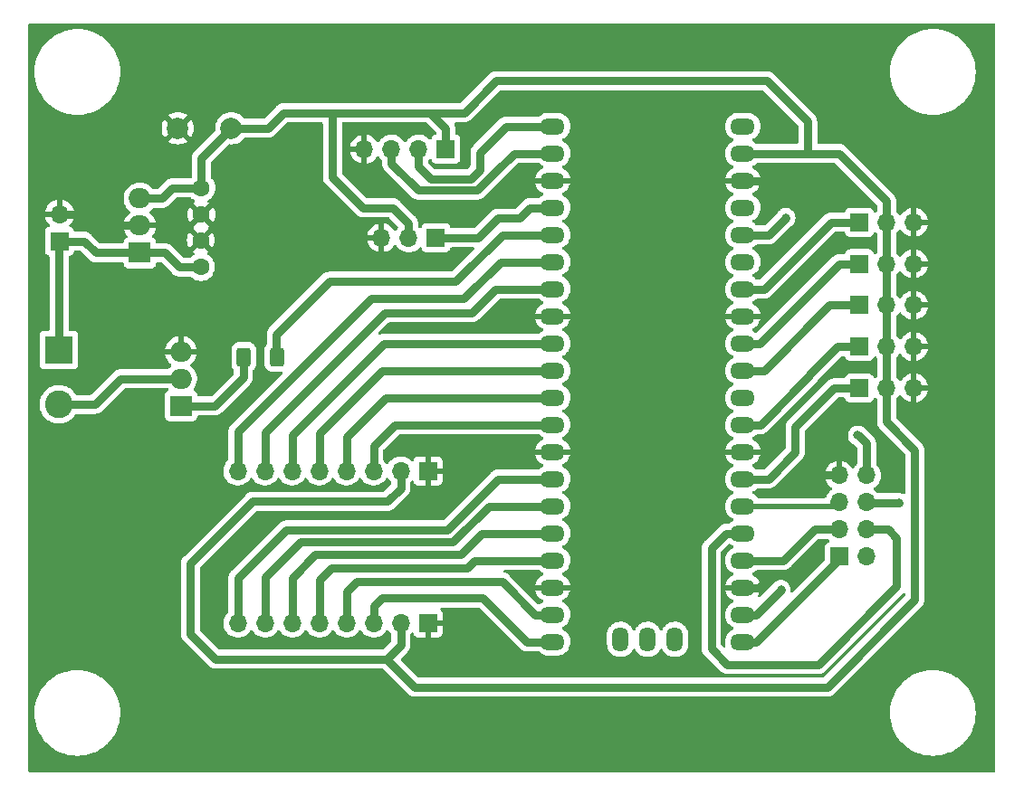
<source format=gbr>
%TF.GenerationSoftware,KiCad,Pcbnew,(6.0.6)*%
%TF.CreationDate,2022-09-26T11:51:03+02:00*%
%TF.ProjectId,pico_w_rover,7069636f-5f77-45f7-926f-7665722e6b69,rev?*%
%TF.SameCoordinates,Original*%
%TF.FileFunction,Copper,L2,Bot*%
%TF.FilePolarity,Positive*%
%FSLAX46Y46*%
G04 Gerber Fmt 4.6, Leading zero omitted, Abs format (unit mm)*
G04 Created by KiCad (PCBNEW (6.0.6)) date 2022-09-26 11:51:03*
%MOMM*%
%LPD*%
G01*
G04 APERTURE LIST*
G04 Aperture macros list*
%AMRoundRect*
0 Rectangle with rounded corners*
0 $1 Rounding radius*
0 $2 $3 $4 $5 $6 $7 $8 $9 X,Y pos of 4 corners*
0 Add a 4 corners polygon primitive as box body*
4,1,4,$2,$3,$4,$5,$6,$7,$8,$9,$2,$3,0*
0 Add four circle primitives for the rounded corners*
1,1,$1+$1,$2,$3*
1,1,$1+$1,$4,$5*
1,1,$1+$1,$6,$7*
1,1,$1+$1,$8,$9*
0 Add four rect primitives between the rounded corners*
20,1,$1+$1,$2,$3,$4,$5,0*
20,1,$1+$1,$4,$5,$6,$7,0*
20,1,$1+$1,$6,$7,$8,$9,0*
20,1,$1+$1,$8,$9,$2,$3,0*%
G04 Aperture macros list end*
%TA.AperFunction,ComponentPad*%
%ADD10R,1.700000X1.700000*%
%TD*%
%TA.AperFunction,ComponentPad*%
%ADD11O,1.700000X1.700000*%
%TD*%
%TA.AperFunction,ComponentPad*%
%ADD12C,1.600000*%
%TD*%
%TA.AperFunction,ComponentPad*%
%ADD13C,2.000000*%
%TD*%
%TA.AperFunction,ComponentPad*%
%ADD14O,2.300000X1.524000*%
%TD*%
%TA.AperFunction,ComponentPad*%
%ADD15O,1.524000X2.300000*%
%TD*%
%TA.AperFunction,ComponentPad*%
%ADD16R,2.000000X1.905000*%
%TD*%
%TA.AperFunction,ComponentPad*%
%ADD17O,2.000000X1.905000*%
%TD*%
%TA.AperFunction,ComponentPad*%
%ADD18R,2.600000X2.600000*%
%TD*%
%TA.AperFunction,ComponentPad*%
%ADD19C,2.600000*%
%TD*%
%TA.AperFunction,SMDPad,CuDef*%
%ADD20RoundRect,0.250000X-0.400000X-0.625000X0.400000X-0.625000X0.400000X0.625000X-0.400000X0.625000X0*%
%TD*%
%TA.AperFunction,ViaPad*%
%ADD21C,0.800000*%
%TD*%
%TA.AperFunction,Conductor*%
%ADD22C,0.762000*%
%TD*%
%TA.AperFunction,Conductor*%
%ADD23C,0.508000*%
%TD*%
G04 APERTURE END LIST*
D10*
%TO.P,S2,1,Pin_1*%
%TO.N,S2*%
X182350066Y-89200185D03*
D11*
%TO.P,S2,2,Pin_2*%
%TO.N,+5V*%
X184890066Y-89200185D03*
%TO.P,S2,3,Pin_3*%
%TO.N,GND*%
X187430066Y-89200185D03*
%TD*%
D10*
%TO.P,S6,1,Pin_1*%
%TO.N,S6*%
X142744794Y-79009677D03*
D11*
%TO.P,S6,2,Pin_2*%
%TO.N,+5V*%
X140204794Y-79009677D03*
%TO.P,S6,3,Pin_3*%
%TO.N,GND*%
X137664794Y-79009677D03*
%TD*%
D10*
%TO.P,NRF24L1,1,Pin_1*%
%TO.N,MISO*%
X180480000Y-108870000D03*
D11*
%TO.P,NRF24L1,2,Pin_2*%
%TO.N,IRQ*%
X183020000Y-108870000D03*
%TO.P,NRF24L1,3,Pin_3*%
%TO.N,SCK*%
X180480000Y-106330000D03*
%TO.P,NRF24L1,4,Pin_4*%
%TO.N,MOSI*%
X183020000Y-106330000D03*
%TO.P,NRF24L1,5,Pin_5*%
%TO.N,CE*%
X180480000Y-103790000D03*
%TO.P,NRF24L1,6,Pin_6*%
%TO.N,CNS*%
X183020000Y-103790000D03*
%TO.P,NRF24L1,7,Pin_7*%
%TO.N,GND*%
X180480000Y-101250000D03*
%TO.P,NRF24L1,8,Pin_8*%
%TO.N,+3V3*%
X183020000Y-101250000D03*
%TD*%
D10*
%TO.P,DRV2,1,Pin_1*%
%TO.N,GND*%
X142001709Y-115081334D03*
D11*
%TO.P,DRV2,2,Pin_2*%
%TO.N,+5V*%
X139461709Y-115081334D03*
%TO.P,DRV2,3,Pin_3*%
%TO.N,DRV2_ENB*%
X136921709Y-115081334D03*
%TO.P,DRV2,4,Pin_4*%
%TO.N,DRV2_IN4*%
X134381709Y-115081334D03*
%TO.P,DRV2,5,Pin_5*%
%TO.N,DRV2_IN3*%
X131841709Y-115081334D03*
%TO.P,DRV2,6,Pin_6*%
%TO.N,DRV2_IN2*%
X129301709Y-115081334D03*
%TO.P,DRV2,7,Pin_7*%
%TO.N,DRV2_IN1*%
X126761709Y-115081334D03*
%TO.P,DRV2,8,Pin_8*%
%TO.N,DRV2_ENA*%
X124221709Y-115081334D03*
%TD*%
D12*
%TO.P,C2,1*%
%TO.N,+12V*%
X120774938Y-81744299D03*
%TO.P,C2,2*%
%TO.N,GND*%
X120774938Y-79244299D03*
%TD*%
D10*
%TO.P,S5,1,Pin_1*%
%TO.N,S5*%
X182350066Y-77568768D03*
D11*
%TO.P,S5,2,Pin_2*%
%TO.N,+5V*%
X184890066Y-77568768D03*
%TO.P,S5,3,Pin_3*%
%TO.N,GND*%
X187430066Y-77568768D03*
%TD*%
D10*
%TO.P,S4,1,Pin_1*%
%TO.N,S4*%
X182350066Y-81445907D03*
D11*
%TO.P,S4,2,Pin_2*%
%TO.N,+5V*%
X184890066Y-81445907D03*
%TO.P,S4,3,Pin_3*%
%TO.N,GND*%
X187430066Y-81445907D03*
%TD*%
D13*
%TO.P,C1,1*%
%TO.N,+5V*%
X123615284Y-68762940D03*
%TO.P,C1,2*%
%TO.N,GND*%
X118615284Y-68762940D03*
%TD*%
D10*
%TO.P,S3,1,Pin_1*%
%TO.N,S3*%
X182350066Y-85323046D03*
D11*
%TO.P,S3,2,Pin_2*%
%TO.N,+5V*%
X184890066Y-85323046D03*
%TO.P,S3,3,Pin_3*%
%TO.N,GND*%
X187430066Y-85323046D03*
%TD*%
D10*
%TO.P,PWR1,1,Pin_1*%
%TO.N,+12V*%
X107554470Y-79330594D03*
D11*
%TO.P,PWR1,2,Pin_2*%
%TO.N,GND*%
X107554470Y-76790594D03*
%TD*%
D10*
%TO.P,DRV1,1,Pin_1*%
%TO.N,GND*%
X142001709Y-100841334D03*
D11*
%TO.P,DRV1,2,Pin_2*%
%TO.N,+5V*%
X139461709Y-100841334D03*
%TO.P,DRV1,3,Pin_3*%
%TO.N,DRV1_ENB*%
X136921709Y-100841334D03*
%TO.P,DRV1,4,Pin_4*%
%TO.N,DRV1_IN4*%
X134381709Y-100841334D03*
%TO.P,DRV1,5,Pin_5*%
%TO.N,DRV1_IN3*%
X131841709Y-100841334D03*
%TO.P,DRV1,6,Pin_6*%
%TO.N,DRV1_IN2*%
X129301709Y-100841334D03*
%TO.P,DRV1,7,Pin_7*%
%TO.N,DRV1_IN1*%
X126761709Y-100841334D03*
%TO.P,DRV1,8,Pin_8*%
%TO.N,DRV1_ENA*%
X124221709Y-100841334D03*
%TD*%
D10*
%TO.P,HCSR4,1,Pin_1*%
%TO.N,+5V*%
X143676567Y-70718025D03*
D11*
%TO.P,HCSR4,2,Pin_2*%
%TO.N,TRIG*%
X141136567Y-70718025D03*
%TO.P,HCSR4,3,Pin_3*%
%TO.N,ECHO*%
X138596567Y-70718025D03*
%TO.P,HCSR4,4,Pin_4*%
%TO.N,GND*%
X136056567Y-70718025D03*
%TD*%
D10*
%TO.P,S1,1,Pin_1*%
%TO.N,S1*%
X182350066Y-93077324D03*
D11*
%TO.P,S1,2,Pin_2*%
%TO.N,+5V*%
X184890066Y-93077324D03*
%TO.P,S1,3,Pin_3*%
%TO.N,GND*%
X187430066Y-93077324D03*
%TD*%
D14*
%TO.P,U1,1,GP0*%
%TO.N,TRIG*%
X153670000Y-68580000D03*
%TO.P,U1,2,GP1*%
%TO.N,ECHO*%
X153670000Y-71120000D03*
%TO.P,U1,3,GND*%
%TO.N,GND*%
X153670000Y-73660000D03*
%TO.P,U1,4,GP2*%
%TO.N,S6*%
X153670000Y-76200000D03*
%TO.P,U1,5,GP3*%
%TO.N,HP1*%
X153670000Y-78740000D03*
%TO.P,U1,6,GP4*%
%TO.N,DRV1_ENA*%
X153670000Y-81280000D03*
%TO.P,U1,7,GP5*%
%TO.N,DRV1_IN1*%
X153670000Y-83820000D03*
%TO.P,U1,8,GND*%
%TO.N,GND*%
X153670000Y-86360000D03*
%TO.P,U1,9,GP6*%
%TO.N,DRV1_IN2*%
X153670000Y-88900000D03*
%TO.P,U1,10,GP7*%
%TO.N,DRV1_IN3*%
X153670000Y-91440000D03*
%TO.P,U1,11,GP8*%
%TO.N,DRV1_IN4*%
X153670000Y-93980000D03*
%TO.P,U1,12,GP9*%
%TO.N,DRV1_ENB*%
X153670000Y-96520000D03*
%TO.P,U1,13,GND*%
%TO.N,GND*%
X153670000Y-99060000D03*
%TO.P,U1,14,GP10*%
%TO.N,DRV2_ENA*%
X153670000Y-101600000D03*
%TO.P,U1,15,GP11*%
%TO.N,DRV2_IN1*%
X153670000Y-104140000D03*
%TO.P,U1,16,GP12*%
%TO.N,DRV2_IN2*%
X153670000Y-106680000D03*
%TO.P,U1,17,GP13*%
%TO.N,DRV2_IN3*%
X153670000Y-109220000D03*
%TO.P,U1,18,GND*%
%TO.N,GND*%
X153670000Y-111760000D03*
%TO.P,U1,19,GP14*%
%TO.N,DRV2_IN4*%
X153670000Y-114300000D03*
%TO.P,U1,20,GP15*%
%TO.N,DRV2_ENB*%
X153670000Y-116840000D03*
%TO.P,U1,21,GP16*%
%TO.N,MISO*%
X171450000Y-116840000D03*
%TO.P,U1,22,GP17*%
%TO.N,CNS*%
X171450000Y-114300000D03*
%TO.P,U1,23,GND*%
%TO.N,GND*%
X171450000Y-111760000D03*
%TO.P,U1,24,GP18*%
%TO.N,SCK*%
X171450000Y-109220000D03*
%TO.P,U1,25,GP19*%
%TO.N,MOSI*%
X171450000Y-106680000D03*
%TO.P,U1,26,GP20*%
%TO.N,CE*%
X171450000Y-104140000D03*
%TO.P,U1,27,GP21*%
%TO.N,S1*%
X171450000Y-101600000D03*
%TO.P,U1,28,GND*%
%TO.N,GND*%
X171450000Y-99060000D03*
%TO.P,U1,29,GP22*%
%TO.N,S2*%
X171450000Y-96520000D03*
%TO.P,U1,30,RUN*%
%TO.N,unconnected-(U1-Pad30)*%
X171450000Y-93980000D03*
%TO.P,U1,31,GP26*%
%TO.N,S3*%
X171450000Y-91440000D03*
%TO.P,U1,32,GP27*%
%TO.N,S4*%
X171450000Y-88900000D03*
%TO.P,U1,33,GND*%
%TO.N,GND*%
X171450000Y-86360000D03*
%TO.P,U1,34,GP28*%
%TO.N,S5*%
X171450000Y-83820000D03*
%TO.P,U1,35,ADC_VREF*%
%TO.N,unconnected-(U1-Pad35)*%
X171450000Y-81280000D03*
%TO.P,U1,36,3V3(OUT)*%
%TO.N,+3V3*%
X171450000Y-78740000D03*
%TO.P,U1,37,3V3_EN*%
%TO.N,unconnected-(U1-Pad37)*%
X171450000Y-76200000D03*
%TO.P,U1,38,GND*%
%TO.N,GND*%
X171450000Y-73660000D03*
%TO.P,U1,39,VSYS*%
%TO.N,+5V*%
X171450000Y-71120000D03*
%TO.P,U1,40,VBUS*%
%TO.N,unconnected-(U1-Pad40)*%
X171450000Y-68580000D03*
D15*
%TO.P,U1,41,SWCLK*%
%TO.N,unconnected-(U1-Pad41)*%
X160020000Y-116610000D03*
%TO.P,U1,42,GND*%
%TO.N,unconnected-(U1-Pad42)*%
X162560000Y-116610000D03*
%TO.P,U1,43,SWDIO*%
%TO.N,unconnected-(U1-Pad43)*%
X165100000Y-116610000D03*
%TD*%
D16*
%TO.P,Q1,1,G*%
%TO.N,Net-(Q1-Pad1)*%
X118910864Y-94744963D03*
D17*
%TO.P,Q1,2,D*%
%TO.N,Net-(J1-Pad2)*%
X118910864Y-92204963D03*
%TO.P,Q1,3,S*%
%TO.N,GND*%
X118910864Y-89664963D03*
%TD*%
D16*
%TO.P,U2,1,IN*%
%TO.N,+12V*%
X115065210Y-80425927D03*
D17*
%TO.P,U2,2,GND*%
%TO.N,GND*%
X115065210Y-77885927D03*
%TO.P,U2,3,OUT*%
%TO.N,+5V*%
X115065210Y-75345927D03*
%TD*%
D18*
%TO.P,J1,1,Pin_1*%
%TO.N,+12V*%
X107500000Y-89530000D03*
D19*
%TO.P,J1,2,Pin_2*%
%TO.N,Net-(J1-Pad2)*%
X107500000Y-94610000D03*
%TD*%
D12*
%TO.P,C3,1*%
%TO.N,+5V*%
X120811630Y-74346299D03*
%TO.P,C3,2*%
%TO.N,GND*%
X120811630Y-76846299D03*
%TD*%
D20*
%TO.P,R1,1*%
%TO.N,Net-(Q1-Pad1)*%
X124785125Y-90166286D03*
%TO.P,R1,2*%
%TO.N,HP1*%
X127885125Y-90166286D03*
%TD*%
D21*
%TO.N,GND*%
X191185775Y-98899415D03*
X174048419Y-110733473D03*
X185569418Y-71694277D03*
X177800000Y-101600000D03*
X176067250Y-74103277D03*
%TO.N,CNS*%
X186055890Y-103819221D03*
X175015464Y-111958271D03*
%TO.N,+3V3*%
X182194376Y-97515794D03*
X175469250Y-77139667D03*
%TD*%
D22*
%TO.N,+5V*%
X173682062Y-64310682D02*
X177512497Y-68141117D01*
X115065210Y-75345927D02*
X117113764Y-75345927D01*
X140782001Y-121072752D02*
X138169417Y-118460168D01*
X180442554Y-71120000D02*
X184890066Y-75567512D01*
X140204794Y-79009677D02*
X140204794Y-77678101D01*
X142214861Y-67308583D02*
X145389659Y-67308583D01*
X177512497Y-68141117D02*
X177512497Y-71120000D01*
X138735193Y-76208500D02*
X135924692Y-76208500D01*
X127042585Y-68762940D02*
X128496942Y-67308583D01*
X143676567Y-68770289D02*
X143676567Y-70718025D01*
X139461709Y-102468513D02*
X138236334Y-103693888D01*
X138236334Y-103693888D02*
X125611388Y-103693888D01*
X171450000Y-71120000D02*
X177512497Y-71120000D01*
X184890066Y-93077324D02*
X184890066Y-89200185D01*
X120811630Y-71566594D02*
X123615284Y-68762940D01*
X148387560Y-64310682D02*
X173682062Y-64310682D01*
X142214861Y-67308583D02*
X143676567Y-68770289D01*
X119789637Y-109515639D02*
X119789637Y-116095779D01*
X117113764Y-75345927D02*
X118113392Y-74346299D01*
X118113392Y-74346299D02*
X120811630Y-74346299D01*
X133069584Y-67308578D02*
X142214854Y-67308578D01*
X187533815Y-112892188D02*
X179353251Y-121072752D01*
X179353251Y-121072752D02*
X140782001Y-121072752D01*
X184890066Y-81445907D02*
X184890066Y-85323046D01*
X184890066Y-93077324D02*
X184890066Y-96246126D01*
X135924692Y-76208500D02*
X133069581Y-73353389D01*
X119789637Y-116095779D02*
X122154026Y-118460168D01*
X140204794Y-77678101D02*
X138735193Y-76208500D01*
X139461709Y-117167876D02*
X139461709Y-115081334D01*
X125611388Y-103693888D02*
X119789637Y-109515639D01*
X133069581Y-73353389D02*
X133069581Y-67308583D01*
X138169417Y-118460168D02*
X139461709Y-117167876D01*
X177512497Y-71120000D02*
X180442554Y-71120000D01*
X187533815Y-98889875D02*
X187533815Y-112892188D01*
X122154026Y-118460168D02*
X138169417Y-118460168D01*
X123615284Y-68762940D02*
X127042585Y-68762940D01*
X184890066Y-96246126D02*
X187533815Y-98889875D01*
X145389659Y-67308583D02*
X148387560Y-64310682D01*
X120811630Y-74346299D02*
X120811630Y-71566594D01*
X139461709Y-100841334D02*
X139461709Y-102468513D01*
X184890066Y-89200185D02*
X184890066Y-85323046D01*
X128496942Y-67308583D02*
X133069581Y-67308583D01*
X184890066Y-75567512D02*
X184890066Y-81445907D01*
%TO.N,GND*%
X178150000Y-101250000D02*
X177800000Y-101600000D01*
X107554470Y-76790594D02*
X111502256Y-76790594D01*
X111502256Y-76790594D02*
X112597589Y-77885927D01*
X171450000Y-73660000D02*
X175623973Y-73660000D01*
X171450000Y-111760000D02*
X173021892Y-111760000D01*
X174048419Y-110733473D02*
X172974448Y-111807444D01*
X180480000Y-101250000D02*
X178150000Y-101250000D01*
X175623973Y-73660000D02*
X176067250Y-74103277D01*
X112597589Y-77885927D02*
X115065210Y-77885927D01*
X173021892Y-111760000D02*
X174048419Y-110733473D01*
%TO.N,+12V*%
X109871116Y-79330594D02*
X110966449Y-80425927D01*
X107554470Y-79330594D02*
X109871116Y-79330594D01*
X107500000Y-89530000D02*
X107500000Y-79385064D01*
X115065210Y-80425927D02*
X117435061Y-80425927D01*
X118753433Y-81744299D02*
X120774938Y-81744299D01*
X117435061Y-80425927D02*
X118753433Y-81744299D01*
X110966449Y-80425927D02*
X115065210Y-80425927D01*
%TO.N,Net-(J1-Pad2)*%
X110853832Y-94610000D02*
X113258869Y-92204963D01*
X113258869Y-92204963D02*
X118910864Y-92204963D01*
X107500000Y-94610000D02*
X110853832Y-94610000D01*
%TO.N,S1*%
X171450000Y-101600000D02*
X173827357Y-101600000D01*
X176344568Y-99082789D02*
X176344568Y-96719752D01*
X179986996Y-93077324D02*
X182350066Y-93077324D01*
X173827357Y-101600000D02*
X176344568Y-99082789D01*
X176344568Y-96719752D02*
X179986996Y-93077324D01*
%TO.N,S4*%
X171450000Y-88900000D02*
X172999827Y-88900000D01*
X172999827Y-88900000D02*
X180453920Y-81445907D01*
X180453920Y-81445907D02*
X182350066Y-81445907D01*
%TO.N,S2*%
X177680198Y-91822444D02*
X180302457Y-89200185D01*
X171450000Y-96520000D02*
X173085383Y-96520000D01*
X173085383Y-96520000D02*
X177680198Y-91925185D01*
X177680198Y-91925185D02*
X177680198Y-91822444D01*
X180302457Y-89200185D02*
X182350066Y-89200185D01*
%TO.N,S5*%
X171450000Y-83820000D02*
X173424912Y-83820000D01*
X179676144Y-77568768D02*
X182350066Y-77568768D01*
X173424912Y-83820000D02*
X179676144Y-77568768D01*
%TO.N,S3*%
X173405062Y-91440000D02*
X179522016Y-85323046D01*
X171450000Y-91440000D02*
X173405062Y-91440000D01*
X179522016Y-85323046D02*
X182350066Y-85323046D01*
%TO.N,S6*%
X151546019Y-76200000D02*
X153670000Y-76200000D01*
X148512463Y-77196314D02*
X150549705Y-77196314D01*
X142744794Y-79009677D02*
X146699100Y-79009677D01*
X146699100Y-79009677D02*
X148512463Y-77196314D01*
X150549705Y-77196314D02*
X151546019Y-76200000D01*
D23*
%TO.N,CE*%
X171450000Y-104140000D02*
X180130000Y-104140000D01*
D22*
%TO.N,SCK*%
X178150000Y-106330000D02*
X180480000Y-106330000D01*
X175260000Y-109220000D02*
X178150000Y-106330000D01*
X171450000Y-109220000D02*
X175260000Y-109220000D01*
%TO.N,MISO*%
X172720000Y-116840000D02*
X180480000Y-109080000D01*
X171450000Y-116840000D02*
X172720000Y-116840000D01*
%TO.N,MOSI*%
X185847982Y-107107982D02*
X185070000Y-106330000D01*
X169883276Y-106680000D02*
X168496214Y-108067062D01*
X185070000Y-106330000D02*
X183020000Y-106330000D01*
X171450000Y-106680000D02*
X169883276Y-106680000D01*
X168496214Y-117450715D02*
X170003078Y-118957579D01*
X178519143Y-118957579D02*
X185847982Y-111628740D01*
X170003078Y-118957579D02*
X178519143Y-118957579D01*
X168496214Y-108067062D02*
X168496214Y-117450715D01*
X185847982Y-111628740D02*
X185847982Y-107107982D01*
%TO.N,CNS*%
X172673735Y-114300000D02*
X175015464Y-111958271D01*
X186055890Y-103819221D02*
X183049221Y-103819221D01*
X171450000Y-114300000D02*
X172673735Y-114300000D01*
%TO.N,+3V3*%
X171450000Y-78740000D02*
X173868917Y-78740000D01*
X182249955Y-97515794D02*
X183020000Y-98285839D01*
X173868917Y-78740000D02*
X175469250Y-77139667D01*
X182194378Y-97515782D02*
X182249953Y-97515782D01*
X183020000Y-98285839D02*
X183020000Y-101250000D01*
%TO.N,TRIG*%
X146876722Y-71033611D02*
X146876722Y-72639611D01*
X142304082Y-73509528D02*
X141136567Y-72342013D01*
X141136567Y-72342013D02*
X141136567Y-70718025D01*
X153670000Y-68580000D02*
X149330334Y-68580000D01*
X146006805Y-73509528D02*
X142304082Y-73509528D01*
X149330333Y-68580000D02*
X146876722Y-71033611D01*
X146876722Y-72639611D02*
X146006805Y-73509528D01*
%TO.N,ECHO*%
X141091082Y-74549388D02*
X138596567Y-72054873D01*
X148280906Y-72862667D02*
X146594185Y-74549388D01*
X150046945Y-71120000D02*
X148304278Y-72862667D01*
X146594185Y-74549388D02*
X141091082Y-74549388D01*
X153670000Y-71120000D02*
X150046945Y-71120000D01*
X138596567Y-72054873D02*
X138596567Y-70718025D01*
X148304278Y-72862667D02*
X148280906Y-72862667D01*
%TO.N,DRV1_ENB*%
X138915942Y-96520000D02*
X153670000Y-96520000D01*
X136921709Y-100841334D02*
X136921709Y-98514233D01*
X136921709Y-98514233D02*
X138915942Y-96520000D01*
%TO.N,DRV1_IN4*%
X138020886Y-93980000D02*
X153670000Y-93980000D01*
X134381709Y-97619177D02*
X138020886Y-93980000D01*
X134381709Y-100841334D02*
X134381709Y-97619177D01*
%TO.N,DRV1_IN3*%
X131841709Y-97326372D02*
X137728081Y-91440000D01*
X131841709Y-100841334D02*
X131841709Y-97326372D01*
X137728081Y-91440000D02*
X153670000Y-91440000D01*
%TO.N,DRV1_IN2*%
X129301709Y-97479677D02*
X137881386Y-88900000D01*
X129301709Y-100841334D02*
X129301709Y-97479677D01*
X137881386Y-88900000D02*
X153670000Y-88900000D01*
%TO.N,DRV1_IN1*%
X148292414Y-83820000D02*
X153670000Y-83820000D01*
X146076027Y-86036387D02*
X148292414Y-83820000D01*
X137979109Y-86036387D02*
X146076027Y-86036387D01*
X126761709Y-100841334D02*
X126761709Y-97253787D01*
X126761709Y-97253787D02*
X137979109Y-86036387D01*
%TO.N,DRV1_ENA*%
X124221709Y-100841334D02*
X124221709Y-97184037D01*
X136685387Y-84720359D02*
X145339943Y-84720359D01*
X145339943Y-84720359D02*
X148780302Y-81280000D01*
X124221709Y-97184037D02*
X136685387Y-84720359D01*
X148780302Y-81280000D02*
X153670000Y-81280000D01*
%TO.N,DRV2_ENB*%
X136921709Y-113497364D02*
X137674795Y-112744278D01*
X147147222Y-112744278D02*
X151242944Y-116840000D01*
X151242944Y-116840000D02*
X153670000Y-116840000D01*
X137674795Y-112744278D02*
X147147222Y-112744278D01*
X136921709Y-115081334D02*
X136921709Y-113497364D01*
%TO.N,DRV2_IN4*%
X148961408Y-111227500D02*
X152033908Y-114300000D01*
X134381709Y-112156197D02*
X135310406Y-111227500D01*
X135310406Y-111227500D02*
X148961408Y-111227500D01*
X134381709Y-115081334D02*
X134381709Y-112156197D01*
X152033908Y-114300000D02*
X153670000Y-114300000D01*
%TO.N,DRV2_IN3*%
X145645315Y-109904037D02*
X146329352Y-109220000D01*
X131841709Y-111038085D02*
X132975757Y-109904037D01*
X132975757Y-109904037D02*
X145645315Y-109904037D01*
X131841709Y-115081334D02*
X131841709Y-111038085D01*
X146329352Y-109220000D02*
X153670000Y-109220000D01*
%TO.N,DRV2_IN2*%
X129301709Y-115081334D02*
X129301709Y-110841937D01*
X145050500Y-108699536D02*
X147070036Y-106680000D01*
X147070036Y-106680000D02*
X153670000Y-106680000D01*
X131444110Y-108699536D02*
X145050500Y-108699536D01*
X129301709Y-110841937D02*
X131444110Y-108699536D01*
%TO.N,DRV2_IN1*%
X126761709Y-110813080D02*
X130063998Y-107510791D01*
X126761709Y-115081334D02*
X126761709Y-110813080D01*
X147721499Y-104140000D02*
X153670000Y-104140000D01*
X130063998Y-107510791D02*
X144350708Y-107510791D01*
X144350708Y-107510791D02*
X147721499Y-104140000D01*
%TO.N,DRV2_ENA*%
X143781917Y-106373207D02*
X148555124Y-101600000D01*
X124221709Y-110877163D02*
X128725665Y-106373207D01*
X128725665Y-106373207D02*
X143781917Y-106373207D01*
X148555124Y-101600000D02*
X153670000Y-101600000D01*
X124221709Y-115081334D02*
X124221709Y-110877163D01*
%TO.N,Net-(Q1-Pad1)*%
X118910864Y-94744963D02*
X122089036Y-94744963D01*
X124727654Y-92106345D02*
X124727654Y-90250074D01*
X122089036Y-94744963D02*
X124727654Y-92106345D01*
%TO.N,HP1*%
X127827654Y-90250074D02*
X127827654Y-88049238D01*
X148956806Y-78740000D02*
X153670000Y-78740000D01*
X127827654Y-88049238D02*
X132784839Y-83092053D01*
X144604753Y-83092053D02*
X148956806Y-78740000D01*
X132784839Y-83092053D02*
X144604753Y-83092053D01*
%TD*%
%TA.AperFunction,Conductor*%
%TO.N,GND*%
G36*
X195013621Y-58948502D02*
G01*
X195060114Y-59002158D01*
X195071500Y-59054500D01*
X195071500Y-128905500D01*
X195051498Y-128973621D01*
X194997842Y-129020114D01*
X194945500Y-129031500D01*
X104774500Y-129031500D01*
X104706379Y-129011498D01*
X104659886Y-128957842D01*
X104648500Y-128905500D01*
X104648500Y-123443965D01*
X105207057Y-123443965D01*
X105220741Y-123835827D01*
X105272599Y-124224484D01*
X105362136Y-124606225D01*
X105488496Y-124977407D01*
X105650475Y-125334487D01*
X105846525Y-125674056D01*
X105848314Y-125676554D01*
X105848316Y-125676558D01*
X105948047Y-125815860D01*
X106074776Y-125992874D01*
X106333049Y-126287896D01*
X106618878Y-126556308D01*
X106929536Y-126795546D01*
X106932139Y-126797173D01*
X106932144Y-126797176D01*
X107051576Y-126871805D01*
X107262056Y-127003328D01*
X107613266Y-127177670D01*
X107979812Y-127316907D01*
X108358195Y-127419712D01*
X108656419Y-127470153D01*
X108741783Y-127484591D01*
X108741786Y-127484591D01*
X108744805Y-127485102D01*
X108899444Y-127495916D01*
X109132885Y-127512240D01*
X109132893Y-127512240D01*
X109135951Y-127512454D01*
X109388037Y-127505413D01*
X109524825Y-127501592D01*
X109524828Y-127501592D01*
X109527899Y-127501506D01*
X109530952Y-127501120D01*
X109530956Y-127501120D01*
X109672576Y-127483229D01*
X109916908Y-127452362D01*
X109919912Y-127451680D01*
X109919915Y-127451679D01*
X110296269Y-127366174D01*
X110296275Y-127366172D01*
X110299265Y-127365493D01*
X110302184Y-127364522D01*
X110668396Y-127242700D01*
X110668402Y-127242698D01*
X110671320Y-127241727D01*
X110812735Y-127178765D01*
X111026722Y-127083492D01*
X111026728Y-127083489D01*
X111029522Y-127082245D01*
X111032191Y-127080729D01*
X111367784Y-126890086D01*
X111367790Y-126890083D01*
X111370452Y-126888570D01*
X111690855Y-126662550D01*
X111816390Y-126554192D01*
X111985347Y-126408353D01*
X111985351Y-126408349D01*
X111987674Y-126406344D01*
X112065040Y-126325102D01*
X112255957Y-126124618D01*
X112258074Y-126122395D01*
X112360197Y-125991684D01*
X112497565Y-125815860D01*
X112497567Y-125815857D01*
X112499475Y-125813415D01*
X112709574Y-125482354D01*
X112886363Y-125132370D01*
X112918437Y-125049678D01*
X113027041Y-124769681D01*
X113027044Y-124769672D01*
X113028156Y-124766805D01*
X113133600Y-124389148D01*
X113201688Y-124003004D01*
X113214788Y-123832747D01*
X113231619Y-123614013D01*
X113231619Y-123614002D01*
X113231769Y-123612059D01*
X113233334Y-123500000D01*
X113230594Y-123443965D01*
X185207057Y-123443965D01*
X185220741Y-123835827D01*
X185272599Y-124224484D01*
X185362136Y-124606225D01*
X185488496Y-124977407D01*
X185650475Y-125334487D01*
X185846525Y-125674056D01*
X185848314Y-125676554D01*
X185848316Y-125676558D01*
X185948047Y-125815860D01*
X186074776Y-125992874D01*
X186333049Y-126287896D01*
X186618878Y-126556308D01*
X186929536Y-126795546D01*
X186932139Y-126797173D01*
X186932144Y-126797176D01*
X187051576Y-126871805D01*
X187262056Y-127003328D01*
X187613266Y-127177670D01*
X187979812Y-127316907D01*
X188358195Y-127419712D01*
X188656419Y-127470153D01*
X188741783Y-127484591D01*
X188741786Y-127484591D01*
X188744805Y-127485102D01*
X188899444Y-127495916D01*
X189132885Y-127512240D01*
X189132893Y-127512240D01*
X189135951Y-127512454D01*
X189388037Y-127505413D01*
X189524825Y-127501592D01*
X189524828Y-127501592D01*
X189527899Y-127501506D01*
X189530952Y-127501120D01*
X189530956Y-127501120D01*
X189672576Y-127483229D01*
X189916908Y-127452362D01*
X189919912Y-127451680D01*
X189919915Y-127451679D01*
X190296269Y-127366174D01*
X190296275Y-127366172D01*
X190299265Y-127365493D01*
X190302184Y-127364522D01*
X190668396Y-127242700D01*
X190668402Y-127242698D01*
X190671320Y-127241727D01*
X190812735Y-127178765D01*
X191026722Y-127083492D01*
X191026728Y-127083489D01*
X191029522Y-127082245D01*
X191032191Y-127080729D01*
X191367784Y-126890086D01*
X191367790Y-126890083D01*
X191370452Y-126888570D01*
X191690855Y-126662550D01*
X191816390Y-126554192D01*
X191985347Y-126408353D01*
X191985351Y-126408349D01*
X191987674Y-126406344D01*
X192065040Y-126325102D01*
X192255957Y-126124618D01*
X192258074Y-126122395D01*
X192360197Y-125991684D01*
X192497565Y-125815860D01*
X192497567Y-125815857D01*
X192499475Y-125813415D01*
X192709574Y-125482354D01*
X192886363Y-125132370D01*
X192918437Y-125049678D01*
X193027041Y-124769681D01*
X193027044Y-124769672D01*
X193028156Y-124766805D01*
X193133600Y-124389148D01*
X193201688Y-124003004D01*
X193214788Y-123832747D01*
X193231619Y-123614013D01*
X193231619Y-123614002D01*
X193231769Y-123612059D01*
X193233334Y-123500000D01*
X193230594Y-123443965D01*
X193214330Y-123111440D01*
X193214180Y-123108367D01*
X193156901Y-122720473D01*
X193062043Y-122340019D01*
X192930512Y-121970637D01*
X192763564Y-121615854D01*
X192761997Y-121613225D01*
X192761992Y-121613216D01*
X192564361Y-121281689D01*
X192562791Y-121279055D01*
X192560977Y-121276595D01*
X192560972Y-121276587D01*
X192331933Y-120965926D01*
X192331931Y-120965923D01*
X192330111Y-120963455D01*
X192067744Y-120672068D01*
X191778195Y-120407673D01*
X191464228Y-120172795D01*
X191416015Y-120143596D01*
X191131467Y-119971267D01*
X191131458Y-119971262D01*
X191128839Y-119969676D01*
X190847514Y-119834888D01*
X190778001Y-119801583D01*
X190777999Y-119801582D01*
X190775229Y-119800255D01*
X190772339Y-119799203D01*
X190772334Y-119799201D01*
X190409674Y-119667204D01*
X190409671Y-119667203D01*
X190406775Y-119666149D01*
X190130563Y-119595229D01*
X190029977Y-119569403D01*
X190029974Y-119569402D01*
X190026993Y-119568637D01*
X189639508Y-119508651D01*
X189248018Y-119486764D01*
X189244939Y-119486893D01*
X189244936Y-119486893D01*
X188989188Y-119497612D01*
X188856261Y-119503183D01*
X188853217Y-119503611D01*
X188853215Y-119503611D01*
X188665214Y-119530033D01*
X188467976Y-119557753D01*
X188086869Y-119649953D01*
X187716579Y-119778902D01*
X187360638Y-119943369D01*
X187022446Y-120141785D01*
X186965372Y-120183252D01*
X186707711Y-120370453D01*
X186707705Y-120370458D01*
X186705230Y-120372256D01*
X186702944Y-120374285D01*
X186702941Y-120374288D01*
X186623123Y-120445154D01*
X186412017Y-120632583D01*
X186409938Y-120634828D01*
X186409931Y-120634835D01*
X186321569Y-120730258D01*
X186145608Y-120920279D01*
X185908544Y-121232599D01*
X185703089Y-121566562D01*
X185531203Y-121918980D01*
X185530131Y-121921864D01*
X185530130Y-121921865D01*
X185516017Y-121959815D01*
X185394527Y-122286489D01*
X185294367Y-122665581D01*
X185231677Y-123052638D01*
X185231483Y-123055718D01*
X185231483Y-123055720D01*
X185209443Y-123406035D01*
X185207057Y-123443965D01*
X113230594Y-123443965D01*
X113214330Y-123111440D01*
X113214180Y-123108367D01*
X113156901Y-122720473D01*
X113062043Y-122340019D01*
X112930512Y-121970637D01*
X112763564Y-121615854D01*
X112761997Y-121613225D01*
X112761992Y-121613216D01*
X112564361Y-121281689D01*
X112562791Y-121279055D01*
X112560977Y-121276595D01*
X112560972Y-121276587D01*
X112331933Y-120965926D01*
X112331931Y-120965923D01*
X112330111Y-120963455D01*
X112067744Y-120672068D01*
X111778195Y-120407673D01*
X111464228Y-120172795D01*
X111416015Y-120143596D01*
X111131467Y-119971267D01*
X111131458Y-119971262D01*
X111128839Y-119969676D01*
X110847514Y-119834888D01*
X110778001Y-119801583D01*
X110777999Y-119801582D01*
X110775229Y-119800255D01*
X110772339Y-119799203D01*
X110772334Y-119799201D01*
X110409674Y-119667204D01*
X110409671Y-119667203D01*
X110406775Y-119666149D01*
X110130563Y-119595229D01*
X110029977Y-119569403D01*
X110029974Y-119569402D01*
X110026993Y-119568637D01*
X109639508Y-119508651D01*
X109248018Y-119486764D01*
X109244939Y-119486893D01*
X109244936Y-119486893D01*
X108989188Y-119497612D01*
X108856261Y-119503183D01*
X108853217Y-119503611D01*
X108853215Y-119503611D01*
X108665214Y-119530033D01*
X108467976Y-119557753D01*
X108086869Y-119649953D01*
X107716579Y-119778902D01*
X107360638Y-119943369D01*
X107022446Y-120141785D01*
X106965372Y-120183252D01*
X106707711Y-120370453D01*
X106707705Y-120370458D01*
X106705230Y-120372256D01*
X106702944Y-120374285D01*
X106702941Y-120374288D01*
X106623123Y-120445154D01*
X106412017Y-120632583D01*
X106409938Y-120634828D01*
X106409931Y-120634835D01*
X106321569Y-120730258D01*
X106145608Y-120920279D01*
X105908544Y-121232599D01*
X105703089Y-121566562D01*
X105531203Y-121918980D01*
X105530131Y-121921864D01*
X105530130Y-121921865D01*
X105516017Y-121959815D01*
X105394527Y-122286489D01*
X105294367Y-122665581D01*
X105231677Y-123052638D01*
X105231483Y-123055718D01*
X105231483Y-123055720D01*
X105209443Y-123406035D01*
X105207057Y-123443965D01*
X104648500Y-123443965D01*
X104648500Y-94562526D01*
X105687050Y-94562526D01*
X105699947Y-94831019D01*
X105752388Y-95094656D01*
X105843220Y-95347646D01*
X105845432Y-95351762D01*
X105845433Y-95351765D01*
X105917317Y-95485546D01*
X105970450Y-95584431D01*
X105973241Y-95588168D01*
X105973245Y-95588175D01*
X106060443Y-95704947D01*
X106131281Y-95799810D01*
X106134590Y-95803090D01*
X106134595Y-95803096D01*
X106318863Y-95985762D01*
X106322180Y-95989050D01*
X106325942Y-95991808D01*
X106325945Y-95991811D01*
X106484384Y-96107983D01*
X106538954Y-96147995D01*
X106543089Y-96150171D01*
X106543093Y-96150173D01*
X106741919Y-96254781D01*
X106776840Y-96273154D01*
X106848069Y-96298028D01*
X106934446Y-96328192D01*
X107030613Y-96361775D01*
X107035206Y-96362647D01*
X107290109Y-96411042D01*
X107290112Y-96411042D01*
X107294698Y-96411913D01*
X107422370Y-96416929D01*
X107558625Y-96422283D01*
X107558630Y-96422283D01*
X107563293Y-96422466D01*
X107667607Y-96411042D01*
X107825844Y-96393713D01*
X107825850Y-96393712D01*
X107830497Y-96393203D01*
X107835021Y-96392012D01*
X108085918Y-96325956D01*
X108085920Y-96325955D01*
X108090441Y-96324765D01*
X108152673Y-96298028D01*
X108333120Y-96220502D01*
X108333122Y-96220501D01*
X108337414Y-96218657D01*
X108448083Y-96150173D01*
X108562017Y-96079669D01*
X108562021Y-96079666D01*
X108565990Y-96077210D01*
X108771149Y-95903530D01*
X108948382Y-95701434D01*
X109041068Y-95557337D01*
X109094742Y-95510866D01*
X109147039Y-95499500D01*
X110773907Y-95499500D01*
X110793618Y-95501051D01*
X110800505Y-95502142D01*
X110800507Y-95502142D01*
X110807022Y-95503174D01*
X110813610Y-95502829D01*
X110813614Y-95502829D01*
X110873831Y-95499673D01*
X110880425Y-95499500D01*
X110900452Y-95499500D01*
X110903723Y-95499156D01*
X110903727Y-95499156D01*
X110920371Y-95497407D01*
X110926945Y-95496890D01*
X110987148Y-95493735D01*
X110987150Y-95493735D01*
X110993747Y-95493389D01*
X111006860Y-95489875D01*
X111026302Y-95486272D01*
X111027544Y-95486142D01*
X111033217Y-95485546D01*
X111033221Y-95485545D01*
X111039788Y-95484855D01*
X111103413Y-95464182D01*
X111109738Y-95462309D01*
X111117191Y-95460312D01*
X111174356Y-95444994D01*
X111186448Y-95438833D01*
X111204707Y-95431270D01*
X111217617Y-95427075D01*
X111275556Y-95393624D01*
X111281352Y-95390477D01*
X111289385Y-95386384D01*
X111340957Y-95360107D01*
X111351502Y-95351568D01*
X111367787Y-95340375D01*
X111373834Y-95336884D01*
X111373837Y-95336881D01*
X111379547Y-95333585D01*
X111384447Y-95329173D01*
X111384451Y-95329170D01*
X111429257Y-95288825D01*
X111434278Y-95284537D01*
X111447273Y-95274014D01*
X111449838Y-95271937D01*
X111463985Y-95257790D01*
X111468769Y-95253249D01*
X111513598Y-95212885D01*
X111513599Y-95212883D01*
X111518501Y-95208470D01*
X111526484Y-95197482D01*
X111539321Y-95182454D01*
X113590407Y-93131368D01*
X113652719Y-93097342D01*
X113679502Y-93094463D01*
X117629006Y-93094463D01*
X117697127Y-93114465D01*
X117743620Y-93168121D01*
X117753724Y-93238395D01*
X117724230Y-93302975D01*
X117680062Y-93333697D01*
X117680439Y-93334386D01*
X117674018Y-93337902D01*
X117673238Y-93338444D01*
X117672569Y-93338695D01*
X117672568Y-93338696D01*
X117664159Y-93341848D01*
X117547603Y-93429202D01*
X117460249Y-93545758D01*
X117409119Y-93682147D01*
X117402364Y-93744329D01*
X117402364Y-95745597D01*
X117409119Y-95807779D01*
X117460249Y-95944168D01*
X117547603Y-96060724D01*
X117664159Y-96148078D01*
X117800548Y-96199208D01*
X117862730Y-96205963D01*
X119958998Y-96205963D01*
X120021180Y-96199208D01*
X120157569Y-96148078D01*
X120274125Y-96060724D01*
X120361479Y-95944168D01*
X120412609Y-95807779D01*
X120413462Y-95799927D01*
X120413463Y-95799923D01*
X120419227Y-95746856D01*
X120446468Y-95681294D01*
X120504831Y-95640867D01*
X120544490Y-95634463D01*
X122009111Y-95634463D01*
X122028822Y-95636014D01*
X122035709Y-95637105D01*
X122035711Y-95637105D01*
X122042226Y-95638137D01*
X122048814Y-95637792D01*
X122048818Y-95637792D01*
X122109035Y-95634636D01*
X122115629Y-95634463D01*
X122135656Y-95634463D01*
X122138927Y-95634119D01*
X122138931Y-95634119D01*
X122155575Y-95632370D01*
X122162149Y-95631853D01*
X122222352Y-95628698D01*
X122222354Y-95628698D01*
X122228951Y-95628352D01*
X122242064Y-95624838D01*
X122261506Y-95621235D01*
X122262748Y-95621105D01*
X122268421Y-95620509D01*
X122268425Y-95620508D01*
X122274992Y-95619818D01*
X122338617Y-95599145D01*
X122344942Y-95597272D01*
X122363926Y-95592185D01*
X122409560Y-95579957D01*
X122421652Y-95573796D01*
X122439911Y-95566233D01*
X122452821Y-95562038D01*
X122510760Y-95528587D01*
X122516556Y-95525440D01*
X122576161Y-95495070D01*
X122586706Y-95486531D01*
X122602991Y-95475338D01*
X122609038Y-95471847D01*
X122609041Y-95471844D01*
X122614751Y-95468548D01*
X122619651Y-95464136D01*
X122619655Y-95464133D01*
X122660811Y-95427075D01*
X122664468Y-95423782D01*
X122669482Y-95419500D01*
X122682477Y-95408977D01*
X122685042Y-95406900D01*
X122699189Y-95392753D01*
X122703973Y-95388212D01*
X122748802Y-95347848D01*
X122748803Y-95347846D01*
X122753705Y-95343433D01*
X122761688Y-95332445D01*
X122774525Y-95317417D01*
X125300108Y-92791834D01*
X125315136Y-92778997D01*
X125326124Y-92771014D01*
X125370903Y-92721282D01*
X125375444Y-92716498D01*
X125389591Y-92702351D01*
X125402197Y-92686784D01*
X125406481Y-92681769D01*
X125446820Y-92636968D01*
X125446821Y-92636967D01*
X125451239Y-92632060D01*
X125458028Y-92620301D01*
X125469221Y-92604016D01*
X125473602Y-92598605D01*
X125473603Y-92598604D01*
X125477760Y-92593470D01*
X125484905Y-92579448D01*
X125508132Y-92533864D01*
X125511278Y-92528069D01*
X125516730Y-92518626D01*
X125544729Y-92470130D01*
X125546771Y-92463846D01*
X125546773Y-92463841D01*
X125548923Y-92457224D01*
X125556488Y-92438960D01*
X125559648Y-92432758D01*
X125559648Y-92432757D01*
X125562648Y-92426870D01*
X125579964Y-92362244D01*
X125581835Y-92355927D01*
X125586060Y-92342926D01*
X125602509Y-92292301D01*
X125603200Y-92285731D01*
X125603929Y-92278801D01*
X125607530Y-92259368D01*
X125609333Y-92252638D01*
X125611042Y-92246260D01*
X125612156Y-92225017D01*
X125614543Y-92179465D01*
X125615060Y-92172891D01*
X125616810Y-92156238D01*
X125617154Y-92152965D01*
X125617154Y-92132931D01*
X125617327Y-92126337D01*
X125620483Y-92066127D01*
X125620483Y-92066122D01*
X125620828Y-92059535D01*
X125618705Y-92046130D01*
X125617154Y-92026420D01*
X125617154Y-91483135D01*
X125637156Y-91415014D01*
X125659761Y-91390052D01*
X125659473Y-91389764D01*
X125779259Y-91269769D01*
X125784430Y-91264589D01*
X125796775Y-91244562D01*
X125873400Y-91120254D01*
X125873401Y-91120252D01*
X125877240Y-91114024D01*
X125932922Y-90946147D01*
X125934325Y-90932460D01*
X125939278Y-90884111D01*
X125943625Y-90841686D01*
X125943625Y-89490886D01*
X125943288Y-89487636D01*
X125933363Y-89391978D01*
X125933362Y-89391974D01*
X125932651Y-89385120D01*
X125876675Y-89217340D01*
X125783603Y-89066938D01*
X125658428Y-88941981D01*
X125646232Y-88934463D01*
X125514093Y-88853011D01*
X125514091Y-88853010D01*
X125507863Y-88849171D01*
X125347379Y-88795941D01*
X125346514Y-88795654D01*
X125346512Y-88795654D01*
X125339986Y-88793489D01*
X125333150Y-88792789D01*
X125333147Y-88792788D01*
X125290094Y-88788377D01*
X125235525Y-88782786D01*
X124334725Y-88782786D01*
X124331479Y-88783123D01*
X124331475Y-88783123D01*
X124235817Y-88793048D01*
X124235813Y-88793049D01*
X124228959Y-88793760D01*
X124222423Y-88795941D01*
X124222421Y-88795941D01*
X124090319Y-88840014D01*
X124061179Y-88849736D01*
X123910777Y-88942808D01*
X123785820Y-89067983D01*
X123781980Y-89074213D01*
X123781979Y-89074214D01*
X123725883Y-89165219D01*
X123693010Y-89218548D01*
X123637328Y-89386425D01*
X123636628Y-89393261D01*
X123636627Y-89393264D01*
X123634985Y-89409292D01*
X123626625Y-89490886D01*
X123626625Y-90841686D01*
X123626962Y-90844932D01*
X123626962Y-90844936D01*
X123636859Y-90940316D01*
X123637599Y-90947452D01*
X123639780Y-90953988D01*
X123639780Y-90953990D01*
X123668002Y-91038581D01*
X123693575Y-91115232D01*
X123786647Y-91265634D01*
X123791829Y-91270807D01*
X123791830Y-91270808D01*
X123801173Y-91280135D01*
X123835251Y-91342418D01*
X123838154Y-91369307D01*
X123838154Y-91685712D01*
X123818152Y-91753833D01*
X123801249Y-91774807D01*
X121757498Y-93818558D01*
X121695186Y-93852584D01*
X121668403Y-93855463D01*
X120544490Y-93855463D01*
X120476369Y-93835461D01*
X120429876Y-93781805D01*
X120419227Y-93743070D01*
X120413463Y-93690003D01*
X120413462Y-93689999D01*
X120412609Y-93682147D01*
X120361479Y-93545758D01*
X120274125Y-93429202D01*
X120157569Y-93341848D01*
X120137675Y-93334390D01*
X120080911Y-93291750D01*
X120056210Y-93225189D01*
X120071417Y-93155840D01*
X120083022Y-93138316D01*
X120176231Y-93020293D01*
X120176234Y-93020288D01*
X120179432Y-93016239D01*
X120182284Y-93011074D01*
X120293041Y-92810437D01*
X120293043Y-92810433D01*
X120295538Y-92805913D01*
X120297699Y-92799812D01*
X120374008Y-92584323D01*
X120374009Y-92584319D01*
X120375734Y-92579448D01*
X120382739Y-92540122D01*
X120416959Y-92348015D01*
X120416960Y-92348009D01*
X120417865Y-92342926D01*
X120419323Y-92223624D01*
X120420737Y-92107870D01*
X120420737Y-92107868D01*
X120420800Y-92102700D01*
X120384460Y-91865219D01*
X120333918Y-91710583D01*
X120311430Y-91641780D01*
X120311427Y-91641774D01*
X120309822Y-91636862D01*
X120304350Y-91626349D01*
X120201280Y-91428356D01*
X120198889Y-91423763D01*
X120144857Y-91351799D01*
X120057746Y-91235778D01*
X120057744Y-91235775D01*
X120054641Y-91231643D01*
X119880952Y-91065662D01*
X119843513Y-91040123D01*
X119798512Y-90985212D01*
X119790341Y-90914688D01*
X119821595Y-90850941D01*
X119846074Y-90830247D01*
X119848190Y-90828878D01*
X119856362Y-90822585D01*
X120026344Y-90667913D01*
X120033370Y-90660380D01*
X120175809Y-90480019D01*
X120181514Y-90471432D01*
X120292578Y-90270241D01*
X120296808Y-90260829D01*
X120373523Y-90044195D01*
X120376157Y-90034224D01*
X120393511Y-89936800D01*
X120392051Y-89923503D01*
X120377494Y-89918963D01*
X117442768Y-89918963D01*
X117429424Y-89922881D01*
X117427437Y-89937157D01*
X117436974Y-89999478D01*
X117439363Y-90009506D01*
X117510762Y-90227951D01*
X117514759Y-90237460D01*
X117620875Y-90441307D01*
X117626369Y-90450032D01*
X117764357Y-90633815D01*
X117771200Y-90641522D01*
X117937355Y-90800302D01*
X117945362Y-90806786D01*
X117978220Y-90829200D01*
X118023223Y-90884111D01*
X118031396Y-90954635D01*
X118000142Y-91018383D01*
X117975660Y-91039079D01*
X117974045Y-91040124D01*
X117968887Y-91043461D01*
X117791194Y-91205149D01*
X117746754Y-91261420D01*
X117741909Y-91267555D01*
X117683992Y-91308618D01*
X117643027Y-91315463D01*
X113338794Y-91315463D01*
X113319083Y-91313912D01*
X113312196Y-91312821D01*
X113312194Y-91312821D01*
X113305679Y-91311789D01*
X113299091Y-91312134D01*
X113299087Y-91312134D01*
X113238870Y-91315290D01*
X113232276Y-91315463D01*
X113212249Y-91315463D01*
X113208978Y-91315807D01*
X113208974Y-91315807D01*
X113192330Y-91317556D01*
X113185756Y-91318073D01*
X113125553Y-91321228D01*
X113125551Y-91321228D01*
X113118954Y-91321574D01*
X113105841Y-91325088D01*
X113086399Y-91328691D01*
X113085157Y-91328821D01*
X113079484Y-91329417D01*
X113079480Y-91329418D01*
X113072913Y-91330108D01*
X113047085Y-91338500D01*
X113009287Y-91350781D01*
X113002963Y-91352654D01*
X112938345Y-91369969D01*
X112926253Y-91376130D01*
X112907994Y-91383693D01*
X112895084Y-91387888D01*
X112846476Y-91415952D01*
X112837145Y-91421339D01*
X112831349Y-91424486D01*
X112771744Y-91454856D01*
X112761199Y-91463395D01*
X112744914Y-91474588D01*
X112738867Y-91478079D01*
X112738864Y-91478082D01*
X112733154Y-91481378D01*
X112728254Y-91485790D01*
X112728250Y-91485793D01*
X112683444Y-91526138D01*
X112678423Y-91530426D01*
X112662863Y-91543026D01*
X112648716Y-91557173D01*
X112643932Y-91561714D01*
X112594200Y-91606493D01*
X112586217Y-91617481D01*
X112573380Y-91632509D01*
X110522294Y-93683595D01*
X110459982Y-93717621D01*
X110433199Y-93720500D01*
X109147866Y-93720500D01*
X109079745Y-93700498D01*
X109038473Y-93657023D01*
X109005837Y-93599921D01*
X109005835Y-93599919D01*
X109003518Y-93595864D01*
X108989894Y-93578581D01*
X108867891Y-93423821D01*
X108837105Y-93384769D01*
X108641317Y-93200591D01*
X108477824Y-93087171D01*
X108424299Y-93050039D01*
X108424296Y-93050037D01*
X108420457Y-93047374D01*
X108416264Y-93045306D01*
X108183564Y-92930551D01*
X108183561Y-92930550D01*
X108179376Y-92928486D01*
X108131745Y-92913239D01*
X108034175Y-92882007D01*
X107923370Y-92846538D01*
X107918763Y-92845788D01*
X107918760Y-92845787D01*
X107662674Y-92804081D01*
X107662675Y-92804081D01*
X107658063Y-92803330D01*
X107527719Y-92801624D01*
X107393961Y-92799873D01*
X107393958Y-92799873D01*
X107389284Y-92799812D01*
X107122937Y-92836060D01*
X107118451Y-92837368D01*
X107118449Y-92837368D01*
X107086988Y-92846538D01*
X106864874Y-92911278D01*
X106620763Y-93023815D01*
X106616854Y-93026378D01*
X106399881Y-93168631D01*
X106399876Y-93168635D01*
X106395968Y-93171197D01*
X106320679Y-93238395D01*
X106208301Y-93338697D01*
X106195426Y-93350188D01*
X106023544Y-93556854D01*
X105884096Y-93786656D01*
X105882287Y-93790970D01*
X105882285Y-93790974D01*
X105808546Y-93966824D01*
X105780148Y-94034545D01*
X105713981Y-94295077D01*
X105687050Y-94562526D01*
X104648500Y-94562526D01*
X104648500Y-90878134D01*
X105691500Y-90878134D01*
X105698255Y-90940316D01*
X105749385Y-91076705D01*
X105836739Y-91193261D01*
X105953295Y-91280615D01*
X106089684Y-91331745D01*
X106151866Y-91338500D01*
X108848134Y-91338500D01*
X108910316Y-91331745D01*
X109046705Y-91280615D01*
X109163261Y-91193261D01*
X109250615Y-91076705D01*
X109301745Y-90940316D01*
X109308500Y-90878134D01*
X109308500Y-89393126D01*
X117428217Y-89393126D01*
X117429677Y-89406423D01*
X117444234Y-89410963D01*
X118638749Y-89410963D01*
X118653988Y-89406488D01*
X118655193Y-89405098D01*
X118656864Y-89397415D01*
X118656864Y-89392848D01*
X119164864Y-89392848D01*
X119169339Y-89408087D01*
X119170729Y-89409292D01*
X119178412Y-89410963D01*
X120378960Y-89410963D01*
X120392304Y-89407045D01*
X120394291Y-89392769D01*
X120384754Y-89330448D01*
X120382365Y-89320420D01*
X120310966Y-89101975D01*
X120306969Y-89092466D01*
X120200853Y-88888619D01*
X120195359Y-88879894D01*
X120057371Y-88696111D01*
X120050528Y-88688404D01*
X119884373Y-88529624D01*
X119876363Y-88523137D01*
X119686517Y-88393633D01*
X119677543Y-88388534D01*
X119469095Y-88291776D01*
X119459408Y-88288213D01*
X119237956Y-88226798D01*
X119227834Y-88224867D01*
X119182877Y-88220062D01*
X119168256Y-88222710D01*
X119164864Y-88235087D01*
X119164864Y-89392848D01*
X118656864Y-89392848D01*
X118656864Y-88234551D01*
X118652539Y-88219822D01*
X118640753Y-88217761D01*
X118629160Y-88218714D01*
X118618998Y-88220396D01*
X118396093Y-88276385D01*
X118386345Y-88279704D01*
X118175575Y-88371348D01*
X118166500Y-88376214D01*
X117973537Y-88501048D01*
X117965366Y-88507341D01*
X117795384Y-88662013D01*
X117788358Y-88669546D01*
X117645919Y-88849907D01*
X117640214Y-88858494D01*
X117529150Y-89059685D01*
X117524920Y-89069097D01*
X117448205Y-89285731D01*
X117445571Y-89295702D01*
X117428217Y-89393126D01*
X109308500Y-89393126D01*
X109308500Y-88181866D01*
X109301745Y-88119684D01*
X109250615Y-87983295D01*
X109163261Y-87866739D01*
X109046705Y-87779385D01*
X108910316Y-87728255D01*
X108848134Y-87721500D01*
X108515500Y-87721500D01*
X108447379Y-87701498D01*
X108400886Y-87647842D01*
X108389500Y-87595500D01*
X108389500Y-80809003D01*
X108409502Y-80740882D01*
X108463158Y-80694389D01*
X108501890Y-80683740D01*
X108502844Y-80683636D01*
X108514786Y-80682339D01*
X108651175Y-80631209D01*
X108767731Y-80543855D01*
X108855085Y-80427299D01*
X108868880Y-80390500D01*
X108902109Y-80301864D01*
X108944751Y-80245100D01*
X109011313Y-80220400D01*
X109020091Y-80220094D01*
X109450483Y-80220094D01*
X109518604Y-80240096D01*
X109539578Y-80256999D01*
X110280960Y-80998381D01*
X110293797Y-81013409D01*
X110301780Y-81024397D01*
X110306682Y-81028810D01*
X110306683Y-81028812D01*
X110351512Y-81069176D01*
X110356296Y-81073717D01*
X110370443Y-81087864D01*
X110373008Y-81089941D01*
X110386003Y-81100464D01*
X110391024Y-81104752D01*
X110435830Y-81145097D01*
X110435834Y-81145100D01*
X110440734Y-81149512D01*
X110446444Y-81152808D01*
X110446447Y-81152811D01*
X110452494Y-81156302D01*
X110468779Y-81167495D01*
X110479324Y-81176034D01*
X110538929Y-81206404D01*
X110544725Y-81209551D01*
X110602664Y-81243002D01*
X110615574Y-81247197D01*
X110633833Y-81254760D01*
X110645925Y-81260921D01*
X110703090Y-81276239D01*
X110710543Y-81278236D01*
X110716868Y-81280109D01*
X110780493Y-81300782D01*
X110787060Y-81301472D01*
X110787064Y-81301473D01*
X110792737Y-81302069D01*
X110793979Y-81302199D01*
X110813421Y-81305802D01*
X110826534Y-81309316D01*
X110833131Y-81309662D01*
X110833133Y-81309662D01*
X110893336Y-81312817D01*
X110899910Y-81313334D01*
X110916554Y-81315083D01*
X110916558Y-81315083D01*
X110919829Y-81315427D01*
X110939856Y-81315427D01*
X110946450Y-81315600D01*
X111006667Y-81318756D01*
X111006671Y-81318756D01*
X111013259Y-81319101D01*
X111019774Y-81318069D01*
X111019776Y-81318069D01*
X111026663Y-81316978D01*
X111046374Y-81315427D01*
X113431584Y-81315427D01*
X113499705Y-81335429D01*
X113546198Y-81389085D01*
X113556847Y-81427820D01*
X113562611Y-81480887D01*
X113562612Y-81480891D01*
X113563465Y-81488743D01*
X113614595Y-81625132D01*
X113701949Y-81741688D01*
X113818505Y-81829042D01*
X113954894Y-81880172D01*
X114017076Y-81886927D01*
X116113344Y-81886927D01*
X116175526Y-81880172D01*
X116311915Y-81829042D01*
X116428471Y-81741688D01*
X116515825Y-81625132D01*
X116566955Y-81488743D01*
X116567808Y-81480891D01*
X116567809Y-81480887D01*
X116573573Y-81427820D01*
X116600814Y-81362258D01*
X116659177Y-81321831D01*
X116698836Y-81315427D01*
X117014428Y-81315427D01*
X117082549Y-81335429D01*
X117103523Y-81352332D01*
X118067944Y-82316753D01*
X118080781Y-82331781D01*
X118088764Y-82342769D01*
X118093666Y-82347182D01*
X118093667Y-82347184D01*
X118138496Y-82387548D01*
X118143280Y-82392089D01*
X118157427Y-82406236D01*
X118159992Y-82408313D01*
X118172987Y-82418836D01*
X118178001Y-82423118D01*
X118189972Y-82433897D01*
X118222814Y-82463469D01*
X118222818Y-82463472D01*
X118227718Y-82467884D01*
X118233428Y-82471180D01*
X118233431Y-82471183D01*
X118239478Y-82474674D01*
X118255763Y-82485867D01*
X118266308Y-82494406D01*
X118325913Y-82524776D01*
X118331709Y-82527923D01*
X118389648Y-82561374D01*
X118402558Y-82565569D01*
X118420817Y-82573132D01*
X118432909Y-82579293D01*
X118482182Y-82592496D01*
X118497527Y-82596608D01*
X118503852Y-82598481D01*
X118567477Y-82619154D01*
X118574044Y-82619844D01*
X118574048Y-82619845D01*
X118579721Y-82620441D01*
X118580963Y-82620571D01*
X118600405Y-82624174D01*
X118613518Y-82627688D01*
X118620115Y-82628034D01*
X118620117Y-82628034D01*
X118680320Y-82631189D01*
X118686894Y-82631706D01*
X118703538Y-82633455D01*
X118703542Y-82633455D01*
X118706813Y-82633799D01*
X118726840Y-82633799D01*
X118733434Y-82633972D01*
X118793651Y-82637128D01*
X118793655Y-82637128D01*
X118800243Y-82637473D01*
X118806758Y-82636441D01*
X118806760Y-82636441D01*
X118813647Y-82635350D01*
X118833358Y-82633799D01*
X119761750Y-82633799D01*
X119829871Y-82653801D01*
X119850845Y-82670704D01*
X119930638Y-82750497D01*
X119935146Y-82753654D01*
X119935149Y-82753656D01*
X119994020Y-82794878D01*
X120118189Y-82881822D01*
X120123171Y-82884145D01*
X120123176Y-82884148D01*
X120320713Y-82976260D01*
X120325695Y-82978583D01*
X120331003Y-82980005D01*
X120331005Y-82980006D01*
X120541536Y-83036418D01*
X120541538Y-83036418D01*
X120546851Y-83037842D01*
X120774938Y-83057797D01*
X121003025Y-83037842D01*
X121008338Y-83036418D01*
X121008340Y-83036418D01*
X121218871Y-82980006D01*
X121218873Y-82980005D01*
X121224181Y-82978583D01*
X121229163Y-82976260D01*
X121426700Y-82884148D01*
X121426705Y-82884145D01*
X121431687Y-82881822D01*
X121555856Y-82794878D01*
X121614727Y-82753656D01*
X121614730Y-82753654D01*
X121619238Y-82750497D01*
X121781136Y-82588599D01*
X121789752Y-82576295D01*
X121850387Y-82489699D01*
X121912461Y-82401048D01*
X121914784Y-82396066D01*
X121914787Y-82396061D01*
X122006899Y-82198524D01*
X122006899Y-82198523D01*
X122009222Y-82193542D01*
X122036149Y-82093052D01*
X122067057Y-81977701D01*
X122067057Y-81977699D01*
X122068481Y-81972386D01*
X122088436Y-81744299D01*
X122068481Y-81516212D01*
X122017419Y-81325646D01*
X122010645Y-81300366D01*
X122010644Y-81300364D01*
X122009222Y-81295056D01*
X122002252Y-81280109D01*
X121914787Y-81092537D01*
X121914784Y-81092532D01*
X121912461Y-81087550D01*
X121781136Y-80899999D01*
X121619238Y-80738101D01*
X121614730Y-80734944D01*
X121614727Y-80734942D01*
X121458889Y-80625823D01*
X121431687Y-80606776D01*
X121426703Y-80604452D01*
X121424410Y-80603128D01*
X121375417Y-80551746D01*
X121361981Y-80482032D01*
X121388367Y-80416121D01*
X121424410Y-80384890D01*
X121435940Y-80378233D01*
X121487986Y-80341790D01*
X121496362Y-80331311D01*
X121489294Y-80317865D01*
X120787750Y-79616321D01*
X120773806Y-79608707D01*
X120771973Y-79608838D01*
X120765358Y-79613089D01*
X120059861Y-80318586D01*
X120053431Y-80330361D01*
X120062727Y-80342376D01*
X120113936Y-80378233D01*
X120125466Y-80384890D01*
X120174459Y-80436272D01*
X120187896Y-80505986D01*
X120161509Y-80571897D01*
X120125466Y-80603128D01*
X120123173Y-80604452D01*
X120118189Y-80606776D01*
X120090987Y-80625823D01*
X119935149Y-80734942D01*
X119935146Y-80734944D01*
X119930638Y-80738101D01*
X119850845Y-80817894D01*
X119788533Y-80851920D01*
X119761750Y-80854799D01*
X119174066Y-80854799D01*
X119105945Y-80834797D01*
X119084971Y-80817894D01*
X118120550Y-79853473D01*
X118107713Y-79838445D01*
X118099730Y-79827457D01*
X118080748Y-79810365D01*
X118049998Y-79782678D01*
X118045214Y-79778137D01*
X118031067Y-79763990D01*
X118021300Y-79756081D01*
X118015507Y-79751390D01*
X118010486Y-79747102D01*
X117965680Y-79706757D01*
X117965676Y-79706754D01*
X117960776Y-79702342D01*
X117955066Y-79699046D01*
X117955063Y-79699043D01*
X117949016Y-79695552D01*
X117932731Y-79684359D01*
X117932726Y-79684355D01*
X117922186Y-79675820D01*
X117862581Y-79645450D01*
X117856785Y-79642303D01*
X117839185Y-79632142D01*
X117798846Y-79608852D01*
X117785936Y-79604657D01*
X117767677Y-79597094D01*
X117755585Y-79590933D01*
X117690967Y-79573618D01*
X117684643Y-79571745D01*
X117661831Y-79564333D01*
X117621017Y-79551072D01*
X117614450Y-79550382D01*
X117614446Y-79550381D01*
X117608773Y-79549785D01*
X117607531Y-79549655D01*
X117588089Y-79546052D01*
X117574976Y-79542538D01*
X117568379Y-79542192D01*
X117568377Y-79542192D01*
X117508174Y-79539037D01*
X117501600Y-79538520D01*
X117484956Y-79536771D01*
X117484952Y-79536771D01*
X117481681Y-79536427D01*
X117461654Y-79536427D01*
X117455060Y-79536254D01*
X117394843Y-79533098D01*
X117394839Y-79533098D01*
X117388251Y-79532753D01*
X117381736Y-79533785D01*
X117381734Y-79533785D01*
X117374847Y-79534876D01*
X117355136Y-79536427D01*
X116698836Y-79536427D01*
X116630715Y-79516425D01*
X116584222Y-79462769D01*
X116573573Y-79424034D01*
X116572542Y-79414537D01*
X116569636Y-79387790D01*
X116567809Y-79370967D01*
X116567808Y-79370963D01*
X116566955Y-79363111D01*
X116524467Y-79249774D01*
X119462421Y-79249774D01*
X119481410Y-79466818D01*
X119483313Y-79477611D01*
X119539702Y-79688060D01*
X119543448Y-79698352D01*
X119635524Y-79895810D01*
X119641007Y-79905305D01*
X119677447Y-79957347D01*
X119687926Y-79965723D01*
X119701372Y-79958655D01*
X120402916Y-79257111D01*
X120409294Y-79245431D01*
X121139346Y-79245431D01*
X121139477Y-79247264D01*
X121143728Y-79253879D01*
X121849225Y-79959376D01*
X121861000Y-79965806D01*
X121873015Y-79956510D01*
X121908869Y-79905305D01*
X121914352Y-79895810D01*
X122006428Y-79698352D01*
X122010174Y-79688060D01*
X122066563Y-79477611D01*
X122068466Y-79466818D01*
X122085017Y-79277643D01*
X136333051Y-79277643D01*
X136363359Y-79412123D01*
X136366439Y-79421952D01*
X136446564Y-79619280D01*
X136451207Y-79628471D01*
X136562488Y-79810065D01*
X136568571Y-79818376D01*
X136708007Y-79979344D01*
X136715374Y-79986560D01*
X136879228Y-80122593D01*
X136887675Y-80128508D01*
X137071550Y-80235956D01*
X137080836Y-80240406D01*
X137279795Y-80316380D01*
X137289693Y-80319256D01*
X137393044Y-80340283D01*
X137407093Y-80339087D01*
X137410794Y-80328742D01*
X137410794Y-79281792D01*
X137406319Y-79266553D01*
X137404929Y-79265348D01*
X137397246Y-79263677D01*
X136348019Y-79263677D01*
X136334488Y-79267650D01*
X136333051Y-79277643D01*
X122085017Y-79277643D01*
X122087455Y-79249774D01*
X122087455Y-79238824D01*
X122068466Y-79021780D01*
X122066563Y-79010987D01*
X122010174Y-78800538D01*
X122006428Y-78790246D01*
X121984798Y-78743860D01*
X136329183Y-78743860D01*
X136330706Y-78752284D01*
X136343086Y-78755677D01*
X137392679Y-78755677D01*
X137407918Y-78751202D01*
X137409123Y-78749812D01*
X137410794Y-78742129D01*
X137410794Y-77692779D01*
X137406876Y-77679435D01*
X137392600Y-77677448D01*
X137354118Y-77683337D01*
X137344082Y-77685728D01*
X137141662Y-77751889D01*
X137132153Y-77755886D01*
X136943257Y-77854219D01*
X136934532Y-77859713D01*
X136764227Y-77987582D01*
X136756520Y-77994425D01*
X136609384Y-78148394D01*
X136602898Y-78156404D01*
X136482892Y-78332326D01*
X136477794Y-78341300D01*
X136388132Y-78534460D01*
X136384569Y-78544147D01*
X136329183Y-78743860D01*
X121984798Y-78743860D01*
X121914352Y-78592788D01*
X121908869Y-78583293D01*
X121872429Y-78531251D01*
X121861950Y-78522875D01*
X121848504Y-78529943D01*
X121146960Y-79231487D01*
X121139346Y-79245431D01*
X120409294Y-79245431D01*
X120410530Y-79243167D01*
X120410399Y-79241334D01*
X120406148Y-79234719D01*
X119700651Y-78529222D01*
X119688876Y-78522792D01*
X119676861Y-78532088D01*
X119641007Y-78583293D01*
X119635524Y-78592788D01*
X119543448Y-78790246D01*
X119539702Y-78800538D01*
X119483313Y-79010987D01*
X119481410Y-79021780D01*
X119462421Y-79238824D01*
X119462421Y-79249774D01*
X116524467Y-79249774D01*
X116515825Y-79226722D01*
X116428471Y-79110166D01*
X116311915Y-79022812D01*
X116291527Y-79015169D01*
X116234763Y-78972526D01*
X116210064Y-78905965D01*
X116225272Y-78836616D01*
X116236876Y-78819095D01*
X116330155Y-78700983D01*
X116335860Y-78692396D01*
X116446924Y-78491205D01*
X116451154Y-78481793D01*
X116527869Y-78265159D01*
X116530503Y-78255188D01*
X116547857Y-78157764D01*
X116547805Y-78157287D01*
X120053514Y-78157287D01*
X120060582Y-78170733D01*
X120762126Y-78872277D01*
X120776070Y-78879891D01*
X120777903Y-78879760D01*
X120784518Y-78875509D01*
X121490015Y-78170012D01*
X121496445Y-78158237D01*
X121479613Y-78136481D01*
X121453750Y-78070362D01*
X121467739Y-78000758D01*
X121507000Y-77956168D01*
X121524678Y-77943789D01*
X121533054Y-77933311D01*
X121525986Y-77919865D01*
X120824442Y-77218321D01*
X120810498Y-77210707D01*
X120808665Y-77210838D01*
X120802050Y-77215089D01*
X120096553Y-77920586D01*
X120090123Y-77932361D01*
X120106955Y-77954117D01*
X120132818Y-78020236D01*
X120118829Y-78089840D01*
X120079568Y-78134430D01*
X120061890Y-78146809D01*
X120053514Y-78157287D01*
X116547805Y-78157287D01*
X116546397Y-78144467D01*
X116531840Y-78139927D01*
X113597114Y-78139927D01*
X113583770Y-78143845D01*
X113581783Y-78158121D01*
X113591320Y-78220442D01*
X113593709Y-78230470D01*
X113665108Y-78448915D01*
X113669105Y-78458424D01*
X113775221Y-78662271D01*
X113780710Y-78670988D01*
X113894112Y-78822026D01*
X113919017Y-78888511D01*
X113904024Y-78957907D01*
X113853894Y-79008180D01*
X113837585Y-79015659D01*
X113818505Y-79022812D01*
X113701949Y-79110166D01*
X113614595Y-79226722D01*
X113563465Y-79363111D01*
X113562612Y-79370963D01*
X113562611Y-79370967D01*
X113560784Y-79387790D01*
X113557879Y-79414537D01*
X113556847Y-79424034D01*
X113529606Y-79489596D01*
X113471243Y-79530023D01*
X113431584Y-79536427D01*
X111387082Y-79536427D01*
X111318961Y-79516425D01*
X111297987Y-79499522D01*
X110556605Y-78758140D01*
X110543768Y-78743112D01*
X110535785Y-78732124D01*
X110486053Y-78687345D01*
X110481269Y-78682804D01*
X110467122Y-78668657D01*
X110451562Y-78656057D01*
X110446541Y-78651769D01*
X110401735Y-78611424D01*
X110401731Y-78611421D01*
X110396831Y-78607009D01*
X110391121Y-78603713D01*
X110391118Y-78603710D01*
X110385071Y-78600219D01*
X110368786Y-78589026D01*
X110358241Y-78580487D01*
X110298636Y-78550117D01*
X110292840Y-78546970D01*
X110278057Y-78538435D01*
X110234901Y-78513519D01*
X110221991Y-78509324D01*
X110203732Y-78501761D01*
X110191640Y-78495600D01*
X110127022Y-78478285D01*
X110120698Y-78476412D01*
X110099169Y-78469417D01*
X110057072Y-78455739D01*
X110050505Y-78455049D01*
X110050501Y-78455048D01*
X110044828Y-78454452D01*
X110043586Y-78454322D01*
X110024144Y-78450719D01*
X110018877Y-78449308D01*
X110017409Y-78448914D01*
X110017408Y-78448914D01*
X110011031Y-78447205D01*
X110004434Y-78446859D01*
X110004432Y-78446859D01*
X109944229Y-78443704D01*
X109937655Y-78443187D01*
X109921011Y-78441438D01*
X109921007Y-78441438D01*
X109917736Y-78441094D01*
X109897709Y-78441094D01*
X109891115Y-78440921D01*
X109830898Y-78437765D01*
X109830894Y-78437765D01*
X109824306Y-78437420D01*
X109817791Y-78438452D01*
X109817789Y-78438452D01*
X109810902Y-78439543D01*
X109791191Y-78441094D01*
X109020091Y-78441094D01*
X108951970Y-78421092D01*
X108905477Y-78367436D01*
X108902109Y-78359324D01*
X108858237Y-78242297D01*
X108855085Y-78233889D01*
X108767731Y-78117333D01*
X108651175Y-78029979D01*
X108532157Y-77985361D01*
X108475393Y-77942719D01*
X108450693Y-77876158D01*
X108465900Y-77806809D01*
X108487447Y-77778129D01*
X108588522Y-77677406D01*
X108595200Y-77669559D01*
X108719473Y-77496614D01*
X108724783Y-77487777D01*
X108819140Y-77296861D01*
X108822939Y-77287266D01*
X108884847Y-77083504D01*
X108887025Y-77073431D01*
X108888456Y-77062556D01*
X108886245Y-77048372D01*
X108873087Y-77044594D01*
X106237695Y-77044594D01*
X106224164Y-77048567D01*
X106222727Y-77058560D01*
X106253035Y-77193040D01*
X106256115Y-77202869D01*
X106336240Y-77400197D01*
X106340883Y-77409388D01*
X106452164Y-77590982D01*
X106458247Y-77599293D01*
X106597683Y-77760261D01*
X106605047Y-77767473D01*
X106609992Y-77771579D01*
X106649626Y-77830483D01*
X106651123Y-77901464D01*
X106614007Y-77961986D01*
X106573734Y-77986504D01*
X106466175Y-78026826D01*
X106466174Y-78026827D01*
X106457765Y-78029979D01*
X106341209Y-78117333D01*
X106253855Y-78233889D01*
X106202725Y-78370278D01*
X106195970Y-78432460D01*
X106195970Y-80228728D01*
X106202725Y-80290910D01*
X106253855Y-80427299D01*
X106341209Y-80543855D01*
X106457765Y-80631209D01*
X106466173Y-80634361D01*
X106528730Y-80657813D01*
X106585494Y-80700455D01*
X106610194Y-80767017D01*
X106610500Y-80775795D01*
X106610500Y-87595500D01*
X106590498Y-87663621D01*
X106536842Y-87710114D01*
X106484500Y-87721500D01*
X106151866Y-87721500D01*
X106089684Y-87728255D01*
X105953295Y-87779385D01*
X105836739Y-87866739D01*
X105749385Y-87983295D01*
X105698255Y-88119684D01*
X105691500Y-88181866D01*
X105691500Y-90878134D01*
X104648500Y-90878134D01*
X104648500Y-76524777D01*
X106218859Y-76524777D01*
X106220382Y-76533201D01*
X106232762Y-76536594D01*
X107282355Y-76536594D01*
X107297594Y-76532119D01*
X107298799Y-76530729D01*
X107300470Y-76523046D01*
X107300470Y-76518479D01*
X107808470Y-76518479D01*
X107812945Y-76533718D01*
X107814335Y-76534923D01*
X107822018Y-76536594D01*
X108872814Y-76536594D01*
X108886345Y-76532621D01*
X108887650Y-76523541D01*
X108845684Y-76356469D01*
X108842364Y-76346718D01*
X108757442Y-76151408D01*
X108752575Y-76142333D01*
X108636896Y-75963520D01*
X108630606Y-75955351D01*
X108487276Y-75797834D01*
X108479743Y-75790809D01*
X108312609Y-75658816D01*
X108304022Y-75653111D01*
X108117587Y-75550193D01*
X108108175Y-75545963D01*
X107907429Y-75474874D01*
X107897458Y-75472240D01*
X107826307Y-75459566D01*
X107813010Y-75461026D01*
X107808470Y-75475582D01*
X107808470Y-76518479D01*
X107300470Y-76518479D01*
X107300470Y-75473696D01*
X107296552Y-75460352D01*
X107282276Y-75458365D01*
X107243794Y-75464254D01*
X107233758Y-75466645D01*
X107031338Y-75532806D01*
X107021829Y-75536803D01*
X106832933Y-75635136D01*
X106824208Y-75640630D01*
X106653903Y-75768499D01*
X106646196Y-75775342D01*
X106499060Y-75929311D01*
X106492574Y-75937321D01*
X106372568Y-76113243D01*
X106367470Y-76122217D01*
X106277808Y-76315377D01*
X106274245Y-76325064D01*
X106218859Y-76524777D01*
X104648500Y-76524777D01*
X104648500Y-75448190D01*
X113555274Y-75448190D01*
X113591614Y-75685671D01*
X113625978Y-75790809D01*
X113664644Y-75909110D01*
X113664647Y-75909116D01*
X113666252Y-75914028D01*
X113668639Y-75918614D01*
X113668641Y-75918618D01*
X113744894Y-76065097D01*
X113777185Y-76127127D01*
X113788602Y-76142333D01*
X113916427Y-76312579D01*
X113921433Y-76319247D01*
X113925171Y-76322819D01*
X114087045Y-76477509D01*
X114095122Y-76485228D01*
X114132561Y-76510767D01*
X114177562Y-76565678D01*
X114185733Y-76636202D01*
X114154479Y-76699949D01*
X114130000Y-76720643D01*
X114127884Y-76722012D01*
X114119712Y-76728305D01*
X113949730Y-76882977D01*
X113942704Y-76890510D01*
X113800265Y-77070871D01*
X113794560Y-77079458D01*
X113683496Y-77280649D01*
X113679266Y-77290061D01*
X113602551Y-77506695D01*
X113599917Y-77516666D01*
X113582563Y-77614090D01*
X113584023Y-77627387D01*
X113598580Y-77631927D01*
X116533306Y-77631927D01*
X116546650Y-77628009D01*
X116548637Y-77613733D01*
X116539100Y-77551412D01*
X116536711Y-77541384D01*
X116465312Y-77322939D01*
X116461315Y-77313430D01*
X116355199Y-77109583D01*
X116349705Y-77100858D01*
X116211717Y-76917075D01*
X116204874Y-76909368D01*
X116144605Y-76851774D01*
X119499113Y-76851774D01*
X119518102Y-77068818D01*
X119520005Y-77079611D01*
X119576394Y-77290060D01*
X119580140Y-77300352D01*
X119672216Y-77497810D01*
X119677699Y-77507305D01*
X119714139Y-77559347D01*
X119724618Y-77567723D01*
X119738064Y-77560655D01*
X120439608Y-76859111D01*
X120445986Y-76847431D01*
X121176038Y-76847431D01*
X121176169Y-76849264D01*
X121180420Y-76855879D01*
X121885917Y-77561376D01*
X121897692Y-77567806D01*
X121909707Y-77558510D01*
X121945561Y-77507305D01*
X121951044Y-77497810D01*
X122043120Y-77300352D01*
X122046866Y-77290060D01*
X122103255Y-77079611D01*
X122105158Y-77068818D01*
X122124147Y-76851774D01*
X122124147Y-76840824D01*
X122105158Y-76623780D01*
X122103255Y-76612987D01*
X122046866Y-76402538D01*
X122043120Y-76392246D01*
X121951044Y-76194788D01*
X121945561Y-76185293D01*
X121909121Y-76133251D01*
X121898642Y-76124875D01*
X121885196Y-76131943D01*
X121183652Y-76833487D01*
X121176038Y-76847431D01*
X120445986Y-76847431D01*
X120447222Y-76845167D01*
X120447091Y-76843334D01*
X120442840Y-76836719D01*
X119737343Y-76131222D01*
X119725568Y-76124792D01*
X119713553Y-76134088D01*
X119677699Y-76185293D01*
X119672216Y-76194788D01*
X119580140Y-76392246D01*
X119576394Y-76402538D01*
X119520005Y-76612987D01*
X119518102Y-76623780D01*
X119499113Y-76840824D01*
X119499113Y-76851774D01*
X116144605Y-76851774D01*
X116038719Y-76750588D01*
X116030712Y-76744104D01*
X115997854Y-76721690D01*
X115952851Y-76666779D01*
X115944678Y-76596255D01*
X115975932Y-76532507D01*
X116000414Y-76511811D01*
X116002845Y-76510238D01*
X116007187Y-76507429D01*
X116184880Y-76345741D01*
X116234166Y-76283334D01*
X116292082Y-76242272D01*
X116333047Y-76235427D01*
X117033839Y-76235427D01*
X117053550Y-76236978D01*
X117060437Y-76238069D01*
X117060439Y-76238069D01*
X117066954Y-76239101D01*
X117073542Y-76238756D01*
X117073546Y-76238756D01*
X117133763Y-76235600D01*
X117140357Y-76235427D01*
X117160384Y-76235427D01*
X117163655Y-76235083D01*
X117163659Y-76235083D01*
X117180303Y-76233334D01*
X117186877Y-76232817D01*
X117247080Y-76229662D01*
X117247082Y-76229662D01*
X117253679Y-76229316D01*
X117266792Y-76225802D01*
X117286234Y-76222199D01*
X117287476Y-76222069D01*
X117293149Y-76221473D01*
X117293153Y-76221472D01*
X117299720Y-76220782D01*
X117363345Y-76200109D01*
X117369670Y-76198236D01*
X117382537Y-76194788D01*
X117434288Y-76180921D01*
X117446380Y-76174760D01*
X117464639Y-76167197D01*
X117477549Y-76163002D01*
X117535488Y-76129551D01*
X117541284Y-76126404D01*
X117548879Y-76122534D01*
X117600889Y-76096034D01*
X117611434Y-76087495D01*
X117627719Y-76076302D01*
X117633766Y-76072811D01*
X117633769Y-76072808D01*
X117639479Y-76069512D01*
X117644379Y-76065100D01*
X117644383Y-76065097D01*
X117689189Y-76024752D01*
X117694210Y-76020464D01*
X117707205Y-76009941D01*
X117709770Y-76007864D01*
X117723917Y-75993717D01*
X117728701Y-75989176D01*
X117773530Y-75948812D01*
X117773531Y-75948810D01*
X117778433Y-75944397D01*
X117786409Y-75933419D01*
X117799249Y-75918385D01*
X118120519Y-75597115D01*
X118444929Y-75272704D01*
X118507242Y-75238679D01*
X118534025Y-75235799D01*
X119798442Y-75235799D01*
X119866563Y-75255801D01*
X119887537Y-75272704D01*
X119967330Y-75352497D01*
X119971838Y-75355654D01*
X119971841Y-75355656D01*
X120042180Y-75404908D01*
X120154881Y-75483822D01*
X120159865Y-75486146D01*
X120162158Y-75487470D01*
X120211151Y-75538852D01*
X120224587Y-75608566D01*
X120198201Y-75674477D01*
X120162158Y-75705708D01*
X120150628Y-75712365D01*
X120098582Y-75748808D01*
X120090206Y-75759287D01*
X120097274Y-75772733D01*
X120798818Y-76474277D01*
X120812762Y-76481891D01*
X120814595Y-76481760D01*
X120821210Y-76477509D01*
X121526707Y-75772012D01*
X121533137Y-75760237D01*
X121523841Y-75748222D01*
X121472632Y-75712365D01*
X121461102Y-75705708D01*
X121412109Y-75654326D01*
X121398672Y-75584612D01*
X121425059Y-75518701D01*
X121461102Y-75487470D01*
X121463395Y-75486146D01*
X121468379Y-75483822D01*
X121581080Y-75404908D01*
X121651419Y-75355656D01*
X121651422Y-75355654D01*
X121655930Y-75352497D01*
X121817828Y-75190599D01*
X121822506Y-75183919D01*
X121902383Y-75069842D01*
X121949153Y-75003048D01*
X121951476Y-74998066D01*
X121951479Y-74998061D01*
X122043591Y-74800524D01*
X122043591Y-74800523D01*
X122045914Y-74795542D01*
X122105173Y-74574386D01*
X122125128Y-74346299D01*
X122105173Y-74118212D01*
X122103749Y-74112897D01*
X122047337Y-73902366D01*
X122047336Y-73902364D01*
X122045914Y-73897056D01*
X122028059Y-73858765D01*
X121951479Y-73694537D01*
X121951476Y-73694532D01*
X121949153Y-73689550D01*
X121848378Y-73545629D01*
X121820987Y-73506510D01*
X121820985Y-73506507D01*
X121817828Y-73501999D01*
X121738035Y-73422206D01*
X121704009Y-73359894D01*
X121701130Y-73333111D01*
X121701130Y-71987227D01*
X121721132Y-71919106D01*
X121738035Y-71898132D01*
X123337609Y-70298558D01*
X123399921Y-70264532D01*
X123436587Y-70262041D01*
X123615284Y-70276105D01*
X123851995Y-70257475D01*
X123856802Y-70256321D01*
X123856808Y-70256320D01*
X124011780Y-70219114D01*
X124082878Y-70202045D01*
X124087451Y-70200151D01*
X124297673Y-70113075D01*
X124297677Y-70113073D01*
X124302247Y-70111180D01*
X124318960Y-70100938D01*
X124500486Y-69989699D01*
X124500492Y-69989695D01*
X124504700Y-69987116D01*
X124659375Y-69855011D01*
X124681489Y-69836124D01*
X124681491Y-69836122D01*
X124685253Y-69832909D01*
X124688466Y-69829147D01*
X124688471Y-69829142D01*
X124782804Y-69718691D01*
X124801664Y-69696610D01*
X124861113Y-69657800D01*
X124897474Y-69652440D01*
X126962660Y-69652440D01*
X126982371Y-69653991D01*
X126989258Y-69655082D01*
X126989260Y-69655082D01*
X126995775Y-69656114D01*
X127002363Y-69655769D01*
X127002367Y-69655769D01*
X127062584Y-69652613D01*
X127069178Y-69652440D01*
X127089205Y-69652440D01*
X127092476Y-69652096D01*
X127092480Y-69652096D01*
X127109124Y-69650347D01*
X127115698Y-69649830D01*
X127175901Y-69646675D01*
X127175903Y-69646675D01*
X127182500Y-69646329D01*
X127195613Y-69642815D01*
X127215055Y-69639212D01*
X127216297Y-69639082D01*
X127221970Y-69638486D01*
X127221974Y-69638485D01*
X127228541Y-69637795D01*
X127292166Y-69617122D01*
X127298491Y-69615249D01*
X127305944Y-69613252D01*
X127363109Y-69597934D01*
X127375201Y-69591773D01*
X127393460Y-69584210D01*
X127406370Y-69580015D01*
X127464309Y-69546564D01*
X127470105Y-69543417D01*
X127473634Y-69541619D01*
X127529710Y-69513047D01*
X127540255Y-69504508D01*
X127556540Y-69493315D01*
X127562587Y-69489824D01*
X127562590Y-69489821D01*
X127568300Y-69486525D01*
X127573200Y-69482113D01*
X127573204Y-69482110D01*
X127618010Y-69441765D01*
X127623031Y-69437477D01*
X127636026Y-69426954D01*
X127638591Y-69424877D01*
X127652738Y-69410730D01*
X127657522Y-69406189D01*
X127702351Y-69365825D01*
X127702352Y-69365823D01*
X127707254Y-69361410D01*
X127715237Y-69350422D01*
X127728074Y-69335394D01*
X128828480Y-68234988D01*
X128890792Y-68200962D01*
X128917575Y-68198083D01*
X132054081Y-68198083D01*
X132122202Y-68218085D01*
X132168695Y-68271741D01*
X132180081Y-68324083D01*
X132180081Y-73273464D01*
X132178530Y-73293174D01*
X132176407Y-73306579D01*
X132176752Y-73313167D01*
X132176752Y-73313171D01*
X132179908Y-73373388D01*
X132180081Y-73379982D01*
X132180081Y-73400009D01*
X132180425Y-73403280D01*
X132180425Y-73403284D01*
X132182174Y-73419928D01*
X132182691Y-73426502D01*
X132184783Y-73466423D01*
X132186192Y-73493304D01*
X132187901Y-73499681D01*
X132187901Y-73499682D01*
X132189705Y-73506412D01*
X132193309Y-73525860D01*
X132194010Y-73532527D01*
X132194726Y-73539345D01*
X132208532Y-73581837D01*
X132215399Y-73602971D01*
X132217272Y-73609295D01*
X132218945Y-73615538D01*
X132234587Y-73673913D01*
X132240748Y-73686005D01*
X132248311Y-73704264D01*
X132252506Y-73717174D01*
X132267654Y-73743411D01*
X132285957Y-73775113D01*
X132289104Y-73780909D01*
X132319474Y-73840514D01*
X132323631Y-73845647D01*
X132328013Y-73851059D01*
X132339206Y-73867344D01*
X132342697Y-73873391D01*
X132342700Y-73873394D01*
X132345996Y-73879104D01*
X132350408Y-73884004D01*
X132350411Y-73884008D01*
X132390756Y-73928814D01*
X132395044Y-73933835D01*
X132407644Y-73949395D01*
X132421791Y-73963542D01*
X132426332Y-73968326D01*
X132471111Y-74018058D01*
X132482099Y-74026041D01*
X132497127Y-74038878D01*
X135239203Y-76780954D01*
X135252040Y-76795982D01*
X135260023Y-76806970D01*
X135264925Y-76811383D01*
X135264926Y-76811385D01*
X135309755Y-76851749D01*
X135314539Y-76856290D01*
X135328686Y-76870437D01*
X135331251Y-76872514D01*
X135344246Y-76883037D01*
X135349260Y-76887319D01*
X135364267Y-76900831D01*
X135394073Y-76927670D01*
X135394077Y-76927673D01*
X135398977Y-76932085D01*
X135404687Y-76935381D01*
X135404690Y-76935384D01*
X135410737Y-76938875D01*
X135427022Y-76950068D01*
X135437567Y-76958607D01*
X135482068Y-76981281D01*
X135497172Y-76988977D01*
X135502968Y-76992124D01*
X135560907Y-77025575D01*
X135573817Y-77029770D01*
X135592076Y-77037333D01*
X135604168Y-77043494D01*
X135660393Y-77058560D01*
X135668786Y-77060809D01*
X135675110Y-77062682D01*
X135683711Y-77065477D01*
X135738736Y-77083355D01*
X135745303Y-77084045D01*
X135745307Y-77084046D01*
X135750980Y-77084642D01*
X135752222Y-77084772D01*
X135771664Y-77088375D01*
X135784777Y-77091889D01*
X135791374Y-77092235D01*
X135791376Y-77092235D01*
X135851579Y-77095390D01*
X135858153Y-77095907D01*
X135874797Y-77097656D01*
X135874801Y-77097656D01*
X135878072Y-77098000D01*
X135898099Y-77098000D01*
X135904693Y-77098173D01*
X135964910Y-77101329D01*
X135964914Y-77101329D01*
X135971502Y-77101674D01*
X135978017Y-77100642D01*
X135978019Y-77100642D01*
X135984906Y-77099551D01*
X136004617Y-77098000D01*
X138314560Y-77098000D01*
X138382681Y-77118002D01*
X138403655Y-77134905D01*
X139192776Y-77924026D01*
X139226802Y-77986338D01*
X139221737Y-78057153D01*
X139194776Y-78100170D01*
X139145423Y-78151815D01*
X139142509Y-78156087D01*
X139142508Y-78156088D01*
X139037692Y-78309743D01*
X138982781Y-78354746D01*
X138912256Y-78362917D01*
X138848509Y-78331663D01*
X138827812Y-78307179D01*
X138747220Y-78182603D01*
X138740930Y-78174434D01*
X138597600Y-78016917D01*
X138590067Y-78009892D01*
X138422933Y-77877899D01*
X138414346Y-77872194D01*
X138227911Y-77769276D01*
X138218499Y-77765046D01*
X138017753Y-77693957D01*
X138007782Y-77691323D01*
X137936631Y-77678649D01*
X137923334Y-77680109D01*
X137918794Y-77694666D01*
X137918794Y-80328194D01*
X137922858Y-80342036D01*
X137936272Y-80344070D01*
X137942978Y-80343211D01*
X137953056Y-80341069D01*
X138157049Y-80279868D01*
X138166636Y-80276110D01*
X138357889Y-80182416D01*
X138366739Y-80177141D01*
X138540122Y-80053469D01*
X138547994Y-80046816D01*
X138698846Y-79896489D01*
X138705524Y-79888642D01*
X138832816Y-79711496D01*
X138834073Y-79712399D01*
X138881167Y-79669039D01*
X138951105Y-79656822D01*
X139016545Y-79684355D01*
X139044373Y-79716188D01*
X139104781Y-79814765D01*
X139251044Y-79983615D01*
X139422920Y-80126309D01*
X139615794Y-80239015D01*
X139824486Y-80318707D01*
X139829554Y-80319738D01*
X139829557Y-80319739D01*
X139886436Y-80331311D01*
X140043391Y-80363244D01*
X140048566Y-80363434D01*
X140048568Y-80363434D01*
X140261467Y-80371241D01*
X140261471Y-80371241D01*
X140266631Y-80371430D01*
X140271751Y-80370774D01*
X140271753Y-80370774D01*
X140483082Y-80343702D01*
X140483083Y-80343702D01*
X140488210Y-80343045D01*
X140493160Y-80341560D01*
X140697223Y-80280338D01*
X140697228Y-80280336D01*
X140702178Y-80278851D01*
X140902788Y-80180573D01*
X141084654Y-80050850D01*
X141192885Y-79942996D01*
X141255256Y-79909081D01*
X141326062Y-79914269D01*
X141382824Y-79956915D01*
X141399806Y-79988018D01*
X141435090Y-80082136D01*
X141444179Y-80106382D01*
X141531533Y-80222938D01*
X141648089Y-80310292D01*
X141784478Y-80361422D01*
X141846660Y-80368177D01*
X143642928Y-80368177D01*
X143705110Y-80361422D01*
X143841499Y-80310292D01*
X143958055Y-80222938D01*
X144045409Y-80106382D01*
X144054498Y-80082136D01*
X144092433Y-79980947D01*
X144135075Y-79924183D01*
X144201637Y-79899483D01*
X144210415Y-79899177D01*
X146235496Y-79899177D01*
X146303617Y-79919179D01*
X146350110Y-79972835D01*
X146360214Y-80043109D01*
X146330720Y-80107689D01*
X146324591Y-80114272D01*
X144273215Y-82165648D01*
X144210903Y-82199674D01*
X144184120Y-82202553D01*
X132864764Y-82202553D01*
X132845053Y-82201002D01*
X132838166Y-82199911D01*
X132838164Y-82199911D01*
X132831649Y-82198879D01*
X132825062Y-82199224D01*
X132825057Y-82199224D01*
X132764847Y-82202380D01*
X132758253Y-82202553D01*
X132738219Y-82202553D01*
X132734945Y-82202897D01*
X132734946Y-82202897D01*
X132718293Y-82204647D01*
X132711719Y-82205164D01*
X132651520Y-82208319D01*
X132651517Y-82208319D01*
X132644924Y-82208665D01*
X132638545Y-82210374D01*
X132638546Y-82210374D01*
X132631816Y-82212177D01*
X132612383Y-82215778D01*
X132605453Y-82216507D01*
X132605449Y-82216508D01*
X132598883Y-82217198D01*
X132535247Y-82237875D01*
X132528940Y-82239743D01*
X132464314Y-82257059D01*
X132458427Y-82260059D01*
X132458426Y-82260059D01*
X132452224Y-82263219D01*
X132433960Y-82270784D01*
X132427343Y-82272934D01*
X132427338Y-82272936D01*
X132421054Y-82274978D01*
X132379339Y-82299062D01*
X132363115Y-82308429D01*
X132357320Y-82311575D01*
X132303601Y-82338947D01*
X132303598Y-82338949D01*
X132297714Y-82341947D01*
X132292580Y-82346104D01*
X132292579Y-82346105D01*
X132287168Y-82350486D01*
X132270883Y-82361679D01*
X132259124Y-82368468D01*
X132254217Y-82372886D01*
X132254216Y-82372887D01*
X132209415Y-82413226D01*
X132204400Y-82417510D01*
X132201517Y-82419845D01*
X132188833Y-82430116D01*
X132174686Y-82444263D01*
X132169902Y-82448804D01*
X132135670Y-82479627D01*
X132120170Y-82493583D01*
X132112187Y-82504571D01*
X132099350Y-82519599D01*
X127255200Y-87363749D01*
X127240172Y-87376586D01*
X127229184Y-87384569D01*
X127224771Y-87389471D01*
X127224769Y-87389472D01*
X127184405Y-87434301D01*
X127179864Y-87439085D01*
X127165717Y-87453232D01*
X127163640Y-87455797D01*
X127153117Y-87468792D01*
X127148829Y-87473813D01*
X127108484Y-87518619D01*
X127108481Y-87518623D01*
X127104069Y-87523523D01*
X127100773Y-87529233D01*
X127100770Y-87529236D01*
X127097279Y-87535283D01*
X127086086Y-87551568D01*
X127077547Y-87562113D01*
X127060536Y-87595500D01*
X127047177Y-87621718D01*
X127044030Y-87627514D01*
X127010579Y-87685453D01*
X127008538Y-87691735D01*
X127006385Y-87698361D01*
X126998821Y-87716622D01*
X126992660Y-87728714D01*
X126988068Y-87745851D01*
X126975345Y-87793332D01*
X126973472Y-87799656D01*
X126952799Y-87863282D01*
X126952109Y-87869849D01*
X126952108Y-87869853D01*
X126951382Y-87876767D01*
X126947779Y-87896210D01*
X126944265Y-87909323D01*
X126943919Y-87915920D01*
X126943919Y-87915922D01*
X126940764Y-87976125D01*
X126940247Y-87982699D01*
X126939803Y-87986924D01*
X126938154Y-88002618D01*
X126938154Y-88022645D01*
X126937981Y-88029239D01*
X126935168Y-88082925D01*
X126934480Y-88096048D01*
X126935512Y-88102563D01*
X126935512Y-88102565D01*
X126936603Y-88109452D01*
X126938154Y-88129163D01*
X126938154Y-88963431D01*
X126918152Y-89031552D01*
X126901327Y-89052449D01*
X126885820Y-89067983D01*
X126881980Y-89074213D01*
X126881979Y-89074214D01*
X126825883Y-89165219D01*
X126793010Y-89218548D01*
X126737328Y-89386425D01*
X126736628Y-89393261D01*
X126736627Y-89393264D01*
X126734985Y-89409292D01*
X126726625Y-89490886D01*
X126726625Y-90841686D01*
X126726962Y-90844932D01*
X126726962Y-90844936D01*
X126736859Y-90940316D01*
X126737599Y-90947452D01*
X126739780Y-90953988D01*
X126739780Y-90953990D01*
X126768002Y-91038581D01*
X126793575Y-91115232D01*
X126886647Y-91265634D01*
X127011822Y-91390591D01*
X127018052Y-91394431D01*
X127018053Y-91394432D01*
X127148090Y-91474588D01*
X127162387Y-91483401D01*
X127219523Y-91502352D01*
X127323736Y-91536918D01*
X127323738Y-91536918D01*
X127330264Y-91539083D01*
X127337100Y-91539783D01*
X127337103Y-91539784D01*
X127380156Y-91544195D01*
X127434725Y-91549786D01*
X128293827Y-91549786D01*
X128361948Y-91569788D01*
X128408441Y-91623444D01*
X128418545Y-91693718D01*
X128389051Y-91758298D01*
X128382922Y-91764881D01*
X123649255Y-96498548D01*
X123634227Y-96511385D01*
X123623239Y-96519368D01*
X123618826Y-96524270D01*
X123618824Y-96524271D01*
X123578460Y-96569100D01*
X123573919Y-96573884D01*
X123559772Y-96588031D01*
X123557695Y-96590596D01*
X123547172Y-96603591D01*
X123542890Y-96608605D01*
X123529378Y-96623612D01*
X123502539Y-96653418D01*
X123502536Y-96653422D01*
X123498124Y-96658322D01*
X123494828Y-96664032D01*
X123494825Y-96664035D01*
X123491334Y-96670082D01*
X123480141Y-96686367D01*
X123471602Y-96696912D01*
X123453597Y-96732250D01*
X123441232Y-96756517D01*
X123438085Y-96762313D01*
X123404634Y-96820252D01*
X123401724Y-96829207D01*
X123400440Y-96833160D01*
X123392876Y-96851421D01*
X123386715Y-96863513D01*
X123379617Y-96890002D01*
X123369400Y-96928131D01*
X123367527Y-96934455D01*
X123346854Y-96998081D01*
X123346164Y-97004648D01*
X123346163Y-97004652D01*
X123345437Y-97011566D01*
X123341834Y-97031009D01*
X123338320Y-97044122D01*
X123337974Y-97050719D01*
X123337974Y-97050721D01*
X123334819Y-97110924D01*
X123334302Y-97117498D01*
X123332209Y-97137417D01*
X123332209Y-97157444D01*
X123332036Y-97164038D01*
X123328906Y-97223771D01*
X123328535Y-97230847D01*
X123329567Y-97237362D01*
X123329567Y-97237364D01*
X123330658Y-97244251D01*
X123332209Y-97263962D01*
X123332209Y-99755189D01*
X123312207Y-99823310D01*
X123297305Y-99842237D01*
X123162338Y-99983472D01*
X123036452Y-100168014D01*
X122942397Y-100370639D01*
X122882698Y-100585904D01*
X122858960Y-100808029D01*
X122859257Y-100813182D01*
X122859257Y-100813185D01*
X122866592Y-100940398D01*
X122871819Y-101031049D01*
X122872956Y-101036095D01*
X122872957Y-101036101D01*
X122887315Y-101099809D01*
X122920931Y-101248973D01*
X123004975Y-101455950D01*
X123042978Y-101517966D01*
X123119000Y-101642022D01*
X123121696Y-101646422D01*
X123125076Y-101650324D01*
X123135428Y-101662275D01*
X123267959Y-101815272D01*
X123328121Y-101865219D01*
X123433519Y-101952722D01*
X123439835Y-101957966D01*
X123632709Y-102070672D01*
X123841401Y-102150364D01*
X123846469Y-102151395D01*
X123846472Y-102151396D01*
X123949976Y-102172454D01*
X124060306Y-102194901D01*
X124065481Y-102195091D01*
X124065483Y-102195091D01*
X124278382Y-102202898D01*
X124278386Y-102202898D01*
X124283546Y-102203087D01*
X124288666Y-102202431D01*
X124288668Y-102202431D01*
X124499997Y-102175359D01*
X124499998Y-102175359D01*
X124505125Y-102174702D01*
X124512618Y-102172454D01*
X124714138Y-102111995D01*
X124714143Y-102111993D01*
X124719093Y-102110508D01*
X124919703Y-102012230D01*
X125101569Y-101882507D01*
X125259805Y-101724823D01*
X125319303Y-101642023D01*
X125390162Y-101543411D01*
X125391485Y-101544362D01*
X125438354Y-101501191D01*
X125508289Y-101488959D01*
X125573735Y-101516478D01*
X125601584Y-101548328D01*
X125661696Y-101646422D01*
X125665076Y-101650324D01*
X125675428Y-101662275D01*
X125807959Y-101815272D01*
X125868121Y-101865219D01*
X125973519Y-101952722D01*
X125979835Y-101957966D01*
X126172709Y-102070672D01*
X126381401Y-102150364D01*
X126386469Y-102151395D01*
X126386472Y-102151396D01*
X126489976Y-102172454D01*
X126600306Y-102194901D01*
X126605481Y-102195091D01*
X126605483Y-102195091D01*
X126818382Y-102202898D01*
X126818386Y-102202898D01*
X126823546Y-102203087D01*
X126828666Y-102202431D01*
X126828668Y-102202431D01*
X127039997Y-102175359D01*
X127039998Y-102175359D01*
X127045125Y-102174702D01*
X127052618Y-102172454D01*
X127254138Y-102111995D01*
X127254143Y-102111993D01*
X127259093Y-102110508D01*
X127459703Y-102012230D01*
X127641569Y-101882507D01*
X127799805Y-101724823D01*
X127859303Y-101642023D01*
X127930162Y-101543411D01*
X127931485Y-101544362D01*
X127978354Y-101501191D01*
X128048289Y-101488959D01*
X128113735Y-101516478D01*
X128141584Y-101548328D01*
X128201696Y-101646422D01*
X128205076Y-101650324D01*
X128215428Y-101662275D01*
X128347959Y-101815272D01*
X128408121Y-101865219D01*
X128513519Y-101952722D01*
X128519835Y-101957966D01*
X128712709Y-102070672D01*
X128921401Y-102150364D01*
X128926469Y-102151395D01*
X128926472Y-102151396D01*
X129029976Y-102172454D01*
X129140306Y-102194901D01*
X129145481Y-102195091D01*
X129145483Y-102195091D01*
X129358382Y-102202898D01*
X129358386Y-102202898D01*
X129363546Y-102203087D01*
X129368666Y-102202431D01*
X129368668Y-102202431D01*
X129579997Y-102175359D01*
X129579998Y-102175359D01*
X129585125Y-102174702D01*
X129592618Y-102172454D01*
X129794138Y-102111995D01*
X129794143Y-102111993D01*
X129799093Y-102110508D01*
X129999703Y-102012230D01*
X130181569Y-101882507D01*
X130339805Y-101724823D01*
X130399303Y-101642023D01*
X130470162Y-101543411D01*
X130471485Y-101544362D01*
X130518354Y-101501191D01*
X130588289Y-101488959D01*
X130653735Y-101516478D01*
X130681584Y-101548328D01*
X130741696Y-101646422D01*
X130745076Y-101650324D01*
X130755428Y-101662275D01*
X130887959Y-101815272D01*
X130948121Y-101865219D01*
X131053519Y-101952722D01*
X131059835Y-101957966D01*
X131252709Y-102070672D01*
X131461401Y-102150364D01*
X131466469Y-102151395D01*
X131466472Y-102151396D01*
X131569976Y-102172454D01*
X131680306Y-102194901D01*
X131685481Y-102195091D01*
X131685483Y-102195091D01*
X131898382Y-102202898D01*
X131898386Y-102202898D01*
X131903546Y-102203087D01*
X131908666Y-102202431D01*
X131908668Y-102202431D01*
X132119997Y-102175359D01*
X132119998Y-102175359D01*
X132125125Y-102174702D01*
X132132618Y-102172454D01*
X132334138Y-102111995D01*
X132334143Y-102111993D01*
X132339093Y-102110508D01*
X132539703Y-102012230D01*
X132721569Y-101882507D01*
X132879805Y-101724823D01*
X132939303Y-101642023D01*
X133010162Y-101543411D01*
X133011485Y-101544362D01*
X133058354Y-101501191D01*
X133128289Y-101488959D01*
X133193735Y-101516478D01*
X133221584Y-101548328D01*
X133281696Y-101646422D01*
X133285076Y-101650324D01*
X133295428Y-101662275D01*
X133427959Y-101815272D01*
X133488121Y-101865219D01*
X133593519Y-101952722D01*
X133599835Y-101957966D01*
X133792709Y-102070672D01*
X134001401Y-102150364D01*
X134006469Y-102151395D01*
X134006472Y-102151396D01*
X134109976Y-102172454D01*
X134220306Y-102194901D01*
X134225481Y-102195091D01*
X134225483Y-102195091D01*
X134438382Y-102202898D01*
X134438386Y-102202898D01*
X134443546Y-102203087D01*
X134448666Y-102202431D01*
X134448668Y-102202431D01*
X134659997Y-102175359D01*
X134659998Y-102175359D01*
X134665125Y-102174702D01*
X134672618Y-102172454D01*
X134874138Y-102111995D01*
X134874143Y-102111993D01*
X134879093Y-102110508D01*
X135079703Y-102012230D01*
X135261569Y-101882507D01*
X135419805Y-101724823D01*
X135479303Y-101642023D01*
X135550162Y-101543411D01*
X135551485Y-101544362D01*
X135598354Y-101501191D01*
X135668289Y-101488959D01*
X135733735Y-101516478D01*
X135761584Y-101548328D01*
X135821696Y-101646422D01*
X135825076Y-101650324D01*
X135835428Y-101662275D01*
X135967959Y-101815272D01*
X136028121Y-101865219D01*
X136133519Y-101952722D01*
X136139835Y-101957966D01*
X136332709Y-102070672D01*
X136541401Y-102150364D01*
X136546469Y-102151395D01*
X136546472Y-102151396D01*
X136649976Y-102172454D01*
X136760306Y-102194901D01*
X136765481Y-102195091D01*
X136765483Y-102195091D01*
X136978382Y-102202898D01*
X136978386Y-102202898D01*
X136983546Y-102203087D01*
X136988666Y-102202431D01*
X136988668Y-102202431D01*
X137199997Y-102175359D01*
X137199998Y-102175359D01*
X137205125Y-102174702D01*
X137212618Y-102172454D01*
X137414138Y-102111995D01*
X137414143Y-102111993D01*
X137419093Y-102110508D01*
X137619703Y-102012230D01*
X137801569Y-101882507D01*
X137959805Y-101724823D01*
X138019303Y-101642023D01*
X138090162Y-101543411D01*
X138091485Y-101544362D01*
X138138354Y-101501191D01*
X138208289Y-101488959D01*
X138273735Y-101516478D01*
X138301584Y-101548328D01*
X138361696Y-101646422D01*
X138365076Y-101650324D01*
X138375428Y-101662275D01*
X138507959Y-101815272D01*
X138511934Y-101818572D01*
X138511936Y-101818574D01*
X138526693Y-101830825D01*
X138566329Y-101889728D01*
X138572209Y-101927770D01*
X138572209Y-102047880D01*
X138552207Y-102116001D01*
X138535304Y-102136975D01*
X137904796Y-102767483D01*
X137842484Y-102801509D01*
X137815701Y-102804388D01*
X125691313Y-102804388D01*
X125671602Y-102802837D01*
X125664715Y-102801746D01*
X125664713Y-102801746D01*
X125658198Y-102800714D01*
X125651611Y-102801059D01*
X125651606Y-102801059D01*
X125591396Y-102804215D01*
X125584802Y-102804388D01*
X125564768Y-102804388D01*
X125561494Y-102804732D01*
X125561495Y-102804732D01*
X125544842Y-102806482D01*
X125538268Y-102806999D01*
X125478069Y-102810154D01*
X125478066Y-102810154D01*
X125471473Y-102810500D01*
X125465094Y-102812209D01*
X125465095Y-102812209D01*
X125458365Y-102814012D01*
X125438932Y-102817613D01*
X125432002Y-102818342D01*
X125431998Y-102818343D01*
X125425432Y-102819033D01*
X125361796Y-102839710D01*
X125355489Y-102841578D01*
X125290863Y-102858894D01*
X125284976Y-102861894D01*
X125284975Y-102861894D01*
X125278773Y-102865054D01*
X125260509Y-102872619D01*
X125253892Y-102874769D01*
X125253887Y-102874771D01*
X125247603Y-102876813D01*
X125214313Y-102896033D01*
X125189664Y-102910264D01*
X125183869Y-102913410D01*
X125130150Y-102940782D01*
X125130147Y-102940784D01*
X125124263Y-102943782D01*
X125119129Y-102947939D01*
X125119128Y-102947940D01*
X125113717Y-102952321D01*
X125097432Y-102963514D01*
X125085673Y-102970303D01*
X125080766Y-102974721D01*
X125080765Y-102974722D01*
X125035964Y-103015061D01*
X125030949Y-103019345D01*
X125015382Y-103031951D01*
X125001235Y-103046098D01*
X124996451Y-103050639D01*
X124953161Y-103089618D01*
X124946719Y-103095418D01*
X124938736Y-103106406D01*
X124925899Y-103121434D01*
X119217183Y-108830150D01*
X119202155Y-108842987D01*
X119191167Y-108850970D01*
X119186754Y-108855872D01*
X119186752Y-108855873D01*
X119146388Y-108900702D01*
X119141847Y-108905486D01*
X119127700Y-108919633D01*
X119125623Y-108922198D01*
X119115100Y-108935193D01*
X119110812Y-108940214D01*
X119070467Y-108985020D01*
X119070464Y-108985024D01*
X119066052Y-108989924D01*
X119062756Y-108995634D01*
X119062753Y-108995637D01*
X119059262Y-109001684D01*
X119048069Y-109017969D01*
X119039530Y-109028514D01*
X119009160Y-109088119D01*
X119006013Y-109093915D01*
X118972562Y-109151854D01*
X118970521Y-109158136D01*
X118968368Y-109164762D01*
X118960804Y-109183023D01*
X118954643Y-109195115D01*
X118952933Y-109201498D01*
X118937328Y-109259733D01*
X118935455Y-109266057D01*
X118914782Y-109329683D01*
X118914092Y-109336250D01*
X118914091Y-109336254D01*
X118913365Y-109343168D01*
X118909762Y-109362611D01*
X118906248Y-109375724D01*
X118905902Y-109382321D01*
X118905902Y-109382323D01*
X118902747Y-109442526D01*
X118902230Y-109449100D01*
X118900137Y-109469019D01*
X118900137Y-109489046D01*
X118899964Y-109495640D01*
X118897529Y-109542113D01*
X118896463Y-109562449D01*
X118897495Y-109568964D01*
X118897495Y-109568966D01*
X118898586Y-109575853D01*
X118900137Y-109595564D01*
X118900137Y-116015854D01*
X118898586Y-116035564D01*
X118896463Y-116048969D01*
X118896808Y-116055557D01*
X118896808Y-116055561D01*
X118899964Y-116115778D01*
X118900137Y-116122372D01*
X118900137Y-116142399D01*
X118900481Y-116145670D01*
X118900481Y-116145674D01*
X118902230Y-116162318D01*
X118902747Y-116168892D01*
X118905902Y-116229095D01*
X118906248Y-116235694D01*
X118907957Y-116242071D01*
X118907957Y-116242072D01*
X118909761Y-116248802D01*
X118913365Y-116268249D01*
X118914782Y-116281735D01*
X118916824Y-116288019D01*
X118935455Y-116345361D01*
X118937328Y-116351685D01*
X118954643Y-116416303D01*
X118960804Y-116428395D01*
X118968367Y-116446654D01*
X118972562Y-116459564D01*
X119002694Y-116511754D01*
X119006013Y-116517503D01*
X119009160Y-116523299D01*
X119039530Y-116582904D01*
X119043687Y-116588037D01*
X119048069Y-116593449D01*
X119059262Y-116609734D01*
X119062753Y-116615781D01*
X119062756Y-116615784D01*
X119066052Y-116621494D01*
X119070464Y-116626394D01*
X119070467Y-116626398D01*
X119110812Y-116671204D01*
X119115100Y-116676225D01*
X119127700Y-116691785D01*
X119141847Y-116705932D01*
X119146388Y-116710716D01*
X119191167Y-116760448D01*
X119202155Y-116768431D01*
X119217183Y-116781268D01*
X121468537Y-119032622D01*
X121481374Y-119047650D01*
X121489357Y-119058638D01*
X121494259Y-119063051D01*
X121494260Y-119063053D01*
X121539089Y-119103417D01*
X121543873Y-119107958D01*
X121558020Y-119122105D01*
X121560585Y-119124182D01*
X121573580Y-119134705D01*
X121578601Y-119138993D01*
X121623407Y-119179338D01*
X121623411Y-119179341D01*
X121628311Y-119183753D01*
X121634021Y-119187049D01*
X121634024Y-119187052D01*
X121640071Y-119190543D01*
X121656356Y-119201736D01*
X121666901Y-119210275D01*
X121726506Y-119240645D01*
X121732302Y-119243792D01*
X121790241Y-119277243D01*
X121803151Y-119281438D01*
X121821410Y-119289001D01*
X121833502Y-119295162D01*
X121890667Y-119310480D01*
X121898120Y-119312477D01*
X121904445Y-119314350D01*
X121968070Y-119335023D01*
X121974637Y-119335713D01*
X121974641Y-119335714D01*
X121980314Y-119336310D01*
X121981556Y-119336440D01*
X122000998Y-119340043D01*
X122014111Y-119343557D01*
X122020708Y-119343903D01*
X122020710Y-119343903D01*
X122080913Y-119347058D01*
X122087487Y-119347575D01*
X122104131Y-119349324D01*
X122104135Y-119349324D01*
X122107406Y-119349668D01*
X122127433Y-119349668D01*
X122134027Y-119349841D01*
X122194244Y-119352997D01*
X122194248Y-119352997D01*
X122200836Y-119353342D01*
X122207351Y-119352310D01*
X122207353Y-119352310D01*
X122214240Y-119351219D01*
X122233951Y-119349668D01*
X137748784Y-119349668D01*
X137816905Y-119369670D01*
X137837879Y-119386573D01*
X140096512Y-121645206D01*
X140109349Y-121660234D01*
X140117332Y-121671222D01*
X140122234Y-121675635D01*
X140122235Y-121675637D01*
X140167064Y-121716001D01*
X140171848Y-121720542D01*
X140185995Y-121734689D01*
X140188560Y-121736766D01*
X140201555Y-121747289D01*
X140206576Y-121751577D01*
X140251382Y-121791922D01*
X140251386Y-121791925D01*
X140256286Y-121796337D01*
X140261996Y-121799633D01*
X140261999Y-121799636D01*
X140268046Y-121803127D01*
X140284331Y-121814320D01*
X140294876Y-121822859D01*
X140354481Y-121853229D01*
X140360277Y-121856376D01*
X140418216Y-121889827D01*
X140431126Y-121894022D01*
X140449385Y-121901585D01*
X140461477Y-121907746D01*
X140514168Y-121921865D01*
X140526095Y-121925061D01*
X140532420Y-121926934D01*
X140596045Y-121947607D01*
X140602612Y-121948297D01*
X140602616Y-121948298D01*
X140608289Y-121948894D01*
X140609531Y-121949024D01*
X140628973Y-121952627D01*
X140642086Y-121956141D01*
X140648683Y-121956487D01*
X140648685Y-121956487D01*
X140708888Y-121959642D01*
X140715462Y-121960159D01*
X140732106Y-121961908D01*
X140732110Y-121961908D01*
X140735381Y-121962252D01*
X140755408Y-121962252D01*
X140762002Y-121962425D01*
X140822219Y-121965581D01*
X140822223Y-121965581D01*
X140828811Y-121965926D01*
X140835326Y-121964894D01*
X140835328Y-121964894D01*
X140842215Y-121963803D01*
X140861926Y-121962252D01*
X179273326Y-121962252D01*
X179293037Y-121963803D01*
X179299924Y-121964894D01*
X179299926Y-121964894D01*
X179306441Y-121965926D01*
X179313029Y-121965581D01*
X179313033Y-121965581D01*
X179373250Y-121962425D01*
X179379844Y-121962252D01*
X179399871Y-121962252D01*
X179403142Y-121961908D01*
X179403146Y-121961908D01*
X179419790Y-121960159D01*
X179426364Y-121959642D01*
X179486567Y-121956487D01*
X179486569Y-121956487D01*
X179493166Y-121956141D01*
X179506279Y-121952627D01*
X179525721Y-121949024D01*
X179526963Y-121948894D01*
X179532636Y-121948298D01*
X179532640Y-121948297D01*
X179539207Y-121947607D01*
X179602832Y-121926934D01*
X179609157Y-121925061D01*
X179621084Y-121921865D01*
X179673775Y-121907746D01*
X179685867Y-121901585D01*
X179704126Y-121894022D01*
X179717036Y-121889827D01*
X179774975Y-121856376D01*
X179780771Y-121853229D01*
X179840376Y-121822859D01*
X179850921Y-121814320D01*
X179867206Y-121803127D01*
X179873253Y-121799636D01*
X179873256Y-121799633D01*
X179878966Y-121796337D01*
X179883866Y-121791925D01*
X179883870Y-121791922D01*
X179928676Y-121751577D01*
X179933697Y-121747289D01*
X179946692Y-121736766D01*
X179949257Y-121734689D01*
X179963404Y-121720542D01*
X179968188Y-121716001D01*
X180013017Y-121675637D01*
X180013018Y-121675635D01*
X180017920Y-121671222D01*
X180025903Y-121660234D01*
X180038740Y-121645206D01*
X188106269Y-113577677D01*
X188121297Y-113564840D01*
X188132285Y-113556857D01*
X188149641Y-113537582D01*
X188177064Y-113507125D01*
X188181605Y-113502341D01*
X188195752Y-113488194D01*
X188208352Y-113472634D01*
X188212640Y-113467613D01*
X188252985Y-113422807D01*
X188252988Y-113422803D01*
X188257400Y-113417903D01*
X188260696Y-113412193D01*
X188260699Y-113412190D01*
X188264190Y-113406143D01*
X188275383Y-113389858D01*
X188279765Y-113384446D01*
X188283922Y-113379313D01*
X188314292Y-113319708D01*
X188317439Y-113313912D01*
X188336476Y-113280938D01*
X188350890Y-113255973D01*
X188355085Y-113243063D01*
X188362648Y-113224804D01*
X188368809Y-113212712D01*
X188386124Y-113148094D01*
X188387997Y-113141770D01*
X188400149Y-113104370D01*
X188408670Y-113078144D01*
X188409543Y-113069844D01*
X188410087Y-113064659D01*
X188413691Y-113045211D01*
X188415495Y-113038481D01*
X188415495Y-113038480D01*
X188417204Y-113032103D01*
X188417592Y-113024697D01*
X188420705Y-112965301D01*
X188421222Y-112958727D01*
X188422971Y-112942083D01*
X188422971Y-112942079D01*
X188423315Y-112938808D01*
X188423315Y-112918781D01*
X188423488Y-112912187D01*
X188426644Y-112851970D01*
X188426644Y-112851966D01*
X188426989Y-112845378D01*
X188424866Y-112831973D01*
X188423315Y-112812263D01*
X188423315Y-98969800D01*
X188424866Y-98950089D01*
X188425957Y-98943202D01*
X188425957Y-98943200D01*
X188426989Y-98936685D01*
X188423488Y-98869876D01*
X188423315Y-98863282D01*
X188423315Y-98843255D01*
X188421222Y-98823336D01*
X188420705Y-98816762D01*
X188417550Y-98756559D01*
X188417550Y-98756557D01*
X188417204Y-98749960D01*
X188413690Y-98736847D01*
X188410087Y-98717404D01*
X188409361Y-98710490D01*
X188409360Y-98710486D01*
X188408670Y-98703919D01*
X188387997Y-98640293D01*
X188386124Y-98633969D01*
X188375456Y-98594158D01*
X188368809Y-98569351D01*
X188362648Y-98557259D01*
X188355084Y-98538998D01*
X188352931Y-98532372D01*
X188350890Y-98526090D01*
X188317439Y-98468151D01*
X188314292Y-98462355D01*
X188303472Y-98441120D01*
X188283922Y-98402750D01*
X188275383Y-98392205D01*
X188264190Y-98375920D01*
X188260699Y-98369873D01*
X188260696Y-98369870D01*
X188257400Y-98364160D01*
X188252988Y-98359260D01*
X188252985Y-98359256D01*
X188212640Y-98314450D01*
X188208352Y-98309429D01*
X188197829Y-98296434D01*
X188195752Y-98293869D01*
X188181605Y-98279722D01*
X188177064Y-98274938D01*
X188136700Y-98230109D01*
X188136698Y-98230108D01*
X188132285Y-98225206D01*
X188121297Y-98217223D01*
X188106269Y-98204386D01*
X185816471Y-95914588D01*
X185782445Y-95852276D01*
X185779566Y-95825493D01*
X185779566Y-94161211D01*
X185799568Y-94093090D01*
X185816626Y-94071960D01*
X185821789Y-94066815D01*
X185928162Y-93960813D01*
X186058519Y-93779401D01*
X186059706Y-93780254D01*
X186107026Y-93736686D01*
X186176963Y-93724469D01*
X186242404Y-93752002D01*
X186270232Y-93783835D01*
X186327760Y-93877712D01*
X186333843Y-93886023D01*
X186473279Y-94046991D01*
X186480646Y-94054207D01*
X186644500Y-94190240D01*
X186652947Y-94196155D01*
X186836822Y-94303603D01*
X186846108Y-94308053D01*
X187045067Y-94384027D01*
X187054965Y-94386903D01*
X187158316Y-94407930D01*
X187172365Y-94406734D01*
X187176066Y-94396389D01*
X187176066Y-94395841D01*
X187684066Y-94395841D01*
X187688130Y-94409683D01*
X187701544Y-94411717D01*
X187708250Y-94410858D01*
X187718328Y-94408716D01*
X187922321Y-94347515D01*
X187931908Y-94343757D01*
X188123161Y-94250063D01*
X188132011Y-94244788D01*
X188305394Y-94121116D01*
X188313266Y-94114463D01*
X188464118Y-93964136D01*
X188470796Y-93956289D01*
X188595069Y-93783344D01*
X188600379Y-93774507D01*
X188694736Y-93583591D01*
X188698535Y-93573996D01*
X188760443Y-93370234D01*
X188762621Y-93360161D01*
X188764052Y-93349286D01*
X188761841Y-93335102D01*
X188748683Y-93331324D01*
X187702181Y-93331324D01*
X187686942Y-93335799D01*
X187685737Y-93337189D01*
X187684066Y-93344872D01*
X187684066Y-94395841D01*
X187176066Y-94395841D01*
X187176066Y-92805209D01*
X187684066Y-92805209D01*
X187688541Y-92820448D01*
X187689931Y-92821653D01*
X187697614Y-92823324D01*
X188748410Y-92823324D01*
X188761941Y-92819351D01*
X188763246Y-92810271D01*
X188721280Y-92643199D01*
X188717960Y-92633448D01*
X188633038Y-92438138D01*
X188628171Y-92429063D01*
X188512492Y-92250250D01*
X188506202Y-92242081D01*
X188362872Y-92084564D01*
X188355339Y-92077539D01*
X188188205Y-91945546D01*
X188179618Y-91939841D01*
X187993183Y-91836923D01*
X187983771Y-91832693D01*
X187783025Y-91761604D01*
X187773054Y-91758970D01*
X187701903Y-91746296D01*
X187688606Y-91747756D01*
X187684066Y-91762313D01*
X187684066Y-92805209D01*
X187176066Y-92805209D01*
X187176066Y-91760426D01*
X187172148Y-91747082D01*
X187157872Y-91745095D01*
X187119390Y-91750984D01*
X187109354Y-91753375D01*
X186906934Y-91819536D01*
X186897425Y-91823533D01*
X186708529Y-91921866D01*
X186699804Y-91927360D01*
X186529499Y-92055229D01*
X186521792Y-92062072D01*
X186374656Y-92216041D01*
X186368175Y-92224046D01*
X186263564Y-92377398D01*
X186208653Y-92422400D01*
X186138128Y-92430571D01*
X186074381Y-92399317D01*
X186053684Y-92374833D01*
X185972888Y-92249941D01*
X185972886Y-92249938D01*
X185970080Y-92245601D01*
X185924624Y-92195645D01*
X185823215Y-92084198D01*
X185823213Y-92084196D01*
X185819736Y-92080375D01*
X185819006Y-92079798D01*
X185783455Y-92019772D01*
X185779566Y-91988708D01*
X185779566Y-90284072D01*
X185799568Y-90215951D01*
X185816626Y-90194821D01*
X185826957Y-90184526D01*
X185928162Y-90083674D01*
X185956531Y-90044195D01*
X186058519Y-89902262D01*
X186059706Y-89903115D01*
X186107026Y-89859547D01*
X186176963Y-89847330D01*
X186242404Y-89874863D01*
X186270232Y-89906696D01*
X186327760Y-90000573D01*
X186333843Y-90008884D01*
X186473279Y-90169852D01*
X186480646Y-90177068D01*
X186644500Y-90313101D01*
X186652947Y-90319016D01*
X186836822Y-90426464D01*
X186846108Y-90430914D01*
X187045067Y-90506888D01*
X187054965Y-90509764D01*
X187158316Y-90530791D01*
X187172365Y-90529595D01*
X187176066Y-90519250D01*
X187176066Y-90518702D01*
X187684066Y-90518702D01*
X187688130Y-90532544D01*
X187701544Y-90534578D01*
X187708250Y-90533719D01*
X187718328Y-90531577D01*
X187922321Y-90470376D01*
X187931908Y-90466618D01*
X188123161Y-90372924D01*
X188132011Y-90367649D01*
X188305394Y-90243977D01*
X188313266Y-90237324D01*
X188464118Y-90086997D01*
X188470796Y-90079150D01*
X188595069Y-89906205D01*
X188600379Y-89897368D01*
X188694736Y-89706452D01*
X188698535Y-89696857D01*
X188760443Y-89493095D01*
X188762621Y-89483022D01*
X188764052Y-89472147D01*
X188761841Y-89457963D01*
X188748683Y-89454185D01*
X187702181Y-89454185D01*
X187686942Y-89458660D01*
X187685737Y-89460050D01*
X187684066Y-89467733D01*
X187684066Y-90518702D01*
X187176066Y-90518702D01*
X187176066Y-88928070D01*
X187684066Y-88928070D01*
X187688541Y-88943309D01*
X187689931Y-88944514D01*
X187697614Y-88946185D01*
X188748410Y-88946185D01*
X188761941Y-88942212D01*
X188763246Y-88933132D01*
X188721280Y-88766060D01*
X188717960Y-88756309D01*
X188633038Y-88560999D01*
X188628171Y-88551924D01*
X188512492Y-88373111D01*
X188506202Y-88364942D01*
X188362872Y-88207425D01*
X188355339Y-88200400D01*
X188188205Y-88068407D01*
X188179618Y-88062702D01*
X187993183Y-87959784D01*
X187983771Y-87955554D01*
X187783025Y-87884465D01*
X187773054Y-87881831D01*
X187701903Y-87869157D01*
X187688606Y-87870617D01*
X187684066Y-87885174D01*
X187684066Y-88928070D01*
X187176066Y-88928070D01*
X187176066Y-87883287D01*
X187172148Y-87869943D01*
X187157872Y-87867956D01*
X187119390Y-87873845D01*
X187109354Y-87876236D01*
X186906934Y-87942397D01*
X186897425Y-87946394D01*
X186708529Y-88044727D01*
X186699804Y-88050221D01*
X186529499Y-88178090D01*
X186521792Y-88184933D01*
X186374656Y-88338902D01*
X186368175Y-88346907D01*
X186263564Y-88500259D01*
X186208653Y-88545261D01*
X186138128Y-88553432D01*
X186074381Y-88522178D01*
X186053684Y-88497694D01*
X185972888Y-88372802D01*
X185972886Y-88372799D01*
X185970080Y-88368462D01*
X185924624Y-88318506D01*
X185823215Y-88207059D01*
X185823213Y-88207057D01*
X185819736Y-88203236D01*
X185819006Y-88202659D01*
X185783455Y-88142633D01*
X185779566Y-88111569D01*
X185779566Y-86406933D01*
X185799568Y-86338812D01*
X185816626Y-86317682D01*
X185821789Y-86312537D01*
X185928162Y-86206535D01*
X186058519Y-86025123D01*
X186059706Y-86025976D01*
X186107026Y-85982408D01*
X186176963Y-85970191D01*
X186242404Y-85997724D01*
X186270232Y-86029557D01*
X186327760Y-86123434D01*
X186333843Y-86131745D01*
X186473279Y-86292713D01*
X186480646Y-86299929D01*
X186644500Y-86435962D01*
X186652947Y-86441877D01*
X186836822Y-86549325D01*
X186846108Y-86553775D01*
X187045067Y-86629749D01*
X187054965Y-86632625D01*
X187158316Y-86653652D01*
X187172365Y-86652456D01*
X187176066Y-86642111D01*
X187176066Y-86641563D01*
X187684066Y-86641563D01*
X187688130Y-86655405D01*
X187701544Y-86657439D01*
X187708250Y-86656580D01*
X187718328Y-86654438D01*
X187922321Y-86593237D01*
X187931908Y-86589479D01*
X188123161Y-86495785D01*
X188132011Y-86490510D01*
X188305394Y-86366838D01*
X188313266Y-86360185D01*
X188464118Y-86209858D01*
X188470796Y-86202011D01*
X188595069Y-86029066D01*
X188600379Y-86020229D01*
X188694736Y-85829313D01*
X188698535Y-85819718D01*
X188760443Y-85615956D01*
X188762621Y-85605883D01*
X188764052Y-85595008D01*
X188761841Y-85580824D01*
X188748683Y-85577046D01*
X187702181Y-85577046D01*
X187686942Y-85581521D01*
X187685737Y-85582911D01*
X187684066Y-85590594D01*
X187684066Y-86641563D01*
X187176066Y-86641563D01*
X187176066Y-85050931D01*
X187684066Y-85050931D01*
X187688541Y-85066170D01*
X187689931Y-85067375D01*
X187697614Y-85069046D01*
X188748410Y-85069046D01*
X188761941Y-85065073D01*
X188763246Y-85055993D01*
X188721280Y-84888921D01*
X188717960Y-84879170D01*
X188633038Y-84683860D01*
X188628171Y-84674785D01*
X188512492Y-84495972D01*
X188506202Y-84487803D01*
X188362872Y-84330286D01*
X188355339Y-84323261D01*
X188188205Y-84191268D01*
X188179618Y-84185563D01*
X187993183Y-84082645D01*
X187983771Y-84078415D01*
X187783025Y-84007326D01*
X187773054Y-84004692D01*
X187701903Y-83992018D01*
X187688606Y-83993478D01*
X187684066Y-84008035D01*
X187684066Y-85050931D01*
X187176066Y-85050931D01*
X187176066Y-84006148D01*
X187172148Y-83992804D01*
X187157872Y-83990817D01*
X187119390Y-83996706D01*
X187109354Y-83999097D01*
X186906934Y-84065258D01*
X186897425Y-84069255D01*
X186708529Y-84167588D01*
X186699804Y-84173082D01*
X186529499Y-84300951D01*
X186521792Y-84307794D01*
X186374656Y-84461763D01*
X186368175Y-84469768D01*
X186263564Y-84623120D01*
X186208653Y-84668122D01*
X186138128Y-84676293D01*
X186074381Y-84645039D01*
X186053684Y-84620555D01*
X185972888Y-84495663D01*
X185972886Y-84495660D01*
X185970080Y-84491323D01*
X185924624Y-84441367D01*
X185823215Y-84329920D01*
X185823213Y-84329918D01*
X185819736Y-84326097D01*
X185819006Y-84325520D01*
X185783455Y-84265494D01*
X185779566Y-84234430D01*
X185779566Y-82529794D01*
X185799568Y-82461673D01*
X185816626Y-82440543D01*
X185824744Y-82432453D01*
X185928162Y-82329396D01*
X185942041Y-82310082D01*
X186058519Y-82147984D01*
X186059706Y-82148837D01*
X186107026Y-82105269D01*
X186176963Y-82093052D01*
X186242404Y-82120585D01*
X186270232Y-82152418D01*
X186327760Y-82246295D01*
X186333843Y-82254606D01*
X186473279Y-82415574D01*
X186480646Y-82422790D01*
X186644500Y-82558823D01*
X186652947Y-82564738D01*
X186836822Y-82672186D01*
X186846108Y-82676636D01*
X187045067Y-82752610D01*
X187054965Y-82755486D01*
X187158316Y-82776513D01*
X187172365Y-82775317D01*
X187176066Y-82764972D01*
X187176066Y-82764424D01*
X187684066Y-82764424D01*
X187688130Y-82778266D01*
X187701544Y-82780300D01*
X187708250Y-82779441D01*
X187718328Y-82777299D01*
X187922321Y-82716098D01*
X187931908Y-82712340D01*
X188123161Y-82618646D01*
X188132011Y-82613371D01*
X188305394Y-82489699D01*
X188313266Y-82483046D01*
X188464118Y-82332719D01*
X188470796Y-82324872D01*
X188595069Y-82151927D01*
X188600379Y-82143090D01*
X188694736Y-81952174D01*
X188698535Y-81942579D01*
X188760443Y-81738817D01*
X188762621Y-81728744D01*
X188764052Y-81717869D01*
X188761841Y-81703685D01*
X188748683Y-81699907D01*
X187702181Y-81699907D01*
X187686942Y-81704382D01*
X187685737Y-81705772D01*
X187684066Y-81713455D01*
X187684066Y-82764424D01*
X187176066Y-82764424D01*
X187176066Y-81173792D01*
X187684066Y-81173792D01*
X187688541Y-81189031D01*
X187689931Y-81190236D01*
X187697614Y-81191907D01*
X188748410Y-81191907D01*
X188761941Y-81187934D01*
X188763246Y-81178854D01*
X188721280Y-81011782D01*
X188717960Y-81002031D01*
X188633038Y-80806721D01*
X188628171Y-80797646D01*
X188512492Y-80618833D01*
X188506202Y-80610664D01*
X188362872Y-80453147D01*
X188355339Y-80446122D01*
X188188205Y-80314129D01*
X188179618Y-80308424D01*
X187993183Y-80205506D01*
X187983771Y-80201276D01*
X187783025Y-80130187D01*
X187773054Y-80127553D01*
X187701903Y-80114879D01*
X187688606Y-80116339D01*
X187684066Y-80130896D01*
X187684066Y-81173792D01*
X187176066Y-81173792D01*
X187176066Y-80129009D01*
X187172148Y-80115665D01*
X187157872Y-80113678D01*
X187119390Y-80119567D01*
X187109354Y-80121958D01*
X186906934Y-80188119D01*
X186897425Y-80192116D01*
X186708529Y-80290449D01*
X186699804Y-80295943D01*
X186529499Y-80423812D01*
X186521792Y-80430655D01*
X186374656Y-80584624D01*
X186368175Y-80592629D01*
X186263564Y-80745981D01*
X186208653Y-80790983D01*
X186138128Y-80799154D01*
X186074381Y-80767900D01*
X186053684Y-80743416D01*
X185972888Y-80618524D01*
X185972886Y-80618521D01*
X185970080Y-80614184D01*
X185924624Y-80564228D01*
X185823215Y-80452781D01*
X185823213Y-80452779D01*
X185819736Y-80448958D01*
X185819006Y-80448381D01*
X185783455Y-80388355D01*
X185779566Y-80357291D01*
X185779566Y-78652655D01*
X185799568Y-78584534D01*
X185816626Y-78563404D01*
X185826413Y-78553651D01*
X185928162Y-78452257D01*
X185934680Y-78443187D01*
X186058519Y-78270845D01*
X186059706Y-78271698D01*
X186107026Y-78228130D01*
X186176963Y-78215913D01*
X186242404Y-78243446D01*
X186270232Y-78275279D01*
X186327760Y-78369156D01*
X186333843Y-78377467D01*
X186473279Y-78538435D01*
X186480646Y-78545651D01*
X186644500Y-78681684D01*
X186652947Y-78687599D01*
X186836822Y-78795047D01*
X186846108Y-78799497D01*
X187045067Y-78875471D01*
X187054965Y-78878347D01*
X187158316Y-78899374D01*
X187172365Y-78898178D01*
X187176066Y-78887833D01*
X187176066Y-78887285D01*
X187684066Y-78887285D01*
X187688130Y-78901127D01*
X187701544Y-78903161D01*
X187708250Y-78902302D01*
X187718328Y-78900160D01*
X187922321Y-78838959D01*
X187931908Y-78835201D01*
X188123161Y-78741507D01*
X188132011Y-78736232D01*
X188305394Y-78612560D01*
X188313266Y-78605907D01*
X188464118Y-78455580D01*
X188470796Y-78447733D01*
X188595069Y-78274788D01*
X188600379Y-78265951D01*
X188694736Y-78075035D01*
X188698535Y-78065440D01*
X188760443Y-77861678D01*
X188762621Y-77851605D01*
X188764052Y-77840730D01*
X188761841Y-77826546D01*
X188748683Y-77822768D01*
X187702181Y-77822768D01*
X187686942Y-77827243D01*
X187685737Y-77828633D01*
X187684066Y-77836316D01*
X187684066Y-78887285D01*
X187176066Y-78887285D01*
X187176066Y-77296653D01*
X187684066Y-77296653D01*
X187688541Y-77311892D01*
X187689931Y-77313097D01*
X187697614Y-77314768D01*
X188748410Y-77314768D01*
X188761941Y-77310795D01*
X188763246Y-77301715D01*
X188721280Y-77134643D01*
X188717960Y-77124892D01*
X188633038Y-76929582D01*
X188628171Y-76920507D01*
X188512492Y-76741694D01*
X188506202Y-76733525D01*
X188362872Y-76576008D01*
X188355339Y-76568983D01*
X188188205Y-76436990D01*
X188179618Y-76431285D01*
X187993183Y-76328367D01*
X187983771Y-76324137D01*
X187783025Y-76253048D01*
X187773054Y-76250414D01*
X187701903Y-76237740D01*
X187688606Y-76239200D01*
X187684066Y-76253757D01*
X187684066Y-77296653D01*
X187176066Y-77296653D01*
X187176066Y-76251870D01*
X187172148Y-76238526D01*
X187157872Y-76236539D01*
X187119390Y-76242428D01*
X187109354Y-76244819D01*
X186906934Y-76310980D01*
X186897425Y-76314977D01*
X186708529Y-76413310D01*
X186699804Y-76418804D01*
X186529499Y-76546673D01*
X186521792Y-76553516D01*
X186374656Y-76707485D01*
X186368175Y-76715490D01*
X186263564Y-76868842D01*
X186208653Y-76913844D01*
X186138128Y-76922015D01*
X186074381Y-76890761D01*
X186053684Y-76866277D01*
X185972888Y-76741385D01*
X185972886Y-76741382D01*
X185970080Y-76737045D01*
X185924515Y-76686970D01*
X185823215Y-76575642D01*
X185823213Y-76575640D01*
X185819736Y-76571819D01*
X185819006Y-76571242D01*
X185783455Y-76511216D01*
X185779566Y-76480152D01*
X185779566Y-75647437D01*
X185781117Y-75627726D01*
X185782208Y-75620839D01*
X185782208Y-75620837D01*
X185783240Y-75614322D01*
X185782850Y-75606865D01*
X185779739Y-75547513D01*
X185779566Y-75540919D01*
X185779566Y-75520892D01*
X185779222Y-75517617D01*
X185777473Y-75500973D01*
X185776956Y-75494399D01*
X185773801Y-75434196D01*
X185773801Y-75434194D01*
X185773455Y-75427597D01*
X185769941Y-75414484D01*
X185766338Y-75395041D01*
X185765612Y-75388127D01*
X185765611Y-75388123D01*
X185764921Y-75381556D01*
X185744248Y-75317930D01*
X185742375Y-75311606D01*
X185739130Y-75299495D01*
X185725060Y-75246988D01*
X185718899Y-75234896D01*
X185711335Y-75216635D01*
X185707141Y-75203727D01*
X185673690Y-75145788D01*
X185670543Y-75139992D01*
X185661295Y-75121842D01*
X185640173Y-75080387D01*
X185631634Y-75069842D01*
X185620441Y-75053557D01*
X185616950Y-75047510D01*
X185616947Y-75047507D01*
X185613651Y-75041797D01*
X185609239Y-75036897D01*
X185609236Y-75036893D01*
X185568891Y-74992087D01*
X185564603Y-74987066D01*
X185554080Y-74974071D01*
X185552003Y-74971506D01*
X185537856Y-74957359D01*
X185533315Y-74952575D01*
X185492951Y-74907746D01*
X185492949Y-74907745D01*
X185488536Y-74902843D01*
X185477548Y-74894860D01*
X185462520Y-74882023D01*
X181128043Y-70547546D01*
X181115206Y-70532518D01*
X181107223Y-70521530D01*
X181095078Y-70510594D01*
X181057491Y-70476751D01*
X181052707Y-70472210D01*
X181038560Y-70458063D01*
X181023000Y-70445463D01*
X181017979Y-70441175D01*
X181014015Y-70437605D01*
X180973177Y-70400834D01*
X180973173Y-70400830D01*
X180973169Y-70400827D01*
X180968269Y-70396415D01*
X180962559Y-70393119D01*
X180962556Y-70393116D01*
X180956509Y-70389625D01*
X180940224Y-70378432D01*
X180929679Y-70369893D01*
X180870072Y-70339522D01*
X180864278Y-70336376D01*
X180831093Y-70317217D01*
X180806339Y-70302925D01*
X180793429Y-70298730D01*
X180775168Y-70291166D01*
X180763078Y-70285006D01*
X180698460Y-70267691D01*
X180692136Y-70265818D01*
X180677301Y-70260998D01*
X180628510Y-70245145D01*
X180621943Y-70244455D01*
X180621939Y-70244454D01*
X180616266Y-70243858D01*
X180615024Y-70243728D01*
X180595582Y-70240125D01*
X180590315Y-70238714D01*
X180588847Y-70238320D01*
X180588846Y-70238320D01*
X180582469Y-70236611D01*
X180575872Y-70236265D01*
X180575870Y-70236265D01*
X180515667Y-70233110D01*
X180509093Y-70232593D01*
X180492449Y-70230844D01*
X180492445Y-70230844D01*
X180489174Y-70230500D01*
X180469147Y-70230500D01*
X180462553Y-70230327D01*
X180402336Y-70227171D01*
X180402332Y-70227171D01*
X180395744Y-70226826D01*
X180389229Y-70227858D01*
X180389227Y-70227858D01*
X180382340Y-70228949D01*
X180362629Y-70230500D01*
X178527997Y-70230500D01*
X178459876Y-70210498D01*
X178413383Y-70156842D01*
X178401997Y-70104500D01*
X178401997Y-68221042D01*
X178403548Y-68201331D01*
X178404639Y-68194444D01*
X178404639Y-68194442D01*
X178405671Y-68187927D01*
X178405182Y-68178581D01*
X178402170Y-68121125D01*
X178401997Y-68114531D01*
X178401997Y-68094497D01*
X178399903Y-68074571D01*
X178399386Y-68067997D01*
X178396231Y-68007798D01*
X178396231Y-68007795D01*
X178395885Y-68001202D01*
X178392373Y-67988094D01*
X178388772Y-67968661D01*
X178388043Y-67961731D01*
X178388042Y-67961727D01*
X178387352Y-67955161D01*
X178366675Y-67891525D01*
X178364804Y-67885208D01*
X178363687Y-67881037D01*
X178353944Y-67844674D01*
X178349200Y-67826969D01*
X178349199Y-67826966D01*
X178347491Y-67820592D01*
X178344495Y-67814712D01*
X178344492Y-67814704D01*
X178341329Y-67808496D01*
X178333766Y-67790239D01*
X178331613Y-67783613D01*
X178331613Y-67783612D01*
X178329572Y-67777332D01*
X178296126Y-67719402D01*
X178292980Y-67713608D01*
X178287946Y-67703728D01*
X178262604Y-67653992D01*
X178254065Y-67643447D01*
X178242872Y-67627162D01*
X178239381Y-67621115D01*
X178239378Y-67621112D01*
X178236082Y-67615402D01*
X178231670Y-67610502D01*
X178231667Y-67610498D01*
X178191322Y-67565692D01*
X178187034Y-67560671D01*
X178176511Y-67547676D01*
X178174434Y-67545111D01*
X178160287Y-67530964D01*
X178155746Y-67526180D01*
X178115382Y-67481351D01*
X178115380Y-67481350D01*
X178110967Y-67476448D01*
X178099979Y-67468465D01*
X178084951Y-67455628D01*
X174367551Y-63738228D01*
X174354714Y-63723200D01*
X174346731Y-63712212D01*
X174296999Y-63667433D01*
X174292215Y-63662892D01*
X174278068Y-63648745D01*
X174262508Y-63636145D01*
X174257487Y-63631857D01*
X174212681Y-63591512D01*
X174212677Y-63591509D01*
X174207777Y-63587097D01*
X174202067Y-63583801D01*
X174202064Y-63583798D01*
X174196017Y-63580307D01*
X174179732Y-63569114D01*
X174169187Y-63560575D01*
X174109580Y-63530204D01*
X174103786Y-63527058D01*
X174098037Y-63523739D01*
X174045847Y-63493607D01*
X174032937Y-63489412D01*
X174014676Y-63481848D01*
X174002586Y-63475688D01*
X173937968Y-63458373D01*
X173931644Y-63456500D01*
X173923043Y-63453705D01*
X173893065Y-63443965D01*
X185207057Y-63443965D01*
X185208270Y-63478688D01*
X185217333Y-63738228D01*
X185220741Y-63835827D01*
X185272599Y-64224484D01*
X185362136Y-64606225D01*
X185488496Y-64977407D01*
X185650475Y-65334487D01*
X185846525Y-65674056D01*
X185848314Y-65676554D01*
X185848316Y-65676558D01*
X185948047Y-65815860D01*
X186074776Y-65992874D01*
X186333049Y-66287896D01*
X186618878Y-66556308D01*
X186929536Y-66795546D01*
X186932139Y-66797173D01*
X186932144Y-66797176D01*
X187051576Y-66871805D01*
X187262056Y-67003328D01*
X187613266Y-67177670D01*
X187979812Y-67316907D01*
X188358195Y-67419712D01*
X188612019Y-67462643D01*
X188741783Y-67484591D01*
X188741786Y-67484591D01*
X188744805Y-67485102D01*
X188899444Y-67495916D01*
X189132885Y-67512240D01*
X189132893Y-67512240D01*
X189135951Y-67512454D01*
X189388037Y-67505413D01*
X189524825Y-67501592D01*
X189524828Y-67501592D01*
X189527899Y-67501506D01*
X189530952Y-67501120D01*
X189530956Y-67501120D01*
X189701379Y-67479590D01*
X189916908Y-67452362D01*
X189919912Y-67451680D01*
X189919915Y-67451679D01*
X190296269Y-67366174D01*
X190296275Y-67366172D01*
X190299265Y-67365493D01*
X190322779Y-67357671D01*
X190668396Y-67242700D01*
X190668402Y-67242698D01*
X190671320Y-67241727D01*
X190812735Y-67178765D01*
X191026722Y-67083492D01*
X191026728Y-67083489D01*
X191029522Y-67082245D01*
X191032191Y-67080729D01*
X191367784Y-66890086D01*
X191367790Y-66890083D01*
X191370452Y-66888570D01*
X191510118Y-66790047D01*
X191688342Y-66664323D01*
X191688346Y-66664320D01*
X191690855Y-66662550D01*
X191846612Y-66528105D01*
X191985347Y-66408353D01*
X191985351Y-66408349D01*
X191987674Y-66406344D01*
X192065040Y-66325102D01*
X192255957Y-66124618D01*
X192258074Y-66122395D01*
X192360197Y-65991684D01*
X192497565Y-65815860D01*
X192497567Y-65815857D01*
X192499475Y-65813415D01*
X192709574Y-65482354D01*
X192886363Y-65132370D01*
X192918437Y-65049678D01*
X193027041Y-64769681D01*
X193027044Y-64769672D01*
X193028156Y-64766805D01*
X193133600Y-64389148D01*
X193201688Y-64003004D01*
X193214788Y-63832747D01*
X193231619Y-63614013D01*
X193231619Y-63614002D01*
X193231769Y-63612059D01*
X193233334Y-63500000D01*
X193233022Y-63493607D01*
X193214330Y-63111440D01*
X193214180Y-63108367D01*
X193156901Y-62720473D01*
X193062043Y-62340019D01*
X192930512Y-61970637D01*
X192763564Y-61615854D01*
X192761997Y-61613225D01*
X192761992Y-61613216D01*
X192564361Y-61281689D01*
X192562791Y-61279055D01*
X192560977Y-61276595D01*
X192560972Y-61276587D01*
X192331933Y-60965926D01*
X192331931Y-60965923D01*
X192330111Y-60963455D01*
X192067744Y-60672068D01*
X191778195Y-60407673D01*
X191464228Y-60172795D01*
X191416015Y-60143596D01*
X191131467Y-59971267D01*
X191131458Y-59971262D01*
X191128839Y-59969676D01*
X190775229Y-59800255D01*
X190772339Y-59799203D01*
X190772334Y-59799201D01*
X190409674Y-59667204D01*
X190409671Y-59667203D01*
X190406775Y-59666149D01*
X190130563Y-59595229D01*
X190029977Y-59569403D01*
X190029974Y-59569402D01*
X190026993Y-59568637D01*
X189639508Y-59508651D01*
X189248018Y-59486764D01*
X189244939Y-59486893D01*
X189244936Y-59486893D01*
X188989188Y-59497612D01*
X188856261Y-59503183D01*
X188853217Y-59503611D01*
X188853215Y-59503611D01*
X188642778Y-59533186D01*
X188467976Y-59557753D01*
X188086869Y-59649953D01*
X187716579Y-59778902D01*
X187360638Y-59943369D01*
X187022446Y-60141785D01*
X186862444Y-60258033D01*
X186707711Y-60370453D01*
X186707705Y-60370458D01*
X186705230Y-60372256D01*
X186702944Y-60374285D01*
X186702941Y-60374288D01*
X186623123Y-60445154D01*
X186412017Y-60632583D01*
X186409938Y-60634828D01*
X186409931Y-60634835D01*
X186321569Y-60730258D01*
X186145608Y-60920279D01*
X185908544Y-61232599D01*
X185703089Y-61566562D01*
X185531203Y-61918980D01*
X185394527Y-62286489D01*
X185294367Y-62665581D01*
X185231677Y-63052638D01*
X185231483Y-63055718D01*
X185231483Y-63055720D01*
X185209443Y-63406035D01*
X185207441Y-63437866D01*
X185207057Y-63443965D01*
X173893065Y-63443965D01*
X173868018Y-63435827D01*
X173861451Y-63435137D01*
X173861447Y-63435136D01*
X173855774Y-63434540D01*
X173854532Y-63434410D01*
X173835090Y-63430807D01*
X173829823Y-63429396D01*
X173828355Y-63429002D01*
X173828354Y-63429002D01*
X173821977Y-63427293D01*
X173815380Y-63426947D01*
X173815378Y-63426947D01*
X173755175Y-63423792D01*
X173748601Y-63423275D01*
X173731957Y-63421526D01*
X173731953Y-63421526D01*
X173728682Y-63421182D01*
X173708655Y-63421182D01*
X173702061Y-63421009D01*
X173641844Y-63417853D01*
X173641840Y-63417853D01*
X173635252Y-63417508D01*
X173628737Y-63418540D01*
X173628735Y-63418540D01*
X173621848Y-63419631D01*
X173602137Y-63421182D01*
X148467485Y-63421182D01*
X148447774Y-63419631D01*
X148440887Y-63418540D01*
X148440885Y-63418540D01*
X148434370Y-63417508D01*
X148427783Y-63417853D01*
X148427778Y-63417853D01*
X148367568Y-63421009D01*
X148360974Y-63421182D01*
X148340940Y-63421182D01*
X148337666Y-63421526D01*
X148337667Y-63421526D01*
X148321014Y-63423276D01*
X148314440Y-63423793D01*
X148254241Y-63426948D01*
X148254238Y-63426948D01*
X148247645Y-63427294D01*
X148241266Y-63429003D01*
X148241267Y-63429003D01*
X148234537Y-63430806D01*
X148215104Y-63434407D01*
X148208174Y-63435136D01*
X148208170Y-63435137D01*
X148201604Y-63435827D01*
X148137968Y-63456504D01*
X148131661Y-63458372D01*
X148067035Y-63475688D01*
X148061148Y-63478688D01*
X148061147Y-63478688D01*
X148054945Y-63481848D01*
X148036681Y-63489413D01*
X148030064Y-63491563D01*
X148030059Y-63491565D01*
X148023775Y-63493607D01*
X147969996Y-63524656D01*
X147965836Y-63527058D01*
X147960041Y-63530204D01*
X147906322Y-63557576D01*
X147906319Y-63557578D01*
X147900435Y-63560576D01*
X147895303Y-63564732D01*
X147895300Y-63564734D01*
X147889889Y-63569115D01*
X147873604Y-63580308D01*
X147861845Y-63587097D01*
X147856938Y-63591515D01*
X147856937Y-63591516D01*
X147812136Y-63631855D01*
X147807121Y-63636139D01*
X147794119Y-63646668D01*
X147791554Y-63648745D01*
X147777407Y-63662892D01*
X147772623Y-63667433D01*
X147722891Y-63712212D01*
X147714908Y-63723200D01*
X147702071Y-63738228D01*
X145058121Y-66382178D01*
X144995809Y-66416204D01*
X144969026Y-66419083D01*
X142261570Y-66419083D01*
X142261506Y-66419081D01*
X142261474Y-66419078D01*
X142241359Y-66419078D01*
X142234765Y-66418905D01*
X142174643Y-66415754D01*
X142174639Y-66415754D01*
X142168051Y-66415409D01*
X142161535Y-66416441D01*
X142154679Y-66417527D01*
X142134968Y-66419078D01*
X133022964Y-66419078D01*
X133022932Y-66419081D01*
X133022868Y-66419083D01*
X128576866Y-66419083D01*
X128557155Y-66417532D01*
X128557124Y-66417527D01*
X128555890Y-66417332D01*
X128550268Y-66416441D01*
X128550266Y-66416441D01*
X128543751Y-66415409D01*
X128537164Y-66415754D01*
X128537159Y-66415754D01*
X128476949Y-66418910D01*
X128470355Y-66419083D01*
X128450322Y-66419083D01*
X128438722Y-66420302D01*
X128430396Y-66421177D01*
X128423822Y-66421694D01*
X128363623Y-66424849D01*
X128363620Y-66424849D01*
X128357027Y-66425195D01*
X128350648Y-66426904D01*
X128350649Y-66426904D01*
X128343919Y-66428707D01*
X128324486Y-66432308D01*
X128317556Y-66433037D01*
X128317552Y-66433038D01*
X128310986Y-66433728D01*
X128247350Y-66454405D01*
X128241043Y-66456273D01*
X128176417Y-66473589D01*
X128170530Y-66476589D01*
X128170529Y-66476589D01*
X128164327Y-66479749D01*
X128146063Y-66487314D01*
X128139446Y-66489464D01*
X128139441Y-66489466D01*
X128133157Y-66491508D01*
X128079378Y-66522557D01*
X128075218Y-66524959D01*
X128069423Y-66528105D01*
X128015704Y-66555477D01*
X128015701Y-66555479D01*
X128009817Y-66558477D01*
X128004683Y-66562634D01*
X128004682Y-66562635D01*
X127999271Y-66567016D01*
X127982986Y-66578209D01*
X127971227Y-66584998D01*
X127966320Y-66589416D01*
X127966319Y-66589417D01*
X127921518Y-66629756D01*
X127916503Y-66634040D01*
X127900936Y-66646646D01*
X127886789Y-66660793D01*
X127882005Y-66665334D01*
X127832273Y-66710113D01*
X127824290Y-66721101D01*
X127811453Y-66736129D01*
X126711047Y-67836535D01*
X126648735Y-67870561D01*
X126621952Y-67873440D01*
X124897474Y-67873440D01*
X124829353Y-67853438D01*
X124801663Y-67829270D01*
X124799637Y-67826897D01*
X124752418Y-67771611D01*
X124688471Y-67696738D01*
X124688466Y-67696733D01*
X124685253Y-67692971D01*
X124679267Y-67687858D01*
X124608201Y-67627162D01*
X124504700Y-67538764D01*
X124500492Y-67536185D01*
X124500486Y-67536181D01*
X124306467Y-67417286D01*
X124302247Y-67414700D01*
X124297677Y-67412807D01*
X124297673Y-67412805D01*
X124087451Y-67325729D01*
X124087449Y-67325728D01*
X124082878Y-67323835D01*
X124002675Y-67304580D01*
X123856808Y-67269560D01*
X123856802Y-67269559D01*
X123851995Y-67268405D01*
X123615284Y-67249775D01*
X123378573Y-67268405D01*
X123373766Y-67269559D01*
X123373760Y-67269560D01*
X123227893Y-67304580D01*
X123147690Y-67323835D01*
X123143119Y-67325728D01*
X123143117Y-67325729D01*
X122932895Y-67412805D01*
X122932891Y-67412807D01*
X122928321Y-67414700D01*
X122924101Y-67417286D01*
X122730082Y-67536181D01*
X122730076Y-67536185D01*
X122725868Y-67538764D01*
X122584070Y-67659871D01*
X122551302Y-67687858D01*
X122545315Y-67692971D01*
X122391108Y-67873524D01*
X122388529Y-67877732D01*
X122388525Y-67877738D01*
X122275801Y-68061687D01*
X122267044Y-68075977D01*
X122265151Y-68080547D01*
X122265149Y-68080551D01*
X122201182Y-68234982D01*
X122176179Y-68295346D01*
X122175024Y-68300158D01*
X122122072Y-68520719D01*
X122120749Y-68526229D01*
X122102119Y-68762940D01*
X122102507Y-68767870D01*
X122116183Y-68941634D01*
X122101587Y-69011114D01*
X122079666Y-69040615D01*
X120239176Y-70881105D01*
X120224148Y-70893942D01*
X120213160Y-70901925D01*
X120208747Y-70906827D01*
X120208745Y-70906828D01*
X120168381Y-70951657D01*
X120163840Y-70956441D01*
X120149693Y-70970588D01*
X120147616Y-70973153D01*
X120137093Y-70986148D01*
X120132805Y-70991169D01*
X120092460Y-71035975D01*
X120092457Y-71035979D01*
X120088045Y-71040879D01*
X120084749Y-71046589D01*
X120084746Y-71046592D01*
X120081255Y-71052639D01*
X120070062Y-71068924D01*
X120061523Y-71079469D01*
X120040632Y-71120471D01*
X120031153Y-71139074D01*
X120028006Y-71144870D01*
X119994555Y-71202809D01*
X119992514Y-71209091D01*
X119990361Y-71215717D01*
X119982797Y-71233978D01*
X119976636Y-71246070D01*
X119974926Y-71252453D01*
X119959321Y-71310688D01*
X119957448Y-71317012D01*
X119936775Y-71380638D01*
X119936085Y-71387205D01*
X119936084Y-71387209D01*
X119935358Y-71394123D01*
X119931755Y-71413566D01*
X119928241Y-71426679D01*
X119927895Y-71433276D01*
X119927895Y-71433278D01*
X119924740Y-71493481D01*
X119924223Y-71500055D01*
X119922130Y-71519974D01*
X119922130Y-71540001D01*
X119921957Y-71546595D01*
X119918888Y-71605168D01*
X119918456Y-71613404D01*
X119919488Y-71619919D01*
X119919488Y-71619921D01*
X119920579Y-71626808D01*
X119922130Y-71646519D01*
X119922130Y-73330799D01*
X119902128Y-73398920D01*
X119848472Y-73445413D01*
X119796130Y-73456799D01*
X118193316Y-73456799D01*
X118173605Y-73455248D01*
X118166718Y-73454157D01*
X118166716Y-73454157D01*
X118160201Y-73453125D01*
X118153614Y-73453470D01*
X118153609Y-73453470D01*
X118093399Y-73456626D01*
X118086805Y-73456799D01*
X118066772Y-73456799D01*
X118049397Y-73458625D01*
X118046847Y-73458893D01*
X118040273Y-73459410D01*
X117980072Y-73462565D01*
X117980069Y-73462565D01*
X117973476Y-73462911D01*
X117967097Y-73464620D01*
X117967098Y-73464620D01*
X117960368Y-73466423D01*
X117940935Y-73470024D01*
X117934010Y-73470752D01*
X117934001Y-73470754D01*
X117927436Y-73471444D01*
X117863804Y-73492119D01*
X117857503Y-73493986D01*
X117792867Y-73511305D01*
X117786987Y-73514301D01*
X117786982Y-73514303D01*
X117780777Y-73517465D01*
X117762513Y-73525030D01*
X117755896Y-73527180D01*
X117755891Y-73527182D01*
X117749607Y-73529224D01*
X117721193Y-73545629D01*
X117691668Y-73562675D01*
X117685873Y-73565821D01*
X117632154Y-73593193D01*
X117632151Y-73593195D01*
X117626267Y-73596193D01*
X117621133Y-73600350D01*
X117621132Y-73600351D01*
X117615721Y-73604732D01*
X117599436Y-73615925D01*
X117587677Y-73622714D01*
X117582770Y-73627132D01*
X117582769Y-73627133D01*
X117537947Y-73667492D01*
X117532938Y-73671770D01*
X117517386Y-73684363D01*
X117503249Y-73698500D01*
X117498465Y-73703041D01*
X117448723Y-73747829D01*
X117444842Y-73753171D01*
X117440740Y-73758816D01*
X117427901Y-73773847D01*
X116782226Y-74419522D01*
X116719914Y-74453548D01*
X116693131Y-74456427D01*
X116334879Y-74456427D01*
X116266758Y-74436425D01*
X116234120Y-74406081D01*
X116208987Y-74372607D01*
X116035298Y-74206626D01*
X115836832Y-74071241D01*
X115832149Y-74069067D01*
X115832145Y-74069065D01*
X115623615Y-73972269D01*
X115623611Y-73972268D01*
X115618920Y-73970090D01*
X115387412Y-73905887D01*
X115354465Y-73902366D01*
X115194617Y-73885283D01*
X115194609Y-73885283D01*
X115191282Y-73884927D01*
X114956808Y-73884927D01*
X114954235Y-73885139D01*
X114954224Y-73885139D01*
X114853264Y-73893440D01*
X114778273Y-73899605D01*
X114545266Y-73958133D01*
X114416439Y-74014148D01*
X114329684Y-74051870D01*
X114329681Y-74051872D01*
X114324947Y-74053930D01*
X114123233Y-74184425D01*
X113945540Y-74346113D01*
X113898182Y-74406079D01*
X113799843Y-74530597D01*
X113799840Y-74530602D01*
X113796642Y-74534651D01*
X113794149Y-74539167D01*
X113794147Y-74539170D01*
X113683033Y-74740453D01*
X113680536Y-74744977D01*
X113678812Y-74749846D01*
X113678810Y-74749850D01*
X113607021Y-74952575D01*
X113600340Y-74971442D01*
X113594710Y-75003048D01*
X113560548Y-75194834D01*
X113558209Y-75207964D01*
X113558146Y-75213128D01*
X113555386Y-75439061D01*
X113555274Y-75448190D01*
X104648500Y-75448190D01*
X104648500Y-69995610D01*
X117747444Y-69995610D01*
X117753171Y-70003260D01*
X117924326Y-70108145D01*
X117933121Y-70112627D01*
X118143272Y-70199674D01*
X118152657Y-70202723D01*
X118373838Y-70255825D01*
X118383585Y-70257368D01*
X118610354Y-70275215D01*
X118620214Y-70275215D01*
X118846983Y-70257368D01*
X118856730Y-70255825D01*
X119077911Y-70202723D01*
X119087296Y-70199674D01*
X119297447Y-70112627D01*
X119306242Y-70108145D01*
X119473729Y-70005508D01*
X119483191Y-69995050D01*
X119479408Y-69986274D01*
X118628096Y-69134962D01*
X118614152Y-69127348D01*
X118612319Y-69127479D01*
X118605704Y-69131730D01*
X117754204Y-69983230D01*
X117747444Y-69995610D01*
X104648500Y-69995610D01*
X104648500Y-68767870D01*
X117103009Y-68767870D01*
X117120856Y-68994639D01*
X117122399Y-69004386D01*
X117175501Y-69225567D01*
X117178550Y-69234952D01*
X117265597Y-69445103D01*
X117270079Y-69453898D01*
X117372716Y-69621385D01*
X117383174Y-69630847D01*
X117391950Y-69627064D01*
X118243262Y-68775752D01*
X118249640Y-68764072D01*
X118979692Y-68764072D01*
X118979823Y-68765905D01*
X118984074Y-68772520D01*
X119835574Y-69624020D01*
X119847954Y-69630780D01*
X119855604Y-69625053D01*
X119960489Y-69453898D01*
X119964971Y-69445103D01*
X120052018Y-69234952D01*
X120055067Y-69225567D01*
X120108169Y-69004386D01*
X120109712Y-68994639D01*
X120127559Y-68767870D01*
X120127559Y-68758010D01*
X120109712Y-68531241D01*
X120108169Y-68521494D01*
X120055067Y-68300313D01*
X120052018Y-68290928D01*
X119964971Y-68080777D01*
X119960489Y-68071982D01*
X119857852Y-67904495D01*
X119847394Y-67895033D01*
X119838618Y-67898816D01*
X118987306Y-68750128D01*
X118979692Y-68764072D01*
X118249640Y-68764072D01*
X118250876Y-68761808D01*
X118250745Y-68759975D01*
X118246494Y-68753360D01*
X117394994Y-67901860D01*
X117382614Y-67895100D01*
X117374964Y-67900827D01*
X117270079Y-68071982D01*
X117265597Y-68080777D01*
X117178550Y-68290928D01*
X117175501Y-68300313D01*
X117122399Y-68521494D01*
X117120856Y-68531241D01*
X117103009Y-68758010D01*
X117103009Y-68767870D01*
X104648500Y-68767870D01*
X104648500Y-67530830D01*
X117747377Y-67530830D01*
X117751160Y-67539606D01*
X118602472Y-68390918D01*
X118616416Y-68398532D01*
X118618249Y-68398401D01*
X118624864Y-68394150D01*
X119476364Y-67542650D01*
X119483124Y-67530270D01*
X119477397Y-67522620D01*
X119306242Y-67417735D01*
X119297447Y-67413253D01*
X119087296Y-67326206D01*
X119077911Y-67323157D01*
X118856730Y-67270055D01*
X118846983Y-67268512D01*
X118620214Y-67250665D01*
X118610354Y-67250665D01*
X118383585Y-67268512D01*
X118373838Y-67270055D01*
X118152657Y-67323157D01*
X118143272Y-67326206D01*
X117933121Y-67413253D01*
X117924326Y-67417735D01*
X117756839Y-67520372D01*
X117747377Y-67530830D01*
X104648500Y-67530830D01*
X104648500Y-63443965D01*
X105207057Y-63443965D01*
X105208270Y-63478688D01*
X105217333Y-63738228D01*
X105220741Y-63835827D01*
X105272599Y-64224484D01*
X105362136Y-64606225D01*
X105488496Y-64977407D01*
X105650475Y-65334487D01*
X105846525Y-65674056D01*
X105848314Y-65676554D01*
X105848316Y-65676558D01*
X105948047Y-65815860D01*
X106074776Y-65992874D01*
X106333049Y-66287896D01*
X106618878Y-66556308D01*
X106929536Y-66795546D01*
X106932139Y-66797173D01*
X106932144Y-66797176D01*
X107051576Y-66871805D01*
X107262056Y-67003328D01*
X107613266Y-67177670D01*
X107979812Y-67316907D01*
X108358195Y-67419712D01*
X108612019Y-67462643D01*
X108741783Y-67484591D01*
X108741786Y-67484591D01*
X108744805Y-67485102D01*
X108899444Y-67495916D01*
X109132885Y-67512240D01*
X109132893Y-67512240D01*
X109135951Y-67512454D01*
X109388037Y-67505413D01*
X109524825Y-67501592D01*
X109524828Y-67501592D01*
X109527899Y-67501506D01*
X109530952Y-67501120D01*
X109530956Y-67501120D01*
X109701379Y-67479590D01*
X109916908Y-67452362D01*
X109919912Y-67451680D01*
X109919915Y-67451679D01*
X110296269Y-67366174D01*
X110296275Y-67366172D01*
X110299265Y-67365493D01*
X110322779Y-67357671D01*
X110668396Y-67242700D01*
X110668402Y-67242698D01*
X110671320Y-67241727D01*
X110812735Y-67178765D01*
X111026722Y-67083492D01*
X111026728Y-67083489D01*
X111029522Y-67082245D01*
X111032191Y-67080729D01*
X111367784Y-66890086D01*
X111367790Y-66890083D01*
X111370452Y-66888570D01*
X111510118Y-66790047D01*
X111688342Y-66664323D01*
X111688346Y-66664320D01*
X111690855Y-66662550D01*
X111846612Y-66528105D01*
X111985347Y-66408353D01*
X111985351Y-66408349D01*
X111987674Y-66406344D01*
X112065040Y-66325102D01*
X112255957Y-66124618D01*
X112258074Y-66122395D01*
X112360197Y-65991684D01*
X112497565Y-65815860D01*
X112497567Y-65815857D01*
X112499475Y-65813415D01*
X112709574Y-65482354D01*
X112886363Y-65132370D01*
X112918437Y-65049678D01*
X113027041Y-64769681D01*
X113027044Y-64769672D01*
X113028156Y-64766805D01*
X113133600Y-64389148D01*
X113201688Y-64003004D01*
X113214788Y-63832747D01*
X113231619Y-63614013D01*
X113231619Y-63614002D01*
X113231769Y-63612059D01*
X113233334Y-63500000D01*
X113233022Y-63493607D01*
X113214330Y-63111440D01*
X113214180Y-63108367D01*
X113156901Y-62720473D01*
X113062043Y-62340019D01*
X112930512Y-61970637D01*
X112763564Y-61615854D01*
X112761997Y-61613225D01*
X112761992Y-61613216D01*
X112564361Y-61281689D01*
X112562791Y-61279055D01*
X112560977Y-61276595D01*
X112560972Y-61276587D01*
X112331933Y-60965926D01*
X112331931Y-60965923D01*
X112330111Y-60963455D01*
X112067744Y-60672068D01*
X111778195Y-60407673D01*
X111464228Y-60172795D01*
X111416015Y-60143596D01*
X111131467Y-59971267D01*
X111131458Y-59971262D01*
X111128839Y-59969676D01*
X110775229Y-59800255D01*
X110772339Y-59799203D01*
X110772334Y-59799201D01*
X110409674Y-59667204D01*
X110409671Y-59667203D01*
X110406775Y-59666149D01*
X110130563Y-59595229D01*
X110029977Y-59569403D01*
X110029974Y-59569402D01*
X110026993Y-59568637D01*
X109639508Y-59508651D01*
X109248018Y-59486764D01*
X109244939Y-59486893D01*
X109244936Y-59486893D01*
X108989188Y-59497612D01*
X108856261Y-59503183D01*
X108853217Y-59503611D01*
X108853215Y-59503611D01*
X108642778Y-59533186D01*
X108467976Y-59557753D01*
X108086869Y-59649953D01*
X107716579Y-59778902D01*
X107360638Y-59943369D01*
X107022446Y-60141785D01*
X106862444Y-60258033D01*
X106707711Y-60370453D01*
X106707705Y-60370458D01*
X106705230Y-60372256D01*
X106702944Y-60374285D01*
X106702941Y-60374288D01*
X106623123Y-60445154D01*
X106412017Y-60632583D01*
X106409938Y-60634828D01*
X106409931Y-60634835D01*
X106321569Y-60730258D01*
X106145608Y-60920279D01*
X105908544Y-61232599D01*
X105703089Y-61566562D01*
X105531203Y-61918980D01*
X105394527Y-62286489D01*
X105294367Y-62665581D01*
X105231677Y-63052638D01*
X105231483Y-63055718D01*
X105231483Y-63055720D01*
X105209443Y-63406035D01*
X105207441Y-63437866D01*
X105207057Y-63443965D01*
X104648500Y-63443965D01*
X104648500Y-59054500D01*
X104668502Y-58986379D01*
X104722158Y-58939886D01*
X104774500Y-58928500D01*
X194945500Y-58928500D01*
X195013621Y-58948502D01*
G37*
%TD.AperFunction*%
%TA.AperFunction,Conductor*%
G36*
X173329550Y-65220184D02*
G01*
X173350524Y-65237087D01*
X176586092Y-68472655D01*
X176620118Y-68534967D01*
X176622997Y-68561750D01*
X176622997Y-70104500D01*
X176602995Y-70172621D01*
X176549339Y-70219114D01*
X176496997Y-70230500D01*
X172797105Y-70230500D01*
X172728984Y-70210498D01*
X172712306Y-70197694D01*
X172613395Y-70107692D01*
X172613392Y-70107690D01*
X172609248Y-70103919D01*
X172556479Y-70070817D01*
X172421882Y-69986384D01*
X172421878Y-69986382D01*
X172417126Y-69983401D01*
X172374094Y-69966102D01*
X172318351Y-69922136D01*
X172295226Y-69855011D01*
X172312063Y-69786040D01*
X172366848Y-69735470D01*
X172482284Y-69680410D01*
X172482285Y-69680409D01*
X172487351Y-69677993D01*
X172491913Y-69674715D01*
X172666966Y-69548926D01*
X172666968Y-69548924D01*
X172671526Y-69545649D01*
X172766912Y-69447219D01*
X172825452Y-69386811D01*
X172825454Y-69386808D01*
X172829355Y-69382783D01*
X172928693Y-69234952D01*
X172952721Y-69199195D01*
X172952724Y-69199190D01*
X172955847Y-69194542D01*
X172985344Y-69127348D01*
X173036367Y-69011114D01*
X173047007Y-68986876D01*
X173055110Y-68953122D01*
X173098640Y-68771808D01*
X173098641Y-68771802D01*
X173099950Y-68766349D01*
X173106478Y-68653140D01*
X173112683Y-68545537D01*
X173112683Y-68545534D01*
X173113006Y-68539931D01*
X173085759Y-68314781D01*
X173081261Y-68300158D01*
X173053870Y-68211124D01*
X173019073Y-68098013D01*
X172915054Y-67896481D01*
X172776991Y-67716553D01*
X172660438Y-67610498D01*
X172613395Y-67567692D01*
X172613392Y-67567690D01*
X172609248Y-67563919D01*
X172604070Y-67560671D01*
X172421882Y-67446384D01*
X172421878Y-67446382D01*
X172417126Y-67443401D01*
X172206699Y-67358810D01*
X171984618Y-67312819D01*
X171980007Y-67312553D01*
X171980006Y-67312553D01*
X171928879Y-67309605D01*
X171928875Y-67309605D01*
X171927056Y-67309500D01*
X171004465Y-67309500D01*
X171001678Y-67309749D01*
X171001672Y-67309749D01*
X170933775Y-67315809D01*
X170836105Y-67324526D01*
X170617349Y-67384370D01*
X170612291Y-67386782D01*
X170612287Y-67386784D01*
X170417716Y-67479590D01*
X170412649Y-67482007D01*
X170408088Y-67485284D01*
X170408087Y-67485285D01*
X170296190Y-67565692D01*
X170228474Y-67614351D01*
X170191810Y-67652185D01*
X170076078Y-67771611D01*
X170070645Y-67777217D01*
X170055659Y-67799519D01*
X169947279Y-67960805D01*
X169947276Y-67960810D01*
X169944153Y-67965458D01*
X169941900Y-67970590D01*
X169941898Y-67970594D01*
X169901911Y-68061687D01*
X169852993Y-68173124D01*
X169848878Y-68190263D01*
X169801360Y-68388192D01*
X169801359Y-68388198D01*
X169800050Y-68393651D01*
X169797154Y-68443879D01*
X169788676Y-68590907D01*
X169786994Y-68620069D01*
X169814241Y-68845219D01*
X169880927Y-69061987D01*
X169984946Y-69263519D01*
X170123009Y-69443447D01*
X170199499Y-69513047D01*
X170286605Y-69592308D01*
X170286608Y-69592310D01*
X170290752Y-69596081D01*
X170295503Y-69599062D01*
X170295504Y-69599062D01*
X170478118Y-69713616D01*
X170478122Y-69713618D01*
X170482874Y-69716599D01*
X170525906Y-69733898D01*
X170581649Y-69777864D01*
X170604774Y-69844989D01*
X170587937Y-69913960D01*
X170533152Y-69964530D01*
X170426235Y-70015527D01*
X170412649Y-70022007D01*
X170408088Y-70025284D01*
X170408087Y-70025285D01*
X170286539Y-70112627D01*
X170228474Y-70154351D01*
X170165714Y-70219114D01*
X170086476Y-70300881D01*
X170070645Y-70317217D01*
X170035248Y-70369893D01*
X169947279Y-70500805D01*
X169947276Y-70500810D01*
X169944153Y-70505458D01*
X169941900Y-70510590D01*
X169941898Y-70510594D01*
X169925677Y-70547546D01*
X169852993Y-70713124D01*
X169844890Y-70746878D01*
X169801360Y-70928192D01*
X169801359Y-70928198D01*
X169800050Y-70933651D01*
X169795630Y-71010311D01*
X169788205Y-71139074D01*
X169786994Y-71160069D01*
X169814241Y-71385219D01*
X169815891Y-71390581D01*
X169815891Y-71390583D01*
X169825171Y-71420747D01*
X169880927Y-71601987D01*
X169891575Y-71622617D01*
X169954745Y-71745005D01*
X169984946Y-71803519D01*
X170123009Y-71983447D01*
X170195509Y-72049417D01*
X170286605Y-72132308D01*
X170286608Y-72132310D01*
X170290752Y-72136081D01*
X170295503Y-72139062D01*
X170295504Y-72139062D01*
X170478118Y-72253616D01*
X170478122Y-72253618D01*
X170482874Y-72256599D01*
X170526537Y-72274151D01*
X170582279Y-72318116D01*
X170605404Y-72385241D01*
X170588567Y-72454212D01*
X170533783Y-72504783D01*
X170417959Y-72560028D01*
X170408352Y-72565710D01*
X170233356Y-72691459D01*
X170224900Y-72698758D01*
X170074944Y-72853500D01*
X170067902Y-72862197D01*
X169947724Y-73041040D01*
X169942335Y-73050843D01*
X169855726Y-73248143D01*
X169852160Y-73258738D01*
X169821034Y-73388385D01*
X169821739Y-73402470D01*
X169830618Y-73406000D01*
X173068498Y-73406000D01*
X173082480Y-73401894D01*
X173084070Y-73391648D01*
X173083619Y-73389525D01*
X173020257Y-73183565D01*
X173016036Y-73173220D01*
X172917202Y-72981733D01*
X172911217Y-72972302D01*
X172780032Y-72801337D01*
X172772479Y-72793124D01*
X172613090Y-72648091D01*
X172604190Y-72641336D01*
X172421657Y-72526834D01*
X172411687Y-72521753D01*
X172373483Y-72506395D01*
X172317739Y-72462428D01*
X172294614Y-72395303D01*
X172311451Y-72326332D01*
X172366236Y-72275762D01*
X172482284Y-72220410D01*
X172482285Y-72220409D01*
X172487351Y-72217993D01*
X172491913Y-72214715D01*
X172666966Y-72088926D01*
X172666968Y-72088924D01*
X172671526Y-72085649D01*
X172705700Y-72050384D01*
X172708190Y-72047815D01*
X172769961Y-72012815D01*
X172798674Y-72009500D01*
X180021921Y-72009500D01*
X180090042Y-72029502D01*
X180111016Y-72046405D01*
X183963661Y-75899050D01*
X183997687Y-75961362D01*
X184000566Y-75988145D01*
X184000566Y-76482623D01*
X183980564Y-76550744D01*
X183965662Y-76569671D01*
X183907011Y-76631046D01*
X183904349Y-76633832D01*
X183842824Y-76669262D01*
X183771912Y-76665805D01*
X183714126Y-76624559D01*
X183695273Y-76591011D01*
X183653833Y-76480471D01*
X183650681Y-76472063D01*
X183563327Y-76355507D01*
X183446771Y-76268153D01*
X183310382Y-76217023D01*
X183248200Y-76210268D01*
X181451932Y-76210268D01*
X181389750Y-76217023D01*
X181253361Y-76268153D01*
X181136805Y-76355507D01*
X181049451Y-76472063D01*
X181046299Y-76480471D01*
X181002427Y-76597498D01*
X180959785Y-76654262D01*
X180893223Y-76678962D01*
X180884445Y-76679268D01*
X179756069Y-76679268D01*
X179736358Y-76677717D01*
X179729471Y-76676626D01*
X179729469Y-76676626D01*
X179722954Y-76675594D01*
X179716367Y-76675939D01*
X179716362Y-76675939D01*
X179656152Y-76679095D01*
X179649558Y-76679268D01*
X179629524Y-76679268D01*
X179626250Y-76679612D01*
X179626251Y-76679612D01*
X179609598Y-76681362D01*
X179603024Y-76681879D01*
X179542823Y-76685034D01*
X179542819Y-76685035D01*
X179536229Y-76685380D01*
X179529854Y-76687088D01*
X179529849Y-76687089D01*
X179523124Y-76688891D01*
X179503681Y-76692495D01*
X179490188Y-76693913D01*
X179426530Y-76714596D01*
X179420282Y-76716448D01*
X179355620Y-76733774D01*
X179343528Y-76739935D01*
X179325269Y-76747498D01*
X179312359Y-76751693D01*
X179261677Y-76780954D01*
X179254420Y-76785144D01*
X179248624Y-76788291D01*
X179189019Y-76818661D01*
X179178474Y-76827200D01*
X179162189Y-76838393D01*
X179156142Y-76841884D01*
X179156139Y-76841887D01*
X179150429Y-76845183D01*
X179145529Y-76849595D01*
X179145525Y-76849598D01*
X179127002Y-76866277D01*
X179108389Y-76883037D01*
X179100719Y-76889943D01*
X179095698Y-76894231D01*
X179080138Y-76906831D01*
X179065991Y-76920978D01*
X179061207Y-76925519D01*
X179021131Y-76961604D01*
X179011475Y-76970298D01*
X179003492Y-76981286D01*
X178990655Y-76996314D01*
X173093374Y-82893595D01*
X173031062Y-82927621D01*
X173004279Y-82930500D01*
X172797105Y-82930500D01*
X172728984Y-82910498D01*
X172712306Y-82897694D01*
X172613395Y-82807692D01*
X172613392Y-82807690D01*
X172609248Y-82803919D01*
X172599258Y-82797652D01*
X172421882Y-82686384D01*
X172421878Y-82686382D01*
X172417126Y-82683401D01*
X172374094Y-82666102D01*
X172318351Y-82622136D01*
X172295226Y-82555011D01*
X172312063Y-82486040D01*
X172366848Y-82435470D01*
X172482284Y-82380410D01*
X172482285Y-82380409D01*
X172487351Y-82377993D01*
X172500527Y-82368525D01*
X172666966Y-82248926D01*
X172666968Y-82248924D01*
X172671526Y-82245649D01*
X172761874Y-82152418D01*
X172825452Y-82086811D01*
X172825454Y-82086808D01*
X172829355Y-82082783D01*
X172899967Y-81977701D01*
X172952721Y-81899195D01*
X172952724Y-81899190D01*
X172955847Y-81894542D01*
X173047007Y-81686876D01*
X173079728Y-81550583D01*
X173098640Y-81471808D01*
X173098641Y-81471802D01*
X173099950Y-81466349D01*
X173108653Y-81315427D01*
X173112683Y-81245537D01*
X173112683Y-81245534D01*
X173113006Y-81239931D01*
X173085759Y-81014781D01*
X173019073Y-80798013D01*
X172915054Y-80596481D01*
X172776991Y-80416553D01*
X172680488Y-80328742D01*
X172613395Y-80267692D01*
X172613392Y-80267690D01*
X172609248Y-80263919D01*
X172571271Y-80240096D01*
X172421882Y-80146384D01*
X172421878Y-80146382D01*
X172417126Y-80143401D01*
X172374094Y-80126102D01*
X172318351Y-80082136D01*
X172295226Y-80015011D01*
X172312063Y-79946040D01*
X172366848Y-79895470D01*
X172371679Y-79893166D01*
X172487351Y-79837993D01*
X172494589Y-79832792D01*
X172666966Y-79708926D01*
X172666968Y-79708924D01*
X172671526Y-79705649D01*
X172708190Y-79667815D01*
X172769961Y-79632815D01*
X172798674Y-79629500D01*
X173788992Y-79629500D01*
X173808703Y-79631051D01*
X173815590Y-79632142D01*
X173815592Y-79632142D01*
X173822107Y-79633174D01*
X173828695Y-79632829D01*
X173828699Y-79632829D01*
X173888916Y-79629673D01*
X173895510Y-79629500D01*
X173915537Y-79629500D01*
X173918808Y-79629156D01*
X173918812Y-79629156D01*
X173935456Y-79627407D01*
X173942030Y-79626890D01*
X174002233Y-79623735D01*
X174002235Y-79623735D01*
X174008832Y-79623389D01*
X174021945Y-79619875D01*
X174041387Y-79616272D01*
X174042629Y-79616142D01*
X174048302Y-79615546D01*
X174048306Y-79615545D01*
X174054873Y-79614855D01*
X174118498Y-79594182D01*
X174124823Y-79592309D01*
X174136339Y-79589223D01*
X174189441Y-79574994D01*
X174201533Y-79568833D01*
X174219792Y-79561270D01*
X174232702Y-79557075D01*
X174290641Y-79523624D01*
X174296437Y-79520477D01*
X174356042Y-79490107D01*
X174366587Y-79481568D01*
X174382872Y-79470375D01*
X174388919Y-79466884D01*
X174388922Y-79466881D01*
X174394632Y-79463585D01*
X174399532Y-79459173D01*
X174399536Y-79459170D01*
X174439129Y-79423519D01*
X174444349Y-79418819D01*
X174449363Y-79414537D01*
X174462358Y-79404014D01*
X174464923Y-79401937D01*
X174479070Y-79387790D01*
X174483854Y-79383249D01*
X174528683Y-79342885D01*
X174528684Y-79342883D01*
X174533586Y-79338470D01*
X174541569Y-79327482D01*
X174554406Y-79312454D01*
X175955824Y-77911036D01*
X175970858Y-77898195D01*
X176075159Y-77822416D01*
X176075161Y-77822414D01*
X176080503Y-77818533D01*
X176136911Y-77755886D01*
X176203871Y-77681519D01*
X176203872Y-77681518D01*
X176208290Y-77676611D01*
X176303777Y-77511223D01*
X176362792Y-77329595D01*
X176364351Y-77314768D01*
X176382064Y-77146232D01*
X176382754Y-77139667D01*
X176376851Y-77083504D01*
X176363482Y-76956302D01*
X176363482Y-76956300D01*
X176362792Y-76949739D01*
X176303777Y-76768111D01*
X176296205Y-76754995D01*
X176250362Y-76675594D01*
X176208290Y-76602723D01*
X176203586Y-76597498D01*
X176084925Y-76465712D01*
X176084924Y-76465711D01*
X176080503Y-76460801D01*
X175965434Y-76377198D01*
X175931344Y-76352430D01*
X175931343Y-76352429D01*
X175926002Y-76348549D01*
X175919974Y-76345865D01*
X175919972Y-76345864D01*
X175757569Y-76273558D01*
X175757568Y-76273558D01*
X175751538Y-76270873D01*
X175655287Y-76250414D01*
X175571194Y-76232539D01*
X175571189Y-76232539D01*
X175564737Y-76231167D01*
X175373763Y-76231167D01*
X175367311Y-76232539D01*
X175367306Y-76232539D01*
X175283213Y-76250414D01*
X175186962Y-76270873D01*
X175180932Y-76273558D01*
X175180931Y-76273558D01*
X175018528Y-76345864D01*
X175018526Y-76345865D01*
X175012498Y-76348549D01*
X175007157Y-76352429D01*
X175007156Y-76352430D01*
X174973066Y-76377198D01*
X174857997Y-76460801D01*
X174853576Y-76465711D01*
X174853575Y-76465712D01*
X174734915Y-76597498D01*
X174730210Y-76602723D01*
X174717603Y-76624559D01*
X174713858Y-76631046D01*
X174693834Y-76657140D01*
X173537379Y-77813595D01*
X173475067Y-77847621D01*
X173448284Y-77850500D01*
X172797105Y-77850500D01*
X172728984Y-77830498D01*
X172712306Y-77817694D01*
X172613395Y-77727692D01*
X172613392Y-77727690D01*
X172609248Y-77723919D01*
X172557286Y-77691323D01*
X172421882Y-77606384D01*
X172421878Y-77606382D01*
X172417126Y-77603401D01*
X172374094Y-77586102D01*
X172318351Y-77542136D01*
X172295226Y-77475011D01*
X172312063Y-77406040D01*
X172366848Y-77355470D01*
X172374763Y-77351695D01*
X172487351Y-77297993D01*
X172491913Y-77294715D01*
X172666966Y-77168926D01*
X172666968Y-77168924D01*
X172671526Y-77165649D01*
X172750605Y-77084046D01*
X172825452Y-77006811D01*
X172825454Y-77006808D01*
X172829355Y-77002783D01*
X172893832Y-76906831D01*
X172952721Y-76819195D01*
X172952724Y-76819190D01*
X172955847Y-76814542D01*
X172963993Y-76795987D01*
X173033378Y-76637924D01*
X173047007Y-76606876D01*
X173064412Y-76534377D01*
X173098640Y-76391808D01*
X173098641Y-76391802D01*
X173099950Y-76386349D01*
X173107637Y-76253048D01*
X173112683Y-76165537D01*
X173112683Y-76165534D01*
X173113006Y-76159931D01*
X173085759Y-75934781D01*
X173019073Y-75718013D01*
X172929367Y-75544212D01*
X172917626Y-75521464D01*
X172917626Y-75521463D01*
X172915054Y-75516481D01*
X172776991Y-75336553D01*
X172645203Y-75216635D01*
X172613395Y-75187692D01*
X172613392Y-75187690D01*
X172609248Y-75183919D01*
X172543257Y-75142523D01*
X172421882Y-75066384D01*
X172421878Y-75066382D01*
X172417126Y-75063401D01*
X172373463Y-75045849D01*
X172317721Y-75001884D01*
X172294596Y-74934759D01*
X172311433Y-74865788D01*
X172366217Y-74815217D01*
X172482041Y-74759972D01*
X172491648Y-74754290D01*
X172666644Y-74628541D01*
X172675100Y-74621242D01*
X172825056Y-74466500D01*
X172832098Y-74457803D01*
X172952276Y-74278960D01*
X172957665Y-74269157D01*
X173044274Y-74071857D01*
X173047840Y-74061262D01*
X173078966Y-73931615D01*
X173078261Y-73917530D01*
X173069382Y-73914000D01*
X169831502Y-73914000D01*
X169817520Y-73918106D01*
X169815930Y-73928352D01*
X169816381Y-73930475D01*
X169879743Y-74136435D01*
X169883964Y-74146780D01*
X169982798Y-74338267D01*
X169988783Y-74347698D01*
X170119968Y-74518663D01*
X170127521Y-74526876D01*
X170286910Y-74671909D01*
X170295810Y-74678664D01*
X170478343Y-74793166D01*
X170488313Y-74798247D01*
X170526517Y-74813605D01*
X170582261Y-74857572D01*
X170605386Y-74924697D01*
X170588549Y-74993668D01*
X170533764Y-75044238D01*
X170412649Y-75102007D01*
X170408088Y-75105284D01*
X170408087Y-75105285D01*
X170237016Y-75228213D01*
X170228474Y-75234351D01*
X170182207Y-75282095D01*
X170076258Y-75391425D01*
X170070645Y-75397217D01*
X170040175Y-75442562D01*
X169947279Y-75580805D01*
X169947276Y-75580810D01*
X169944153Y-75585458D01*
X169941900Y-75590590D01*
X169941898Y-75590594D01*
X169891366Y-75705708D01*
X169852993Y-75793124D01*
X169851683Y-75798581D01*
X169801360Y-76008192D01*
X169801359Y-76008198D01*
X169800050Y-76013651D01*
X169796829Y-76069512D01*
X169787713Y-76227607D01*
X169786994Y-76240069D01*
X169814241Y-76465219D01*
X169815891Y-76470581D01*
X169815891Y-76470583D01*
X169828253Y-76510766D01*
X169880927Y-76681987D01*
X169984946Y-76883519D01*
X170123009Y-77063447D01*
X170192199Y-77126405D01*
X170286605Y-77212308D01*
X170286608Y-77212310D01*
X170290752Y-77216081D01*
X170295503Y-77219062D01*
X170295504Y-77219062D01*
X170478118Y-77333616D01*
X170478122Y-77333618D01*
X170482874Y-77336599D01*
X170525906Y-77353898D01*
X170581649Y-77397864D01*
X170604774Y-77464989D01*
X170587937Y-77533960D01*
X170533152Y-77584530D01*
X170427820Y-77634771D01*
X170412649Y-77642007D01*
X170408088Y-77645284D01*
X170408087Y-77645285D01*
X170235537Y-77769276D01*
X170228474Y-77774351D01*
X170168425Y-77836316D01*
X170075351Y-77932361D01*
X170070645Y-77937217D01*
X170059289Y-77954117D01*
X169947279Y-78120805D01*
X169947276Y-78120810D01*
X169944153Y-78125458D01*
X169941900Y-78130590D01*
X169941898Y-78130594D01*
X169902457Y-78220442D01*
X169852993Y-78333124D01*
X169851683Y-78338581D01*
X169801360Y-78548192D01*
X169801359Y-78548198D01*
X169800050Y-78553651D01*
X169797037Y-78605907D01*
X169788401Y-78755677D01*
X169786994Y-78780069D01*
X169814241Y-79005219D01*
X169880927Y-79221987D01*
X169883499Y-79226970D01*
X169981382Y-79416613D01*
X169984946Y-79423519D01*
X170123009Y-79603447D01*
X170202546Y-79675820D01*
X170286605Y-79752308D01*
X170286608Y-79752310D01*
X170290752Y-79756081D01*
X170295503Y-79759062D01*
X170295504Y-79759062D01*
X170478118Y-79873616D01*
X170478122Y-79873618D01*
X170482874Y-79876599D01*
X170525906Y-79893898D01*
X170581649Y-79937864D01*
X170604774Y-80004989D01*
X170587937Y-80073960D01*
X170533152Y-80124530D01*
X170521292Y-80130187D01*
X170422851Y-80177141D01*
X170412649Y-80182007D01*
X170408088Y-80185284D01*
X170408087Y-80185285D01*
X170234123Y-80310292D01*
X170228474Y-80314351D01*
X170173160Y-80371430D01*
X170079432Y-80468150D01*
X170070645Y-80477217D01*
X170034235Y-80531401D01*
X169947279Y-80660805D01*
X169947276Y-80660810D01*
X169944153Y-80665458D01*
X169941900Y-80670590D01*
X169941898Y-80670594D01*
X169899184Y-80767900D01*
X169852993Y-80873124D01*
X169851683Y-80878581D01*
X169801360Y-81088192D01*
X169801359Y-81088198D01*
X169800050Y-81093651D01*
X169796829Y-81149512D01*
X169787713Y-81307607D01*
X169786994Y-81320069D01*
X169814241Y-81545219D01*
X169880927Y-81761987D01*
X169984946Y-81963519D01*
X170123009Y-82143447D01*
X170206301Y-82219237D01*
X170286605Y-82292308D01*
X170286608Y-82292310D01*
X170290752Y-82296081D01*
X170295503Y-82299062D01*
X170295504Y-82299062D01*
X170478118Y-82413616D01*
X170478122Y-82413618D01*
X170482874Y-82416599D01*
X170525906Y-82433898D01*
X170581649Y-82477864D01*
X170604774Y-82544989D01*
X170587937Y-82613960D01*
X170533152Y-82664530D01*
X170412649Y-82722007D01*
X170408088Y-82725284D01*
X170408087Y-82725285D01*
X170298492Y-82804038D01*
X170228474Y-82854351D01*
X170070645Y-83017217D01*
X170043377Y-83057797D01*
X169947279Y-83200805D01*
X169947276Y-83200810D01*
X169944153Y-83205458D01*
X169852993Y-83413124D01*
X169851683Y-83418581D01*
X169801360Y-83628192D01*
X169801359Y-83628198D01*
X169800050Y-83633651D01*
X169786994Y-83860069D01*
X169814241Y-84085219D01*
X169880927Y-84301987D01*
X169883499Y-84306970D01*
X169981382Y-84496613D01*
X169984946Y-84503519D01*
X170123009Y-84683447D01*
X170189091Y-84743577D01*
X170286605Y-84832308D01*
X170286608Y-84832310D01*
X170290752Y-84836081D01*
X170295503Y-84839062D01*
X170295504Y-84839062D01*
X170478118Y-84953616D01*
X170478122Y-84953618D01*
X170482874Y-84956599D01*
X170526537Y-84974151D01*
X170582279Y-85018116D01*
X170605404Y-85085241D01*
X170588567Y-85154212D01*
X170533783Y-85204783D01*
X170417959Y-85260028D01*
X170408352Y-85265710D01*
X170233356Y-85391459D01*
X170224900Y-85398758D01*
X170074944Y-85553500D01*
X170067902Y-85562197D01*
X169947724Y-85741040D01*
X169942335Y-85750843D01*
X169855726Y-85948143D01*
X169852160Y-85958738D01*
X169821034Y-86088385D01*
X169821739Y-86102470D01*
X169830618Y-86106000D01*
X173068498Y-86106000D01*
X173082480Y-86101894D01*
X173084070Y-86091648D01*
X173083619Y-86089525D01*
X173020257Y-85883565D01*
X173016036Y-85873220D01*
X172917202Y-85681733D01*
X172911217Y-85672302D01*
X172780032Y-85501337D01*
X172772479Y-85493124D01*
X172613090Y-85348091D01*
X172604190Y-85341336D01*
X172421657Y-85226834D01*
X172411687Y-85221753D01*
X172373483Y-85206395D01*
X172317739Y-85162428D01*
X172294614Y-85095303D01*
X172311451Y-85026332D01*
X172366236Y-84975762D01*
X172482284Y-84920410D01*
X172482285Y-84920409D01*
X172487351Y-84917993D01*
X172541379Y-84879170D01*
X172666966Y-84788926D01*
X172666968Y-84788924D01*
X172671526Y-84785649D01*
X172708190Y-84747815D01*
X172769961Y-84712815D01*
X172798674Y-84709500D01*
X173344987Y-84709500D01*
X173364698Y-84711051D01*
X173371585Y-84712142D01*
X173371587Y-84712142D01*
X173378102Y-84713174D01*
X173384690Y-84712829D01*
X173384694Y-84712829D01*
X173444911Y-84709673D01*
X173451505Y-84709500D01*
X173471532Y-84709500D01*
X173474803Y-84709156D01*
X173474807Y-84709156D01*
X173491451Y-84707407D01*
X173498025Y-84706890D01*
X173558228Y-84703735D01*
X173558230Y-84703735D01*
X173564827Y-84703389D01*
X173577940Y-84699875D01*
X173597382Y-84696272D01*
X173598624Y-84696142D01*
X173604297Y-84695546D01*
X173604301Y-84695545D01*
X173610868Y-84694855D01*
X173674493Y-84674182D01*
X173680818Y-84672309D01*
X173696443Y-84668122D01*
X173745436Y-84654994D01*
X173757528Y-84648833D01*
X173775787Y-84641270D01*
X173788697Y-84637075D01*
X173840887Y-84606943D01*
X173846636Y-84603624D01*
X173852432Y-84600477D01*
X173854426Y-84599461D01*
X173912037Y-84570107D01*
X173922582Y-84561568D01*
X173938867Y-84550375D01*
X173944914Y-84546884D01*
X173944917Y-84546881D01*
X173950627Y-84543585D01*
X173955527Y-84539173D01*
X173955531Y-84539170D01*
X174000337Y-84498825D01*
X174005358Y-84494537D01*
X174018353Y-84484014D01*
X174020918Y-84481937D01*
X174035065Y-84467790D01*
X174039849Y-84463249D01*
X174084678Y-84422885D01*
X174084679Y-84422883D01*
X174089581Y-84418470D01*
X174097564Y-84407482D01*
X174110401Y-84392454D01*
X180007682Y-78495173D01*
X180069994Y-78461147D01*
X180096777Y-78458268D01*
X180884445Y-78458268D01*
X180952566Y-78478270D01*
X180999059Y-78531926D01*
X181002427Y-78540038D01*
X181027534Y-78607009D01*
X181049451Y-78665473D01*
X181136805Y-78782029D01*
X181253361Y-78869383D01*
X181389750Y-78920513D01*
X181451932Y-78927268D01*
X183248200Y-78927268D01*
X183310382Y-78920513D01*
X183446771Y-78869383D01*
X183563327Y-78782029D01*
X183650681Y-78665473D01*
X183672598Y-78607009D01*
X183694664Y-78548150D01*
X183737306Y-78491386D01*
X183803868Y-78466686D01*
X183873216Y-78481894D01*
X183907883Y-78509882D01*
X183936316Y-78542706D01*
X183940291Y-78546006D01*
X183940293Y-78546008D01*
X183955050Y-78558259D01*
X183994686Y-78617162D01*
X184000566Y-78655204D01*
X184000566Y-80359762D01*
X183980564Y-80427883D01*
X183965662Y-80446810D01*
X183904349Y-80510971D01*
X183842824Y-80546401D01*
X183771912Y-80542944D01*
X183714126Y-80501698D01*
X183695273Y-80468150D01*
X183653833Y-80357610D01*
X183650681Y-80349202D01*
X183563327Y-80232646D01*
X183446771Y-80145292D01*
X183310382Y-80094162D01*
X183248200Y-80087407D01*
X181451932Y-80087407D01*
X181389750Y-80094162D01*
X181253361Y-80145292D01*
X181136805Y-80232646D01*
X181049451Y-80349202D01*
X181046299Y-80357610D01*
X181002427Y-80474637D01*
X180959785Y-80531401D01*
X180893223Y-80556101D01*
X180884445Y-80556407D01*
X180533844Y-80556407D01*
X180514133Y-80554856D01*
X180507246Y-80553765D01*
X180507244Y-80553765D01*
X180500729Y-80552733D01*
X180494142Y-80553078D01*
X180494137Y-80553078D01*
X180433927Y-80556234D01*
X180427333Y-80556407D01*
X180407300Y-80556407D01*
X180389925Y-80558233D01*
X180387375Y-80558501D01*
X180380801Y-80559018D01*
X180320600Y-80562173D01*
X180320597Y-80562173D01*
X180314004Y-80562519D01*
X180307625Y-80564228D01*
X180307626Y-80564228D01*
X180300896Y-80566031D01*
X180281463Y-80569632D01*
X180274538Y-80570360D01*
X180274529Y-80570362D01*
X180267964Y-80571052D01*
X180204332Y-80591727D01*
X180198031Y-80593594D01*
X180133395Y-80610913D01*
X180127515Y-80613909D01*
X180127510Y-80613911D01*
X180121305Y-80617073D01*
X180103041Y-80624638D01*
X180096424Y-80626788D01*
X180096419Y-80626790D01*
X180090135Y-80628832D01*
X180039938Y-80657813D01*
X180032196Y-80662283D01*
X180026401Y-80665429D01*
X179972682Y-80692801D01*
X179972679Y-80692803D01*
X179966795Y-80695801D01*
X179961661Y-80699958D01*
X179961660Y-80699959D01*
X179956249Y-80704340D01*
X179939964Y-80715533D01*
X179928205Y-80722322D01*
X179923298Y-80726740D01*
X179923297Y-80726741D01*
X179878496Y-80767080D01*
X179873481Y-80771364D01*
X179857914Y-80783970D01*
X179843767Y-80798117D01*
X179838983Y-80802658D01*
X179789251Y-80847437D01*
X179781268Y-80858425D01*
X179768431Y-80873453D01*
X172771159Y-87870725D01*
X172708847Y-87904751D01*
X172638032Y-87899686D01*
X172609283Y-87883864D01*
X172609248Y-87883919D01*
X172608279Y-87883311D01*
X172608277Y-87883310D01*
X172483895Y-87805285D01*
X172421882Y-87766384D01*
X172421878Y-87766382D01*
X172417126Y-87763401D01*
X172373463Y-87745849D01*
X172317721Y-87701884D01*
X172294596Y-87634759D01*
X172311433Y-87565788D01*
X172366217Y-87515217D01*
X172482041Y-87459972D01*
X172491648Y-87454290D01*
X172666644Y-87328541D01*
X172675100Y-87321242D01*
X172825056Y-87166500D01*
X172832098Y-87157803D01*
X172952276Y-86978960D01*
X172957665Y-86969157D01*
X173044274Y-86771857D01*
X173047840Y-86761262D01*
X173078966Y-86631615D01*
X173078261Y-86617530D01*
X173069382Y-86614000D01*
X169831502Y-86614000D01*
X169817520Y-86618106D01*
X169815930Y-86628352D01*
X169816381Y-86630475D01*
X169879743Y-86836435D01*
X169883964Y-86846780D01*
X169982798Y-87038267D01*
X169988783Y-87047698D01*
X170119968Y-87218663D01*
X170127521Y-87226876D01*
X170286910Y-87371909D01*
X170295810Y-87378664D01*
X170478343Y-87493166D01*
X170488313Y-87498247D01*
X170526517Y-87513605D01*
X170582261Y-87557572D01*
X170605386Y-87624697D01*
X170588549Y-87693668D01*
X170533764Y-87744238D01*
X170412649Y-87802007D01*
X170408088Y-87805284D01*
X170408087Y-87805285D01*
X170254121Y-87915922D01*
X170228474Y-87934351D01*
X170187992Y-87976125D01*
X170091529Y-88075667D01*
X170070645Y-88097217D01*
X170056663Y-88118025D01*
X169947279Y-88280805D01*
X169947276Y-88280810D01*
X169944153Y-88285458D01*
X169941900Y-88290590D01*
X169941898Y-88290594D01*
X169901286Y-88383110D01*
X169852993Y-88493124D01*
X169851683Y-88498581D01*
X169801360Y-88708192D01*
X169801359Y-88708198D01*
X169800050Y-88713651D01*
X169795305Y-88795941D01*
X169791981Y-88853592D01*
X169786994Y-88940069D01*
X169814241Y-89165219D01*
X169880927Y-89381987D01*
X169894398Y-89408087D01*
X169981382Y-89576613D01*
X169984946Y-89583519D01*
X170123009Y-89763447D01*
X170192199Y-89826405D01*
X170286605Y-89912308D01*
X170286608Y-89912310D01*
X170290752Y-89916081D01*
X170295503Y-89919062D01*
X170295504Y-89919062D01*
X170478118Y-90033616D01*
X170478122Y-90033618D01*
X170482874Y-90036599D01*
X170525906Y-90053898D01*
X170581649Y-90097864D01*
X170604774Y-90164989D01*
X170587937Y-90233960D01*
X170533152Y-90284530D01*
X170460851Y-90319016D01*
X170412649Y-90342007D01*
X170408088Y-90345284D01*
X170408087Y-90345285D01*
X170234006Y-90470376D01*
X170228474Y-90474351D01*
X170070645Y-90637217D01*
X170067518Y-90641871D01*
X169947279Y-90820805D01*
X169947276Y-90820810D01*
X169944153Y-90825458D01*
X169941900Y-90830590D01*
X169941898Y-90830594D01*
X169919538Y-90881531D01*
X169852993Y-91033124D01*
X169851186Y-91040652D01*
X169801360Y-91248192D01*
X169801359Y-91248198D01*
X169800050Y-91253651D01*
X169794341Y-91352654D01*
X169787519Y-91470973D01*
X169786994Y-91480069D01*
X169814241Y-91705219D01*
X169815891Y-91710581D01*
X169815891Y-91710583D01*
X169826508Y-91745095D01*
X169880927Y-91921987D01*
X169883499Y-91926970D01*
X169981382Y-92116613D01*
X169984946Y-92123519D01*
X170123009Y-92303447D01*
X170192199Y-92366405D01*
X170286605Y-92452308D01*
X170286608Y-92452310D01*
X170290752Y-92456081D01*
X170295503Y-92459062D01*
X170295504Y-92459062D01*
X170478118Y-92573616D01*
X170478122Y-92573618D01*
X170482874Y-92576599D01*
X170525906Y-92593898D01*
X170581649Y-92637864D01*
X170604774Y-92704989D01*
X170587937Y-92773960D01*
X170533152Y-92824530D01*
X170412649Y-92882007D01*
X170408088Y-92885284D01*
X170408087Y-92885285D01*
X170302806Y-92960938D01*
X170228474Y-93014351D01*
X170193890Y-93050039D01*
X170076479Y-93171197D01*
X170070645Y-93177217D01*
X170029535Y-93238395D01*
X169947279Y-93360805D01*
X169947276Y-93360810D01*
X169944153Y-93365458D01*
X169941900Y-93370590D01*
X169941898Y-93370594D01*
X169928755Y-93400535D01*
X169852993Y-93573124D01*
X169851683Y-93578581D01*
X169801360Y-93788192D01*
X169801359Y-93788198D01*
X169800050Y-93793651D01*
X169799727Y-93799257D01*
X169788155Y-93999942D01*
X169786994Y-94020069D01*
X169814241Y-94245219D01*
X169880927Y-94461987D01*
X169984946Y-94663519D01*
X170123009Y-94843447D01*
X170192199Y-94906405D01*
X170286605Y-94992308D01*
X170286608Y-94992310D01*
X170290752Y-94996081D01*
X170295503Y-94999062D01*
X170295504Y-94999062D01*
X170478118Y-95113616D01*
X170478122Y-95113618D01*
X170482874Y-95116599D01*
X170525906Y-95133898D01*
X170581649Y-95177864D01*
X170604774Y-95244989D01*
X170587937Y-95313960D01*
X170533152Y-95364530D01*
X170478896Y-95390409D01*
X170412649Y-95422007D01*
X170408088Y-95425284D01*
X170408087Y-95425285D01*
X170255909Y-95534637D01*
X170228474Y-95554351D01*
X170169186Y-95615531D01*
X170082536Y-95704947D01*
X170070645Y-95717217D01*
X170067518Y-95721871D01*
X169947279Y-95900805D01*
X169947276Y-95900810D01*
X169944153Y-95905458D01*
X169941900Y-95910590D01*
X169941898Y-95910594D01*
X169907458Y-95989050D01*
X169852993Y-96113124D01*
X169850443Y-96123746D01*
X169801360Y-96328192D01*
X169801359Y-96328198D01*
X169800050Y-96333651D01*
X169799727Y-96339257D01*
X169790341Y-96502032D01*
X169786994Y-96560069D01*
X169814241Y-96785219D01*
X169815891Y-96790581D01*
X169815891Y-96790583D01*
X169841074Y-96872443D01*
X169880927Y-97001987D01*
X169902675Y-97044122D01*
X169981382Y-97196613D01*
X169984946Y-97203519D01*
X170123009Y-97383447D01*
X170192199Y-97446405D01*
X170286605Y-97532308D01*
X170286608Y-97532310D01*
X170290752Y-97536081D01*
X170295503Y-97539062D01*
X170295504Y-97539062D01*
X170478118Y-97653616D01*
X170478122Y-97653618D01*
X170482874Y-97656599D01*
X170526537Y-97674151D01*
X170582279Y-97718116D01*
X170605404Y-97785241D01*
X170588567Y-97854212D01*
X170533783Y-97904783D01*
X170417959Y-97960028D01*
X170408352Y-97965710D01*
X170233356Y-98091459D01*
X170224900Y-98098758D01*
X170074944Y-98253500D01*
X170067902Y-98262197D01*
X169947724Y-98441040D01*
X169942335Y-98450843D01*
X169855726Y-98648143D01*
X169852160Y-98658738D01*
X169821034Y-98788385D01*
X169821739Y-98802470D01*
X169830618Y-98806000D01*
X173068498Y-98806000D01*
X173082480Y-98801894D01*
X173084070Y-98791648D01*
X173083619Y-98789525D01*
X173020257Y-98583565D01*
X173016036Y-98573220D01*
X172917202Y-98381733D01*
X172911217Y-98372302D01*
X172780032Y-98201337D01*
X172772479Y-98193124D01*
X172613090Y-98048091D01*
X172604190Y-98041336D01*
X172421657Y-97926834D01*
X172411687Y-97921753D01*
X172373483Y-97906395D01*
X172317739Y-97862428D01*
X172294614Y-97795303D01*
X172311451Y-97726332D01*
X172366236Y-97675762D01*
X172482284Y-97620410D01*
X172482285Y-97620409D01*
X172487351Y-97617993D01*
X172494034Y-97613191D01*
X172666966Y-97488926D01*
X172666968Y-97488924D01*
X172671526Y-97485649D01*
X172708190Y-97447815D01*
X172769961Y-97412815D01*
X172798674Y-97409500D01*
X173005458Y-97409500D01*
X173025169Y-97411051D01*
X173032056Y-97412142D01*
X173032058Y-97412142D01*
X173038573Y-97413174D01*
X173045161Y-97412829D01*
X173045165Y-97412829D01*
X173105382Y-97409673D01*
X173111976Y-97409500D01*
X173132003Y-97409500D01*
X173135274Y-97409156D01*
X173135278Y-97409156D01*
X173151922Y-97407407D01*
X173158496Y-97406890D01*
X173218699Y-97403735D01*
X173218701Y-97403735D01*
X173225298Y-97403389D01*
X173238411Y-97399875D01*
X173257853Y-97396272D01*
X173259095Y-97396142D01*
X173264768Y-97395546D01*
X173264772Y-97395545D01*
X173271339Y-97394855D01*
X173334964Y-97374182D01*
X173341289Y-97372309D01*
X173363109Y-97366462D01*
X173405907Y-97354994D01*
X173417999Y-97348833D01*
X173436258Y-97341270D01*
X173449168Y-97337075D01*
X173507107Y-97303624D01*
X173512903Y-97300477D01*
X173525605Y-97294005D01*
X173572508Y-97270107D01*
X173583053Y-97261568D01*
X173599338Y-97250375D01*
X173605385Y-97246884D01*
X173605388Y-97246881D01*
X173611098Y-97243585D01*
X173615998Y-97239173D01*
X173616002Y-97239170D01*
X173660808Y-97198825D01*
X173665829Y-97194537D01*
X173678824Y-97184014D01*
X173681389Y-97181937D01*
X173695536Y-97167790D01*
X173700320Y-97163249D01*
X173745149Y-97122885D01*
X173745150Y-97122883D01*
X173750052Y-97118470D01*
X173758035Y-97107482D01*
X173770872Y-97092454D01*
X178252652Y-92610674D01*
X178267680Y-92597837D01*
X178278668Y-92589854D01*
X178323447Y-92540122D01*
X178327988Y-92535338D01*
X178342135Y-92521191D01*
X178354735Y-92505631D01*
X178359023Y-92500610D01*
X178368724Y-92489837D01*
X178398089Y-92457224D01*
X178399368Y-92455804D01*
X178399371Y-92455800D01*
X178403783Y-92450900D01*
X178407079Y-92445190D01*
X178407082Y-92445187D01*
X178410573Y-92439140D01*
X178421766Y-92422855D01*
X178423681Y-92420490D01*
X178430305Y-92412310D01*
X178460675Y-92352705D01*
X178463822Y-92346909D01*
X178472791Y-92331374D01*
X178497273Y-92288970D01*
X178500277Y-92279725D01*
X178501581Y-92277598D01*
X178502000Y-92276656D01*
X178502124Y-92276711D01*
X178531014Y-92229571D01*
X180633995Y-90126590D01*
X180696307Y-90092564D01*
X180723090Y-90089685D01*
X180884445Y-90089685D01*
X180952566Y-90109687D01*
X180999059Y-90163343D01*
X181002427Y-90171455D01*
X181029615Y-90243977D01*
X181049451Y-90296890D01*
X181136805Y-90413446D01*
X181253361Y-90500800D01*
X181389750Y-90551930D01*
X181451932Y-90558685D01*
X183248200Y-90558685D01*
X183310382Y-90551930D01*
X183446771Y-90500800D01*
X183563327Y-90413446D01*
X183650681Y-90296890D01*
X183670517Y-90243977D01*
X183694664Y-90179567D01*
X183737306Y-90122803D01*
X183803868Y-90098103D01*
X183873216Y-90113311D01*
X183907883Y-90141299D01*
X183936316Y-90174123D01*
X183940291Y-90177423D01*
X183940293Y-90177425D01*
X183955050Y-90189676D01*
X183994686Y-90248579D01*
X184000566Y-90286621D01*
X184000566Y-91991179D01*
X183980564Y-92059300D01*
X183965662Y-92078227D01*
X183904349Y-92142388D01*
X183842824Y-92177818D01*
X183771912Y-92174361D01*
X183714126Y-92133115D01*
X183695273Y-92099567D01*
X183653833Y-91989027D01*
X183650681Y-91980619D01*
X183563327Y-91864063D01*
X183446771Y-91776709D01*
X183310382Y-91725579D01*
X183248200Y-91718824D01*
X181451932Y-91718824D01*
X181389750Y-91725579D01*
X181253361Y-91776709D01*
X181136805Y-91864063D01*
X181049451Y-91980619D01*
X181046299Y-91989027D01*
X181002427Y-92106054D01*
X180959785Y-92162818D01*
X180893223Y-92187518D01*
X180884445Y-92187824D01*
X180066921Y-92187824D01*
X180047210Y-92186273D01*
X180040323Y-92185182D01*
X180040321Y-92185182D01*
X180033806Y-92184150D01*
X180027219Y-92184495D01*
X180027214Y-92184495D01*
X179967004Y-92187651D01*
X179960410Y-92187824D01*
X179940376Y-92187824D01*
X179937102Y-92188168D01*
X179937103Y-92188168D01*
X179920450Y-92189918D01*
X179913876Y-92190435D01*
X179853675Y-92193590D01*
X179853671Y-92193591D01*
X179847081Y-92193936D01*
X179840706Y-92195644D01*
X179840701Y-92195645D01*
X179833976Y-92197447D01*
X179814533Y-92201051D01*
X179801040Y-92202469D01*
X179737382Y-92223152D01*
X179731134Y-92225004D01*
X179666472Y-92242330D01*
X179654380Y-92248491D01*
X179636121Y-92256054D01*
X179623211Y-92260249D01*
X179589478Y-92279725D01*
X179565272Y-92293700D01*
X179559476Y-92296847D01*
X179499871Y-92327217D01*
X179492958Y-92332815D01*
X179489326Y-92335756D01*
X179473041Y-92346949D01*
X179466994Y-92350440D01*
X179466991Y-92350443D01*
X179461281Y-92353739D01*
X179456381Y-92358151D01*
X179456377Y-92358154D01*
X179411571Y-92398499D01*
X179406550Y-92402787D01*
X179390990Y-92415387D01*
X179376843Y-92429534D01*
X179372059Y-92434075D01*
X179339001Y-92463841D01*
X179322327Y-92478854D01*
X179314344Y-92489842D01*
X179301507Y-92504870D01*
X175772114Y-96034263D01*
X175757086Y-96047100D01*
X175746098Y-96055083D01*
X175741685Y-96059985D01*
X175741683Y-96059986D01*
X175701319Y-96104815D01*
X175696778Y-96109599D01*
X175682631Y-96123746D01*
X175680554Y-96126311D01*
X175670031Y-96139306D01*
X175665743Y-96144327D01*
X175625398Y-96189133D01*
X175625395Y-96189137D01*
X175620983Y-96194037D01*
X175617687Y-96199747D01*
X175617684Y-96199750D01*
X175614193Y-96205797D01*
X175603000Y-96222082D01*
X175594461Y-96232627D01*
X175565505Y-96289456D01*
X175564091Y-96292232D01*
X175560944Y-96298028D01*
X175527493Y-96355967D01*
X175523299Y-96368875D01*
X175515735Y-96387136D01*
X175509574Y-96399228D01*
X175499087Y-96438366D01*
X175492259Y-96463846D01*
X175490386Y-96470170D01*
X175469713Y-96533796D01*
X175469023Y-96540363D01*
X175469022Y-96540367D01*
X175468296Y-96547281D01*
X175464692Y-96566729D01*
X175463137Y-96572532D01*
X175461179Y-96579837D01*
X175460833Y-96586434D01*
X175460833Y-96586436D01*
X175457678Y-96646639D01*
X175457161Y-96653213D01*
X175456681Y-96657781D01*
X175455068Y-96673132D01*
X175455068Y-96693159D01*
X175454895Y-96699753D01*
X175452871Y-96738384D01*
X175451394Y-96766562D01*
X175452426Y-96773077D01*
X175452426Y-96773079D01*
X175453517Y-96779966D01*
X175455068Y-96799677D01*
X175455068Y-98662156D01*
X175435066Y-98730277D01*
X175418163Y-98751251D01*
X173495819Y-100673595D01*
X173433507Y-100707621D01*
X173406724Y-100710500D01*
X172797105Y-100710500D01*
X172728984Y-100690498D01*
X172712306Y-100677694D01*
X172613395Y-100587692D01*
X172613392Y-100587690D01*
X172609248Y-100583919D01*
X172555282Y-100550066D01*
X172421882Y-100466384D01*
X172421878Y-100466382D01*
X172417126Y-100463401D01*
X172373463Y-100445849D01*
X172317721Y-100401884D01*
X172294596Y-100334759D01*
X172311433Y-100265788D01*
X172366217Y-100215217D01*
X172482041Y-100159972D01*
X172491648Y-100154290D01*
X172666644Y-100028541D01*
X172675100Y-100021242D01*
X172825056Y-99866500D01*
X172832098Y-99857803D01*
X172952276Y-99678960D01*
X172957665Y-99669157D01*
X173044274Y-99471857D01*
X173047840Y-99461262D01*
X173078966Y-99331615D01*
X173078261Y-99317530D01*
X173069382Y-99314000D01*
X169831502Y-99314000D01*
X169817520Y-99318106D01*
X169815930Y-99328352D01*
X169816381Y-99330475D01*
X169879743Y-99536435D01*
X169883964Y-99546780D01*
X169982798Y-99738267D01*
X169988783Y-99747698D01*
X170119968Y-99918663D01*
X170127521Y-99926876D01*
X170286910Y-100071909D01*
X170295810Y-100078664D01*
X170478343Y-100193166D01*
X170488313Y-100198247D01*
X170526517Y-100213605D01*
X170582261Y-100257572D01*
X170605386Y-100324697D01*
X170588549Y-100393668D01*
X170533764Y-100444238D01*
X170412649Y-100502007D01*
X170408088Y-100505284D01*
X170408087Y-100505285D01*
X170261541Y-100610590D01*
X170228474Y-100634351D01*
X170158240Y-100706826D01*
X170082998Y-100784470D01*
X170070645Y-100797217D01*
X170067518Y-100801871D01*
X169947279Y-100980805D01*
X169947276Y-100980810D01*
X169944153Y-100985458D01*
X169941900Y-100990590D01*
X169941898Y-100990594D01*
X169923493Y-101032522D01*
X169852993Y-101193124D01*
X169851683Y-101198581D01*
X169801360Y-101408192D01*
X169801359Y-101408198D01*
X169800050Y-101413651D01*
X169786994Y-101640069D01*
X169814241Y-101865219D01*
X169880927Y-102081987D01*
X169883499Y-102086970D01*
X169981382Y-102276613D01*
X169984946Y-102283519D01*
X170123009Y-102463447D01*
X170192199Y-102526405D01*
X170286605Y-102612308D01*
X170286608Y-102612310D01*
X170290752Y-102616081D01*
X170295503Y-102619062D01*
X170295504Y-102619062D01*
X170478118Y-102733616D01*
X170478122Y-102733618D01*
X170482874Y-102736599D01*
X170525906Y-102753898D01*
X170581649Y-102797864D01*
X170604774Y-102864989D01*
X170587937Y-102933960D01*
X170533152Y-102984530D01*
X170464499Y-103017276D01*
X170412649Y-103042007D01*
X170408088Y-103045284D01*
X170408087Y-103045285D01*
X170266555Y-103146987D01*
X170228474Y-103174351D01*
X170157893Y-103247185D01*
X170102302Y-103304550D01*
X170070645Y-103337217D01*
X170043576Y-103377500D01*
X169947279Y-103520805D01*
X169947276Y-103520810D01*
X169944153Y-103525458D01*
X169852993Y-103733124D01*
X169851683Y-103738581D01*
X169801360Y-103948192D01*
X169801359Y-103948198D01*
X169800050Y-103953651D01*
X169786994Y-104180069D01*
X169814241Y-104405219D01*
X169815891Y-104410581D01*
X169815891Y-104410583D01*
X169818011Y-104417473D01*
X169880927Y-104621987D01*
X169984946Y-104823519D01*
X170123009Y-105003447D01*
X170192199Y-105066405D01*
X170286605Y-105152308D01*
X170286608Y-105152310D01*
X170290752Y-105156081D01*
X170295503Y-105159062D01*
X170295504Y-105159062D01*
X170478118Y-105273616D01*
X170478122Y-105273618D01*
X170482874Y-105276599D01*
X170525906Y-105293898D01*
X170581649Y-105337864D01*
X170604774Y-105404989D01*
X170587937Y-105473960D01*
X170533152Y-105524530D01*
X170487366Y-105546369D01*
X170412649Y-105582007D01*
X170408088Y-105585284D01*
X170408087Y-105585285D01*
X170256264Y-105694382D01*
X170228474Y-105714351D01*
X170216105Y-105727115D01*
X170191810Y-105752185D01*
X170130039Y-105787185D01*
X170101326Y-105790500D01*
X169963201Y-105790500D01*
X169943490Y-105788949D01*
X169936603Y-105787858D01*
X169936601Y-105787858D01*
X169930086Y-105786826D01*
X169923498Y-105787171D01*
X169923494Y-105787171D01*
X169863277Y-105790327D01*
X169856683Y-105790500D01*
X169836656Y-105790500D01*
X169833385Y-105790844D01*
X169833381Y-105790844D01*
X169816737Y-105792593D01*
X169810163Y-105793110D01*
X169749960Y-105796265D01*
X169749958Y-105796265D01*
X169743361Y-105796611D01*
X169730248Y-105800125D01*
X169710806Y-105803728D01*
X169709564Y-105803858D01*
X169703891Y-105804454D01*
X169703887Y-105804455D01*
X169697320Y-105805145D01*
X169648529Y-105820998D01*
X169633694Y-105825818D01*
X169627370Y-105827691D01*
X169562752Y-105845006D01*
X169550660Y-105851167D01*
X169532401Y-105858730D01*
X169519491Y-105862925D01*
X169467301Y-105893057D01*
X169461552Y-105896376D01*
X169455756Y-105899523D01*
X169396151Y-105929893D01*
X169385606Y-105938432D01*
X169369321Y-105949625D01*
X169363274Y-105953116D01*
X169363271Y-105953119D01*
X169357561Y-105956415D01*
X169352661Y-105960827D01*
X169352657Y-105960830D01*
X169307851Y-106001175D01*
X169302830Y-106005463D01*
X169287270Y-106018063D01*
X169273123Y-106032210D01*
X169268339Y-106036751D01*
X169218607Y-106081530D01*
X169210624Y-106092518D01*
X169197787Y-106107546D01*
X167923760Y-107381573D01*
X167908732Y-107394410D01*
X167897744Y-107402393D01*
X167893331Y-107407295D01*
X167893329Y-107407296D01*
X167852965Y-107452125D01*
X167848424Y-107456909D01*
X167834277Y-107471056D01*
X167832200Y-107473621D01*
X167821677Y-107486616D01*
X167817389Y-107491637D01*
X167777044Y-107536443D01*
X167777041Y-107536447D01*
X167772629Y-107541347D01*
X167769333Y-107547057D01*
X167769330Y-107547060D01*
X167765839Y-107553107D01*
X167754646Y-107569392D01*
X167746107Y-107579937D01*
X167722312Y-107626638D01*
X167715737Y-107639542D01*
X167712590Y-107645338D01*
X167710519Y-107648926D01*
X167679139Y-107703277D01*
X167674945Y-107716185D01*
X167667381Y-107734446D01*
X167661220Y-107746538D01*
X167652144Y-107780410D01*
X167643905Y-107811156D01*
X167642032Y-107817480D01*
X167621359Y-107881106D01*
X167620669Y-107887673D01*
X167620668Y-107887677D01*
X167619942Y-107894591D01*
X167616339Y-107914034D01*
X167612825Y-107927147D01*
X167612479Y-107933744D01*
X167612479Y-107933746D01*
X167609324Y-107993949D01*
X167608807Y-108000523D01*
X167607395Y-108013960D01*
X167606714Y-108020442D01*
X167606714Y-108040469D01*
X167606541Y-108047063D01*
X167603040Y-108113872D01*
X167604072Y-108120387D01*
X167604072Y-108120389D01*
X167605163Y-108127276D01*
X167606714Y-108146987D01*
X167606714Y-117370790D01*
X167605163Y-117390500D01*
X167603040Y-117403905D01*
X167603385Y-117410493D01*
X167603385Y-117410497D01*
X167606541Y-117470714D01*
X167606714Y-117477308D01*
X167606714Y-117497335D01*
X167607058Y-117500606D01*
X167607058Y-117500610D01*
X167608807Y-117517254D01*
X167609324Y-117523828D01*
X167612479Y-117584031D01*
X167612825Y-117590630D01*
X167614534Y-117597007D01*
X167614534Y-117597008D01*
X167616338Y-117603738D01*
X167619942Y-117623185D01*
X167621359Y-117636671D01*
X167629351Y-117661269D01*
X167642032Y-117700297D01*
X167643905Y-117706621D01*
X167661220Y-117771239D01*
X167667381Y-117783331D01*
X167674944Y-117801590D01*
X167679139Y-117814500D01*
X167709271Y-117866690D01*
X167712590Y-117872439D01*
X167715737Y-117878235D01*
X167746107Y-117937840D01*
X167750264Y-117942973D01*
X167754646Y-117948385D01*
X167765839Y-117964670D01*
X167769330Y-117970717D01*
X167769333Y-117970720D01*
X167772629Y-117976430D01*
X167777041Y-117981330D01*
X167777044Y-117981334D01*
X167817389Y-118026140D01*
X167821677Y-118031161D01*
X167834277Y-118046721D01*
X167848424Y-118060868D01*
X167852965Y-118065652D01*
X167878482Y-118093991D01*
X167897744Y-118115384D01*
X167908732Y-118123367D01*
X167923760Y-118136204D01*
X169317589Y-119530033D01*
X169330426Y-119545061D01*
X169338409Y-119556049D01*
X169343311Y-119560462D01*
X169343312Y-119560464D01*
X169388141Y-119600828D01*
X169392925Y-119605369D01*
X169407072Y-119619516D01*
X169409637Y-119621593D01*
X169422632Y-119632116D01*
X169427653Y-119636404D01*
X169472459Y-119676749D01*
X169472463Y-119676752D01*
X169477363Y-119681164D01*
X169483073Y-119684460D01*
X169483076Y-119684463D01*
X169489123Y-119687954D01*
X169505408Y-119699147D01*
X169515953Y-119707686D01*
X169575558Y-119738056D01*
X169581354Y-119741203D01*
X169639293Y-119774654D01*
X169652203Y-119778849D01*
X169670462Y-119786412D01*
X169682554Y-119792573D01*
X169711223Y-119800255D01*
X169747172Y-119809888D01*
X169753497Y-119811761D01*
X169817122Y-119832434D01*
X169823689Y-119833124D01*
X169823693Y-119833125D01*
X169829366Y-119833721D01*
X169830608Y-119833851D01*
X169850050Y-119837454D01*
X169863163Y-119840968D01*
X169869762Y-119841314D01*
X169869763Y-119841314D01*
X169929977Y-119844470D01*
X169936552Y-119844987D01*
X169956458Y-119847079D01*
X169976473Y-119847079D01*
X169983067Y-119847252D01*
X170043297Y-119850409D01*
X170043301Y-119850409D01*
X170049888Y-119850754D01*
X170056403Y-119849722D01*
X170056405Y-119849722D01*
X170063299Y-119848630D01*
X170083010Y-119847079D01*
X178439218Y-119847079D01*
X178458929Y-119848630D01*
X178465816Y-119849721D01*
X178465818Y-119849721D01*
X178472333Y-119850753D01*
X178478921Y-119850408D01*
X178478925Y-119850408D01*
X178539142Y-119847252D01*
X178545736Y-119847079D01*
X178565763Y-119847079D01*
X178569034Y-119846735D01*
X178569038Y-119846735D01*
X178585682Y-119844986D01*
X178592256Y-119844469D01*
X178652459Y-119841314D01*
X178652461Y-119841314D01*
X178659058Y-119840968D01*
X178665440Y-119839258D01*
X178666904Y-119838865D01*
X178672171Y-119837454D01*
X178691613Y-119833851D01*
X178692855Y-119833721D01*
X178698528Y-119833125D01*
X178698532Y-119833124D01*
X178705099Y-119832434D01*
X178768724Y-119811761D01*
X178775049Y-119809888D01*
X178810998Y-119800255D01*
X178839667Y-119792573D01*
X178851759Y-119786412D01*
X178870018Y-119778849D01*
X178882928Y-119774654D01*
X178940867Y-119741203D01*
X178946663Y-119738056D01*
X179006268Y-119707686D01*
X179016813Y-119699147D01*
X179033098Y-119687954D01*
X179039145Y-119684463D01*
X179039148Y-119684460D01*
X179044858Y-119681164D01*
X179049758Y-119676752D01*
X179049762Y-119676749D01*
X179094568Y-119636404D01*
X179099589Y-119632116D01*
X179112584Y-119621593D01*
X179115149Y-119619516D01*
X179129296Y-119605369D01*
X179134080Y-119600828D01*
X179178909Y-119560464D01*
X179178910Y-119560462D01*
X179183812Y-119556049D01*
X179191795Y-119545061D01*
X179204632Y-119530033D01*
X186420436Y-112314229D01*
X186435470Y-112301388D01*
X186444254Y-112295006D01*
X186511121Y-112271148D01*
X186580273Y-112287228D01*
X186629753Y-112338141D01*
X186644315Y-112396942D01*
X186644315Y-112471555D01*
X186624313Y-112539676D01*
X186607410Y-112560650D01*
X179021713Y-120146347D01*
X178959401Y-120180373D01*
X178932618Y-120183252D01*
X141202634Y-120183252D01*
X141134513Y-120163250D01*
X141113539Y-120146347D01*
X139516455Y-118549263D01*
X139482429Y-118486951D01*
X139487494Y-118416136D01*
X139516455Y-118371073D01*
X140034163Y-117853365D01*
X140049191Y-117840528D01*
X140060179Y-117832545D01*
X140065203Y-117826966D01*
X140104958Y-117782813D01*
X140109499Y-117778029D01*
X140123646Y-117763882D01*
X140136246Y-117748322D01*
X140140534Y-117743301D01*
X140180879Y-117698495D01*
X140180882Y-117698491D01*
X140185294Y-117693591D01*
X140188590Y-117687881D01*
X140188593Y-117687878D01*
X140192084Y-117681831D01*
X140203277Y-117665546D01*
X140207659Y-117660134D01*
X140211816Y-117655001D01*
X140242186Y-117595396D01*
X140245333Y-117589600D01*
X140258448Y-117566884D01*
X140278784Y-117531661D01*
X140282979Y-117518751D01*
X140290542Y-117500492D01*
X140296703Y-117488400D01*
X140314018Y-117423782D01*
X140315891Y-117417458D01*
X140324650Y-117390501D01*
X140336564Y-117353832D01*
X140337981Y-117340346D01*
X140341585Y-117320899D01*
X140343389Y-117314169D01*
X140343389Y-117314168D01*
X140345098Y-117307791D01*
X140348599Y-117240989D01*
X140349116Y-117234415D01*
X140350865Y-117217771D01*
X140350865Y-117217767D01*
X140351209Y-117214496D01*
X140351209Y-117194469D01*
X140351382Y-117187875D01*
X140354538Y-117127658D01*
X140354538Y-117127654D01*
X140354883Y-117121066D01*
X140352760Y-117107661D01*
X140351209Y-117087951D01*
X140351209Y-116165221D01*
X140371211Y-116097100D01*
X140388269Y-116075970D01*
X140405010Y-116059288D01*
X140450188Y-116014267D01*
X140512560Y-115980351D01*
X140583367Y-115985539D01*
X140640128Y-116028185D01*
X140657110Y-116059288D01*
X140698385Y-116169388D01*
X140706923Y-116184983D01*
X140783424Y-116287058D01*
X140795985Y-116299619D01*
X140898060Y-116376120D01*
X140913655Y-116384658D01*
X141034103Y-116429812D01*
X141049358Y-116433439D01*
X141100223Y-116438965D01*
X141107037Y-116439334D01*
X141729594Y-116439334D01*
X141744833Y-116434859D01*
X141746038Y-116433469D01*
X141747709Y-116425786D01*
X141747709Y-116421218D01*
X142255709Y-116421218D01*
X142260184Y-116436457D01*
X142261574Y-116437662D01*
X142269257Y-116439333D01*
X142896378Y-116439333D01*
X142903199Y-116438963D01*
X142954061Y-116433439D01*
X142969313Y-116429813D01*
X143089763Y-116384658D01*
X143105358Y-116376120D01*
X143207433Y-116299619D01*
X143219994Y-116287058D01*
X143296495Y-116184983D01*
X143305033Y-116169388D01*
X143350187Y-116048940D01*
X143353814Y-116033685D01*
X143359340Y-115982820D01*
X143359709Y-115976006D01*
X143359709Y-115353449D01*
X143355234Y-115338210D01*
X143353844Y-115337005D01*
X143346161Y-115335334D01*
X142273824Y-115335334D01*
X142258585Y-115339809D01*
X142257380Y-115341199D01*
X142255709Y-115348882D01*
X142255709Y-116421218D01*
X141747709Y-116421218D01*
X141747709Y-114953334D01*
X141767711Y-114885213D01*
X141821367Y-114838720D01*
X141873709Y-114827334D01*
X143341593Y-114827334D01*
X143356832Y-114822859D01*
X143358037Y-114821469D01*
X143359708Y-114813786D01*
X143359708Y-114186665D01*
X143359338Y-114179844D01*
X143353814Y-114128982D01*
X143350188Y-114113730D01*
X143305033Y-113993280D01*
X143296495Y-113977685D01*
X143219994Y-113875610D01*
X143207431Y-113863047D01*
X143204170Y-113860603D01*
X143201748Y-113857364D01*
X143201083Y-113856699D01*
X143201179Y-113856603D01*
X143161655Y-113803744D01*
X143156631Y-113732925D01*
X143190691Y-113670632D01*
X143253022Y-113636642D01*
X143279736Y-113633778D01*
X146726589Y-113633778D01*
X146794710Y-113653780D01*
X146815684Y-113670683D01*
X150557455Y-117412454D01*
X150570292Y-117427482D01*
X150578275Y-117438470D01*
X150583177Y-117442883D01*
X150583178Y-117442885D01*
X150628007Y-117483249D01*
X150632791Y-117487790D01*
X150646938Y-117501937D01*
X150649503Y-117504014D01*
X150662498Y-117514537D01*
X150667512Y-117518819D01*
X150672732Y-117523519D01*
X150712325Y-117559170D01*
X150712329Y-117559173D01*
X150717229Y-117563585D01*
X150722939Y-117566881D01*
X150722942Y-117566884D01*
X150728989Y-117570375D01*
X150745274Y-117581568D01*
X150755819Y-117590107D01*
X150815424Y-117620477D01*
X150821220Y-117623624D01*
X150879159Y-117657075D01*
X150892069Y-117661270D01*
X150910328Y-117668833D01*
X150922420Y-117674994D01*
X150970502Y-117687878D01*
X150987038Y-117692309D01*
X150993363Y-117694182D01*
X151056988Y-117714855D01*
X151063555Y-117715545D01*
X151063559Y-117715546D01*
X151069232Y-117716142D01*
X151070474Y-117716272D01*
X151089916Y-117719875D01*
X151103029Y-117723389D01*
X151109626Y-117723735D01*
X151109628Y-117723735D01*
X151169831Y-117726890D01*
X151176405Y-117727407D01*
X151193049Y-117729156D01*
X151193053Y-117729156D01*
X151196324Y-117729500D01*
X151216351Y-117729500D01*
X151222945Y-117729673D01*
X151283162Y-117732829D01*
X151283166Y-117732829D01*
X151289754Y-117733174D01*
X151296269Y-117732142D01*
X151296271Y-117732142D01*
X151303158Y-117731051D01*
X151322869Y-117729500D01*
X152322895Y-117729500D01*
X152391016Y-117749502D01*
X152407694Y-117762306D01*
X152506605Y-117852308D01*
X152506608Y-117852310D01*
X152510752Y-117856081D01*
X152515503Y-117859062D01*
X152515504Y-117859062D01*
X152698118Y-117973616D01*
X152698122Y-117973618D01*
X152702874Y-117976599D01*
X152913301Y-118061190D01*
X153135382Y-118107181D01*
X153139993Y-118107447D01*
X153139994Y-118107447D01*
X153191121Y-118110395D01*
X153191125Y-118110395D01*
X153192944Y-118110500D01*
X154115535Y-118110500D01*
X154118322Y-118110251D01*
X154118328Y-118110251D01*
X154188506Y-118103987D01*
X154283895Y-118095474D01*
X154502651Y-118035630D01*
X154507709Y-118033218D01*
X154507713Y-118033216D01*
X154702284Y-117940410D01*
X154702285Y-117940409D01*
X154707351Y-117937993D01*
X154714515Y-117932845D01*
X154886966Y-117808926D01*
X154886968Y-117808924D01*
X154891526Y-117805649D01*
X154999546Y-117694182D01*
X155045452Y-117646811D01*
X155045454Y-117646808D01*
X155049355Y-117642783D01*
X155122613Y-117533763D01*
X155172721Y-117459195D01*
X155172724Y-117459190D01*
X155175847Y-117454542D01*
X155180965Y-117442885D01*
X155264750Y-117252017D01*
X155267007Y-117246876D01*
X155281172Y-117187875D01*
X155312944Y-117055535D01*
X158749500Y-117055535D01*
X158764526Y-117223895D01*
X158824370Y-117442651D01*
X158826782Y-117447709D01*
X158826784Y-117447713D01*
X158909189Y-117620477D01*
X158922007Y-117647351D01*
X158925284Y-117651912D01*
X158925285Y-117651913D01*
X159042117Y-117814500D01*
X159054351Y-117831526D01*
X159076887Y-117853365D01*
X159206215Y-117978693D01*
X159217217Y-117989355D01*
X159271959Y-118026140D01*
X159400805Y-118112721D01*
X159400810Y-118112724D01*
X159405458Y-118115847D01*
X159410590Y-118118100D01*
X159410594Y-118118102D01*
X159538299Y-118174161D01*
X159613124Y-118207007D01*
X159618582Y-118208317D01*
X159618581Y-118208317D01*
X159828192Y-118258640D01*
X159828198Y-118258641D01*
X159833651Y-118259950D01*
X159946860Y-118266478D01*
X160054463Y-118272683D01*
X160054466Y-118272683D01*
X160060069Y-118273006D01*
X160285219Y-118245759D01*
X160290581Y-118244109D01*
X160290583Y-118244109D01*
X160418522Y-118204750D01*
X160501987Y-118179073D01*
X160617874Y-118119259D01*
X160698536Y-118077626D01*
X160698537Y-118077626D01*
X160703519Y-118075054D01*
X160883447Y-117936991D01*
X160999977Y-117808926D01*
X161032308Y-117773395D01*
X161032310Y-117773392D01*
X161036081Y-117769248D01*
X161060739Y-117729940D01*
X161153616Y-117581882D01*
X161153618Y-117581878D01*
X161156599Y-117577126D01*
X161173898Y-117534094D01*
X161217864Y-117478351D01*
X161284989Y-117455226D01*
X161353960Y-117472063D01*
X161404530Y-117526848D01*
X161445775Y-117613319D01*
X161462007Y-117647351D01*
X161465284Y-117651912D01*
X161465285Y-117651913D01*
X161582117Y-117814500D01*
X161594351Y-117831526D01*
X161616887Y-117853365D01*
X161746215Y-117978693D01*
X161757217Y-117989355D01*
X161811959Y-118026140D01*
X161940805Y-118112721D01*
X161940810Y-118112724D01*
X161945458Y-118115847D01*
X161950590Y-118118100D01*
X161950594Y-118118102D01*
X162078299Y-118174161D01*
X162153124Y-118207007D01*
X162158582Y-118208317D01*
X162158581Y-118208317D01*
X162368192Y-118258640D01*
X162368198Y-118258641D01*
X162373651Y-118259950D01*
X162486860Y-118266478D01*
X162594463Y-118272683D01*
X162594466Y-118272683D01*
X162600069Y-118273006D01*
X162825219Y-118245759D01*
X162830581Y-118244109D01*
X162830583Y-118244109D01*
X162958522Y-118204750D01*
X163041987Y-118179073D01*
X163157874Y-118119259D01*
X163238536Y-118077626D01*
X163238537Y-118077626D01*
X163243519Y-118075054D01*
X163423447Y-117936991D01*
X163539977Y-117808926D01*
X163572308Y-117773395D01*
X163572310Y-117773392D01*
X163576081Y-117769248D01*
X163600739Y-117729940D01*
X163693616Y-117581882D01*
X163693618Y-117581878D01*
X163696599Y-117577126D01*
X163713898Y-117534094D01*
X163757864Y-117478351D01*
X163824989Y-117455226D01*
X163893960Y-117472063D01*
X163944530Y-117526848D01*
X163985775Y-117613319D01*
X164002007Y-117647351D01*
X164005284Y-117651912D01*
X164005285Y-117651913D01*
X164122117Y-117814500D01*
X164134351Y-117831526D01*
X164156887Y-117853365D01*
X164286215Y-117978693D01*
X164297217Y-117989355D01*
X164351959Y-118026140D01*
X164480805Y-118112721D01*
X164480810Y-118112724D01*
X164485458Y-118115847D01*
X164490590Y-118118100D01*
X164490594Y-118118102D01*
X164618299Y-118174161D01*
X164693124Y-118207007D01*
X164698582Y-118208317D01*
X164698581Y-118208317D01*
X164908192Y-118258640D01*
X164908198Y-118258641D01*
X164913651Y-118259950D01*
X165026860Y-118266478D01*
X165134463Y-118272683D01*
X165134466Y-118272683D01*
X165140069Y-118273006D01*
X165365219Y-118245759D01*
X165370581Y-118244109D01*
X165370583Y-118244109D01*
X165498522Y-118204750D01*
X165581987Y-118179073D01*
X165697874Y-118119259D01*
X165778536Y-118077626D01*
X165778537Y-118077626D01*
X165783519Y-118075054D01*
X165963447Y-117936991D01*
X166079977Y-117808926D01*
X166112308Y-117773395D01*
X166112310Y-117773392D01*
X166116081Y-117769248D01*
X166140739Y-117729940D01*
X166233616Y-117581882D01*
X166233618Y-117581878D01*
X166236599Y-117577126D01*
X166321190Y-117366699D01*
X166367181Y-117144618D01*
X166368915Y-117114549D01*
X166370395Y-117088879D01*
X166370395Y-117088875D01*
X166370500Y-117087056D01*
X166370500Y-116164465D01*
X166369788Y-116156481D01*
X166360780Y-116055561D01*
X166355474Y-115996105D01*
X166295630Y-115777349D01*
X166281602Y-115747937D01*
X166200410Y-115577716D01*
X166200409Y-115577715D01*
X166197993Y-115572649D01*
X166192489Y-115564989D01*
X166068926Y-115393034D01*
X166068924Y-115393032D01*
X166065649Y-115388474D01*
X165987052Y-115312308D01*
X165906811Y-115234548D01*
X165906808Y-115234546D01*
X165902783Y-115230645D01*
X165832457Y-115183388D01*
X165719195Y-115107279D01*
X165719190Y-115107276D01*
X165714542Y-115104153D01*
X165709410Y-115101900D01*
X165709406Y-115101898D01*
X165520947Y-115019170D01*
X165506876Y-115012993D01*
X165402634Y-114987967D01*
X165291808Y-114961360D01*
X165291802Y-114961359D01*
X165286349Y-114960050D01*
X165169880Y-114953334D01*
X165065537Y-114947317D01*
X165065534Y-114947317D01*
X165059931Y-114946994D01*
X164834781Y-114974241D01*
X164829419Y-114975891D01*
X164829417Y-114975891D01*
X164745583Y-115001682D01*
X164618013Y-115040927D01*
X164604253Y-115048029D01*
X164435763Y-115134994D01*
X164416481Y-115144946D01*
X164236553Y-115283009D01*
X164176613Y-115348882D01*
X164094894Y-115438691D01*
X164083919Y-115450752D01*
X164080938Y-115455503D01*
X164080938Y-115455504D01*
X163968993Y-115633960D01*
X163963401Y-115642874D01*
X163946103Y-115685905D01*
X163902136Y-115741649D01*
X163835011Y-115764774D01*
X163766040Y-115747937D01*
X163715470Y-115693152D01*
X163660410Y-115577716D01*
X163660409Y-115577715D01*
X163657993Y-115572649D01*
X163652489Y-115564989D01*
X163528926Y-115393034D01*
X163528924Y-115393032D01*
X163525649Y-115388474D01*
X163447052Y-115312308D01*
X163366811Y-115234548D01*
X163366808Y-115234546D01*
X163362783Y-115230645D01*
X163292457Y-115183388D01*
X163179195Y-115107279D01*
X163179190Y-115107276D01*
X163174542Y-115104153D01*
X163169410Y-115101900D01*
X163169406Y-115101898D01*
X162980947Y-115019170D01*
X162966876Y-115012993D01*
X162862634Y-114987967D01*
X162751808Y-114961360D01*
X162751802Y-114961359D01*
X162746349Y-114960050D01*
X162629880Y-114953334D01*
X162525537Y-114947317D01*
X162525534Y-114947317D01*
X162519931Y-114946994D01*
X162294781Y-114974241D01*
X162289419Y-114975891D01*
X162289417Y-114975891D01*
X162205583Y-115001682D01*
X162078013Y-115040927D01*
X162064253Y-115048029D01*
X161895763Y-115134994D01*
X161876481Y-115144946D01*
X161696553Y-115283009D01*
X161636613Y-115348882D01*
X161554894Y-115438691D01*
X161543919Y-115450752D01*
X161540938Y-115455503D01*
X161540938Y-115455504D01*
X161428993Y-115633960D01*
X161423401Y-115642874D01*
X161406103Y-115685905D01*
X161362136Y-115741649D01*
X161295011Y-115764774D01*
X161226040Y-115747937D01*
X161175470Y-115693152D01*
X161120410Y-115577716D01*
X161120409Y-115577715D01*
X161117993Y-115572649D01*
X161112489Y-115564989D01*
X160988926Y-115393034D01*
X160988924Y-115393032D01*
X160985649Y-115388474D01*
X160907052Y-115312308D01*
X160826811Y-115234548D01*
X160826808Y-115234546D01*
X160822783Y-115230645D01*
X160752457Y-115183388D01*
X160639195Y-115107279D01*
X160639190Y-115107276D01*
X160634542Y-115104153D01*
X160629410Y-115101900D01*
X160629406Y-115101898D01*
X160440947Y-115019170D01*
X160426876Y-115012993D01*
X160322634Y-114987967D01*
X160211808Y-114961360D01*
X160211802Y-114961359D01*
X160206349Y-114960050D01*
X160089880Y-114953334D01*
X159985537Y-114947317D01*
X159985534Y-114947317D01*
X159979931Y-114946994D01*
X159754781Y-114974241D01*
X159749419Y-114975891D01*
X159749417Y-114975891D01*
X159665583Y-115001682D01*
X159538013Y-115040927D01*
X159524253Y-115048029D01*
X159355763Y-115134994D01*
X159336481Y-115144946D01*
X159156553Y-115283009D01*
X159096613Y-115348882D01*
X159014894Y-115438691D01*
X159003919Y-115450752D01*
X159000938Y-115455503D01*
X159000938Y-115455504D01*
X158888993Y-115633960D01*
X158883401Y-115642874D01*
X158798810Y-115853301D01*
X158752819Y-116075382D01*
X158752553Y-116079993D01*
X158752553Y-116079994D01*
X158750110Y-116122372D01*
X158749500Y-116132944D01*
X158749500Y-117055535D01*
X155312944Y-117055535D01*
X155318640Y-117031808D01*
X155318641Y-117031802D01*
X155319950Y-117026349D01*
X155333006Y-116799931D01*
X155305759Y-116574781D01*
X155239073Y-116358013D01*
X155135054Y-116156481D01*
X154996991Y-115976553D01*
X154867584Y-115858802D01*
X154833395Y-115827692D01*
X154833392Y-115827690D01*
X154829248Y-115823919D01*
X154734963Y-115764774D01*
X154641882Y-115706384D01*
X154641878Y-115706382D01*
X154637126Y-115703401D01*
X154594094Y-115686102D01*
X154538351Y-115642136D01*
X154515226Y-115575011D01*
X154532063Y-115506040D01*
X154586848Y-115455470D01*
X154702284Y-115400410D01*
X154702285Y-115400409D01*
X154707351Y-115397993D01*
X154722726Y-115386945D01*
X154886966Y-115268926D01*
X154886968Y-115268924D01*
X154891526Y-115265649D01*
X155008496Y-115144946D01*
X155045452Y-115106811D01*
X155045454Y-115106808D01*
X155049355Y-115102783D01*
X155105540Y-115019170D01*
X155172721Y-114919195D01*
X155172724Y-114919190D01*
X155175847Y-114914542D01*
X155180965Y-114902885D01*
X155264750Y-114712017D01*
X155267007Y-114706876D01*
X155275110Y-114673122D01*
X155318640Y-114491808D01*
X155318641Y-114491802D01*
X155319950Y-114486349D01*
X155333006Y-114259931D01*
X155305759Y-114034781D01*
X155239073Y-113818013D01*
X155135054Y-113616481D01*
X154996991Y-113436553D01*
X154859458Y-113311408D01*
X154833395Y-113287692D01*
X154833392Y-113287690D01*
X154829248Y-113283919D01*
X154793814Y-113261691D01*
X154641882Y-113166384D01*
X154641878Y-113166382D01*
X154637126Y-113163401D01*
X154593463Y-113145849D01*
X154537721Y-113101884D01*
X154514596Y-113034759D01*
X154531433Y-112965788D01*
X154586217Y-112915217D01*
X154702041Y-112859972D01*
X154711648Y-112854290D01*
X154886644Y-112728541D01*
X154895100Y-112721242D01*
X155045056Y-112566500D01*
X155052098Y-112557803D01*
X155172276Y-112378960D01*
X155177665Y-112369157D01*
X155264274Y-112171857D01*
X155267840Y-112161262D01*
X155298966Y-112031615D01*
X155298261Y-112017530D01*
X155289382Y-112014000D01*
X152051502Y-112014000D01*
X152037520Y-112018106D01*
X152035930Y-112028352D01*
X152036381Y-112030475D01*
X152099743Y-112236435D01*
X152103964Y-112246780D01*
X152202798Y-112438267D01*
X152208783Y-112447698D01*
X152339968Y-112618663D01*
X152347521Y-112626876D01*
X152506910Y-112771909D01*
X152515810Y-112778664D01*
X152698343Y-112893166D01*
X152708313Y-112898247D01*
X152746517Y-112913605D01*
X152802261Y-112957572D01*
X152825386Y-113024697D01*
X152808549Y-113093668D01*
X152753764Y-113144238D01*
X152685413Y-113176840D01*
X152632649Y-113202007D01*
X152464253Y-113323012D01*
X152397265Y-113346519D01*
X152328199Y-113330077D01*
X152301635Y-113309784D01*
X149646897Y-110655046D01*
X149634060Y-110640018D01*
X149626077Y-110629030D01*
X149620989Y-110624448D01*
X149576345Y-110584251D01*
X149571561Y-110579710D01*
X149557414Y-110565563D01*
X149550995Y-110560365D01*
X149541854Y-110552963D01*
X149536833Y-110548675D01*
X149492027Y-110508330D01*
X149492023Y-110508327D01*
X149487123Y-110503915D01*
X149481413Y-110500619D01*
X149481410Y-110500616D01*
X149475363Y-110497125D01*
X149459078Y-110485932D01*
X149458225Y-110485241D01*
X149448533Y-110477393D01*
X149388928Y-110447023D01*
X149383132Y-110443876D01*
X149377383Y-110440557D01*
X149325193Y-110410425D01*
X149312283Y-110406230D01*
X149294024Y-110398667D01*
X149281932Y-110392506D01*
X149217314Y-110375191D01*
X149210990Y-110373318D01*
X149155637Y-110355333D01*
X149097032Y-110315260D01*
X149069394Y-110249863D01*
X149081501Y-110179907D01*
X149129506Y-110127600D01*
X149194573Y-110109500D01*
X152322895Y-110109500D01*
X152391016Y-110129502D01*
X152407694Y-110142306D01*
X152506605Y-110232308D01*
X152506608Y-110232310D01*
X152510752Y-110236081D01*
X152515503Y-110239062D01*
X152515504Y-110239062D01*
X152698118Y-110353616D01*
X152698122Y-110353618D01*
X152702874Y-110356599D01*
X152746537Y-110374151D01*
X152802279Y-110418116D01*
X152825404Y-110485241D01*
X152808567Y-110554212D01*
X152753783Y-110604783D01*
X152637959Y-110660028D01*
X152628352Y-110665710D01*
X152453356Y-110791459D01*
X152444900Y-110798758D01*
X152294944Y-110953500D01*
X152287902Y-110962197D01*
X152167724Y-111141040D01*
X152162335Y-111150843D01*
X152075726Y-111348143D01*
X152072160Y-111358738D01*
X152041034Y-111488385D01*
X152041739Y-111502470D01*
X152050618Y-111506000D01*
X155288498Y-111506000D01*
X155302480Y-111501894D01*
X155304070Y-111491648D01*
X155303619Y-111489525D01*
X155240257Y-111283565D01*
X155236036Y-111273220D01*
X155137202Y-111081733D01*
X155131217Y-111072302D01*
X155000032Y-110901337D01*
X154992479Y-110893124D01*
X154833090Y-110748091D01*
X154824190Y-110741336D01*
X154641657Y-110626834D01*
X154631687Y-110621753D01*
X154593483Y-110606395D01*
X154537739Y-110562428D01*
X154514614Y-110495303D01*
X154531451Y-110426332D01*
X154586236Y-110375762D01*
X154702284Y-110320410D01*
X154702285Y-110320409D01*
X154707351Y-110317993D01*
X154729972Y-110301738D01*
X154886966Y-110188926D01*
X154886968Y-110188924D01*
X154891526Y-110185649D01*
X154990567Y-110083447D01*
X155045452Y-110026811D01*
X155045454Y-110026808D01*
X155049355Y-110022783D01*
X155122339Y-109914171D01*
X155172721Y-109839195D01*
X155172724Y-109839190D01*
X155175847Y-109834542D01*
X155180965Y-109822885D01*
X155264750Y-109632017D01*
X155267007Y-109626876D01*
X155284057Y-109555857D01*
X155318640Y-109411808D01*
X155318641Y-109411802D01*
X155319950Y-109406349D01*
X155330842Y-109217462D01*
X155332683Y-109185537D01*
X155332683Y-109185534D01*
X155333006Y-109179931D01*
X155305759Y-108954781D01*
X155239073Y-108738013D01*
X155135054Y-108536481D01*
X154996991Y-108356553D01*
X154848561Y-108221492D01*
X154833395Y-108207692D01*
X154833392Y-108207690D01*
X154829248Y-108203919D01*
X154703895Y-108125285D01*
X154641882Y-108086384D01*
X154641878Y-108086382D01*
X154637126Y-108083401D01*
X154594094Y-108066102D01*
X154538351Y-108022136D01*
X154515226Y-107955011D01*
X154532063Y-107886040D01*
X154586848Y-107835470D01*
X154702284Y-107780410D01*
X154702285Y-107780409D01*
X154707351Y-107777993D01*
X154780244Y-107725614D01*
X154886966Y-107648926D01*
X154886968Y-107648924D01*
X154891526Y-107645649D01*
X154997355Y-107536443D01*
X155045452Y-107486811D01*
X155045454Y-107486808D01*
X155049355Y-107482783D01*
X155103375Y-107402393D01*
X155172721Y-107299195D01*
X155172724Y-107299190D01*
X155175847Y-107294542D01*
X155189693Y-107263002D01*
X155264750Y-107092017D01*
X155267007Y-107086876D01*
X155290299Y-106989857D01*
X155318640Y-106871808D01*
X155318641Y-106871802D01*
X155319950Y-106866349D01*
X155333006Y-106639931D01*
X155305759Y-106414781D01*
X155303643Y-106407901D01*
X155240722Y-106203374D01*
X155239073Y-106198013D01*
X155139690Y-106005463D01*
X155137626Y-106001464D01*
X155137626Y-106001463D01*
X155135054Y-105996481D01*
X154996991Y-105816553D01*
X154867439Y-105698670D01*
X154833395Y-105667692D01*
X154833392Y-105667690D01*
X154829248Y-105663919D01*
X154809511Y-105651538D01*
X154641882Y-105546384D01*
X154641878Y-105546382D01*
X154637126Y-105543401D01*
X154594094Y-105526102D01*
X154538351Y-105482136D01*
X154515226Y-105415011D01*
X154532063Y-105346040D01*
X154586848Y-105295470D01*
X154702284Y-105240410D01*
X154702285Y-105240409D01*
X154707351Y-105237993D01*
X154771212Y-105192104D01*
X154886966Y-105108926D01*
X154886968Y-105108924D01*
X154891526Y-105105649D01*
X155007944Y-104985516D01*
X155045452Y-104946811D01*
X155045454Y-104946808D01*
X155049355Y-104942783D01*
X155122339Y-104834171D01*
X155172
... [82672 chars truncated]
</source>
